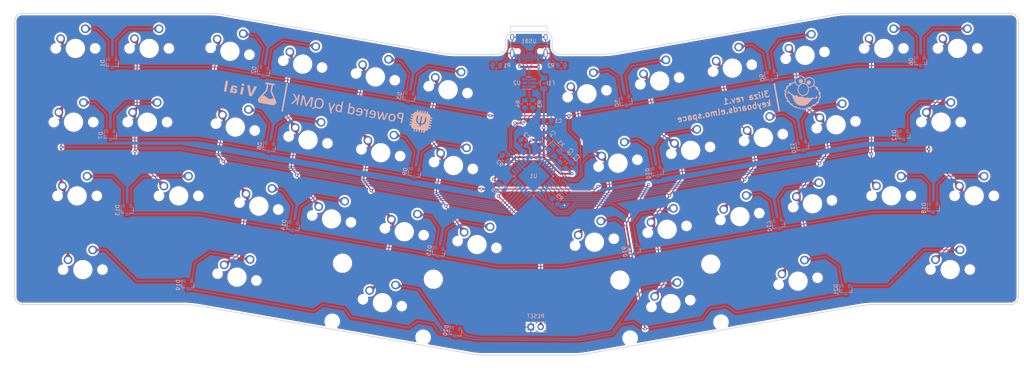
<source format=kicad_pcb>
(kicad_pcb (version 20211014) (generator pcbnew)
  (layers (0 "F.Cu" signal) (31 "B.Cu" signal) (34 "B.Paste" user) (35 "F.Paste" user) (36 "B.SilkS" user "B.Silkscreen") (37 "F.SilkS" user "F.Silkscreen") (38 "B.Mask" user) (39 "F.Mask" user) (44 "Edge.Cuts" user))
  (net 0 "")
  (net 1 "+5V")
  (net 2 "GND")
  (net 3 "Net-(C4-Pad1)")
  (net 4 "Net-(C5-Pad1)")
  (net 5 "Net-(C6-Pad1)")
  (net 6 "row0")
  (net 7 "Net-(D1-Pad2)")
  (net 8 "Net-(D1-Pad3)")
  (net 9 "Net-(D2-Pad2)")
  (net 10 "Net-(D2-Pad3)")
  (net 11 "Net-(D3-Pad2)")
  (net 12 "Net-(D3-Pad3)")
  (net 13 "Net-(D4-Pad2)")
  (net 14 "Net-(D4-Pad3)")
  (net 15 "Net-(D5-Pad2)")
  (net 16 "Net-(D5-Pad3)")
  (net 17 "Net-(D6-Pad2)")
  (net 18 "Net-(D6-Pad3)")
  (net 19 "row1")
  (net 20 "Net-(D7-Pad2)")
  (net 21 "Net-(D7-Pad3)")
  (net 22 "Net-(D8-Pad2)")
  (net 23 "Net-(D8-Pad3)")
  (net 24 "Net-(D9-Pad2)")
  (net 25 "Net-(D9-Pad3)")
  (net 26 "Net-(D10-Pad2)")
  (net 27 "Net-(D10-Pad3)")
  (net 28 "Net-(D11-Pad2)")
  (net 29 "Net-(D11-Pad3)")
  (net 31 "Net-(D12-Pad3)")
  (net 32 "row2")
  (net 33 "Net-(D13-Pad2)")
  (net 34 "Net-(D13-Pad3)")
  (net 35 "Net-(D14-Pad2)")
  (net 36 "Net-(D14-Pad3)")
  (net 37 "Net-(D15-Pad2)")
  (net 38 "Net-(D15-Pad3)")
  (net 39 "Net-(D16-Pad2)")
  (net 40 "Net-(D16-Pad3)")
  (net 41 "Net-(D17-Pad2)")
  (net 42 "Net-(D17-Pad3)")
  (net 43 "Net-(D18-Pad2)")
  (net 44 "Net-(D18-Pad3)")
  (net 45 "row3")
  (net 46 "Net-(D19-Pad2)")
  (net 47 "Net-(D19-Pad3)")
  (net 48 "Net-(D20-Pad2)")
  (net 49 "Net-(D20-Pad3)")
  (net 50 "Net-(D21-Pad2)")
  (net 51 "Net-(D21-Pad3)")
  (net 52 "VCC")
  (net 53 "col0")
  (net 54 "col1")
  (net 55 "col2")
  (net 56 "col3")
  (net 57 "col4")
  (net 58 "col5")
  (net 59 "col6")
  (net 60 "col7")
  (net 61 "col8")
  (net 62 "col9")
  (net 63 "col10")
  (net 64 "col11")
  (net 65 "Net-(R1-Pad2)")
  (net 66 "Net-(R2-Pad2)")
  (net 67 "D+")
  (net 68 "Net-(R3-Pad2)")
  (net 69 "D-")
  (net 70 "Net-(R4-Pad2)")
  (net 71 "Net-(R5-Pad2)")
  (net 72 "Net-(R6-Pad1)")
  (footprint "MX_Only:MXOnly-1U-NoLED" (layer "F.Cu") (at 232.448653 90.97188 10)
    (fp_text reference "MX22")
    (fp_text value "MX-NoLED")
  )
  (footprint "MX_Only:MXOnly-2.25U-ReversedStabilizers-NoLED" (layer "F.Cu") (at 189.818106 137.176549 10)
    (fp_text reference "MX39")
    (fp_text value "MX-NoLED")
  )
  (footprint "MX_Only:MXOnly-1U-NoLED" (layer "F.Cu") (at 170.094592 121.31046 10)
    (fp_text reference "MX30")
    (fp_text value "MX-NoLED")
  )
  (footprint "MX_Only:MXOnly-1U-NoLED" (layer "F.Cu") (at 102.26425 115.303523 -10)
    (fp_text reference "MX27")
    (fp_text value "MX-NoLED")
  )
  (footprint "MX_Only:MXOnly-1U-NoLED" (layer "F.Cu") (at 35.680431 90.301443)
    (fp_text reference "MX13")
    (fp_text value "MX-NoLED")
  )
  (footprint "MX_Only:MXOnly-1U-NoLED" (layer "F.Cu") (at 222.649136 131.387554 10)
    (fp_text reference "MX40")
    (fp_text value "MX-NoLED")
  )
  (footprint "MX_Only:MXOnly-1U-NoLED" (layer "F.Cu") (at 244.756485 71.234792)
    (fp_text reference "MX11")
    (fp_text value "MX-NoLED")
  )
  (footprint "MX_Only:MXOnly-1U-NoLED" (layer "F.Cu") (at 38.065733 128.403843)
    (fp_text reference "MX36")
    (fp_text value "MX-NoLED")
  )
  (footprint "MX_Only:MXOnly-1U-NoLED" (layer "F.Cu") (at 83.503662 111.995525 -10)
    (fp_text reference "MX26")
    (fp_text value "MX-NoLED")
  )
  (footprint "MX_Only:MXOnly-1U-NoLED" (layer "F.Cu") (at 54.730434 90.301442)
    (fp_text reference "MX14")
    (fp_text value "MX-NoLED")
  )
  (footprint "MX_Only:MXOnly-1U-NoLED" (layer "F.Cu") (at 188.855183 118.002461 10)
    (fp_text reference "MX31")
    (fp_text value "MX-NoLED")
  )
  (footprint "MX_Only:MXOnly-1U-NoLED" (layer "F.Cu") (at 77.431366 91.580942 -10)
    (fp_text reference "MX15")
    (fp_text value "MX-NoLED")
  )
  (footprint "MX_Only:MXOnly-1U-NoLED" (layer "F.Cu") (at 213.688063 94.279877 10)
    (fp_text reference "MX21")
    (fp_text value "MX-NoLED")
  )
  (footprint "MX_Only:MXOnly-1U-NoLED" (layer "F.Cu") (at 226.376357 111.386467 10)
    (fp_text reference "MX33")
    (fp_text value "MX-NoLED")
  )
  (footprint "MX_Only:MXOnly-1U-NoLED" (layer "F.Cu") (at 77.850594 130.342614 -10)
    (fp_text reference "MX37")
    (fp_text value "MX-NoLED")
  )
  (footprint "MX_Only:MXOnly-1U-NoLED" (layer "F.Cu") (at 259.532932 90.284793)
    (fp_text reference "MX23")
    (fp_text value "MX-NoLED")
  )
  (footprint "MX_Only:MXOnly-1U-NoLED" (layer "F.Cu") (at 113.570394 78.609347 -10)
    (fp_text reference "MX5")
    (fp_text value "MX-NoLED")
  )
  (footprint "MX_Only:MXOnly-1U-NoLED" (layer "F.Cu") (at 205.689921 76.346288 10)
    (fp_text reference "MX9")
    (fp_text value "MX-NoLED")
  )
  (footprint "MX_Only:MXOnly-1U-NoLED" (layer "F.Cu") (at 176.166891 100.895874 10)
    (fp_text reference "MX19")
    (fp_text value "MX-NoLED")
  )
  (footprint "MX_Only:MXOnly-1U-NoLED" (layer "F.Cu") (at 133.71313 101.504932 -10)
    (fp_text reference "MX18")
    (fp_text value "MX-NoLED")
  )
  (footprint "MX_Only:MXOnly-1U-NoLED" (layer "F.Cu") (at 36.613884 109.351443)
    (fp_text reference "MX24")
    (fp_text value "MX-NoLED")
  )
  (footprint "MX_Only:MXOnly-1U-NoLED" (layer "F.Cu") (at 224.450507 73.03829 10)
    (fp_text reference "MX10")
    (fp_text value "MX-NoLED")
  )
  (footprint "MX_Only:MXOnly-1U-NoLED" (layer "F.Cu") (at 96.191956 94.888936 -10)
    (fp_text reference "MX16")
    (fp_text value "MX-NoLED")
  )
  (footprint "MX_Only:MXOnly-1U-NoLED" (layer "F.Cu") (at 114.952542 98.196933 -10)
    (fp_text reference "MX17")
    (fp_text value "MX-NoLED")
  )
  (footprint "MX_Only:MXOnly-1U-NoLED" (layer "F.Cu") (at 139.785427 121.919519 -10)
    (fp_text reference "MX29")
    (fp_text value "MX-NoLED")
  )
  (footprint "MX_Only:MXOnly-1U-NoLED" (layer "F.Cu") (at 121.024838 118.611521 -10)
    (fp_text reference "MX28")
    (fp_text value "MX-NoLED")
  )
  (footprint "MX_Only:MXOnly-1U-NoLED" (layer "F.Cu") (at 246.680534 109.334791)
    (fp_text reference "MX34")
    (fp_text value "MX-NoLED")
  )
  (footprint "MX_Only:MXOnly-1U-NoLED" (layer "F.Cu") (at 168.168745 82.962284 10)
    (fp_text reference "MX7")
    (fp_text value "MX-NoLED")
  )
  (footprint "MX_Only:MXOnly-1U-NoLED" (layer "F.Cu") (at 132.33098 81.917345 -10)
    (fp_text reference "MX6")
    (fp_text value "MX-NoLED")
  )
  (footprint "MX_Only:MXOnly-1U-NoLED" (layer "F.Cu") (at 94.809805 75.301349 -10)
    (fp_text reference "MX4")
    (fp_text value "MX-NoLED")
  )
  (footprint "MX_Only:MXOnly-1U-NoLED" (layer "F.Cu") (at 62.807633 109.351442)
    (fp_text reference "MX25")
    (fp_text value "MX-NoLED")
  )
  (footprint "MX_Only:MXOnly-1U-NoLED" (layer "F.Cu") (at 76.049218 71.993353 -10)
    (fp_text reference "MX3")
    (fp_text value "MX-NoLED")
  )
  (footprint "MX_Only:MXOnly-1U-NoLED" (layer "F.Cu") (at 207.615769 114.694465 10)
    (fp_text reference "MX32")
    (fp_text value "MX-NoLED")
  )
  (footprint "MX_Only:MXOnly-1U-NoLED" (layer "F.Cu") (at 55.210631 71.251443)
    (fp_text reference "MX2")
    (fp_text value "MX-NoLED")
  )
  (footprint "MX_Only:MXOnly-1U-NoLED" (layer "F.Cu") (at 36.160631 71.251442)
    (fp_text reference "MX1")
    (fp_text value "MX-NoLED")
  )
  (footprint "MX_Only:MXOnly-2.75U-ReversedStabilizers-NoLED" (layer "F.Cu") (at 115.371768 136.958608 -10)
    (fp_text reference "MX38")
    (fp_text value "MX-NoLED")
  )
  (footprint "MX_Only:MXOnly-1U-NoLED" (layer "F.Cu") (at 261.895134 128.384792)
    (fp_text reference "MX41")
    (fp_text value "MX-NoLED")
  )
  (footprint "MX_Only:MXOnly-1U-NoLED" (layer "F.Cu") (at 194.927478 97.587876 10)
    (fp_text reference "MX20")
    (fp_text value "MX-NoLED")
  )
  (footprint "MX_Only:MXOnly-1U-NoLED" (layer "F.Cu") (at 186.929332 79.654284 10)
    (fp_text reference "MX8")
    (fp_text value "MX-NoLED")
  )
  (footprint "MX_Only:MXOnly-1U-NoLED" (layer "F.Cu") (at 263.806484 71.234791)
    (fp_text reference "MX12")
    (fp_text value "MX-NoLED")
  )
  (footprint "MX_Only:MXOnly-1U-NoLED" (layer "F.Cu") (at 268.092733 109.334792)
    (fp_text reference "MX35")
    (fp_text value "MX-NoLED")
  )
  (footprint "custom_parts:D_SOT-23_ANK_norm" (layer "B.Cu") (at 129.881568 123.91894 -100)
    (fp_text reference "D15")
    (fp_text value "D_Small")
  )
  (footprint "Connector_PinHeader_2.54mm:PinHeader_1x02_P2.54mm_Vertical" (layer "B.Cu") (at 153.679004 143.230695 -90)
    (fp_text reference "RESET")
    (fp_text value "RESET")
  )
  (footprint "Capacitor_SMD:C_0805_2012Metric" (layer "B.Cu") (at 161.930108 99.942986 45)
    (fp_text reference "C5")
    (fp_text value "22pF")
  )
  (footprint "custom_parts:D_SOT-23_ANK_norm" (layer "B.Cu") (at 249.950005 93.700694 -90)
    (fp_text reference "D12")
    (fp_text value "D_Small")
  )
  (footprint "custom_parts:elmo" (layer "B.Cu") (at 223.825572 82.693579 -170)
    (fp_text reference "G***" hide)
    (fp_text value "LOGO" hide)
  )
  (footprint "Resistor_SMD:R_0805_2012Metric" (layer "B.Cu") (at 152.146772 85.589179 -90)
    (fp_text reference "R4")
    (fp_text value "22")
  )
  (footprint "Resistor_SMD:R_0805_2012Metric" (layer "B.Cu") (at 146.203172 107.179179 135)
    (fp_text reference "R6")
    (fp_text value "10k")
  )
  (footprint "custom_parts:D_SOT-23_ANK_norm" (layer "B.Cu") (at 134.239737 144.547113 -100)
    (fp_text reference "D20")
    (fp_text value "D_Small")
  )
  (footprint "custom_parts:D_SOT-23_ANK_norm" (layer "B.Cu") (at 65.200774 132.373682 -90)
    (fp_text reference "D19")
    (fp_text value "D_Small")
  )
  (footprint "Resistor_SMD:R_0805_2012Metric" (layer "B.Cu") (at 154.192003 85.579841 -90)
    (fp_text reference "R3")
    (fp_text value "22")
  )
  (footprint "custom_parts:D_SOT-23_ANK_norm" (layer "B.Cu") (at 257.570004 112.496693 -90)
    (fp_text reference "D18")
    (fp_text value "D_Small")
  )
  (footprint "custom_parts:D_SOT-23_ANK_norm" (layer "B.Cu") (at 45.690333 75.070189 -90)
    (fp_text reference "D1")
    (fp_text value "D_Small")
  )
  (footprint "custom_parts:D_SOT-23_ANK_norm" (layer "B.Cu") (at 254.268004 74.650693 -90)
    (fp_text reference "D6")
    (fp_text value "D_Small")
  )
  (footprint "Capacitor_SMD:C_0805_2012Metric" (layer "B.Cu") (at 157.976604 89.966893)
    (fp_text reference "C1")
    (fp_text value "10uF")
  )
  (footprint "custom_parts:D_SOT-23_ANK_norm" (layer "B.Cu") (at 180.303905 123.317706 -80)
    (fp_text reference "D16")
    (fp_text value "D_Small")
  )
  (footprint "custom_parts:D_SOT-23_ANK_norm" (layer "B.Cu") (at 123.684204 103.482298 -100)
    (fp_text reference "D9")
    (fp_text value "D_Small")
  )
  (footprint "custom_parts:D_SOT-23_ANK_norm" (layer "B.Cu") (at 84.718347 77.26769 -100)
    (fp_text reference "D2")
    (fp_text value "D_Small")
  )
  (footprint "Package_QFP:TQFP-32_7x7mm_P0.8mm" (layer "B.Cu") (at 154.409696 104.276511 -135)
    (fp_text reference "U1")
    (fp_text value "ATmega32U2-A")
  )
  (footprint "Capacitor_SMD:C_0805_2012Metric" (layer "B.Cu") (at 163.492675 101.50555 45)
    (fp_text reference "C3")
    (fp_text value "0.1uF")
  )
  (footprint "custom_parts:D_SOT-23_ANK_norm" (layer "B.Cu") (at 49.525732 113.017791 -90)
    (fp_text reference "D13")
    (fp_text value "D_Small")
  )
  (footprint "Connector_USB:USB_C_Receptacle_HRO_TYPE-C-31-M-12" (layer "B.Cu") (at 153.183131 69.380591)
    (fp_text reference "USB1")
    (fp_text value "USB_C_Receptacle_USB2.0")
  )
  (footprint "Resistor_SMD:R_0805_2012Metric" (layer "B.Cu") (at 161.558005 75.666695 180)
    (fp_text reference "R2")
    (fp_text value "5.1k")
  )
  (footprint "custom_parts:D_SOT-23_ANK_norm" (layer "B.Cu") (at 92.360393 117.302941 -100)
    (fp_text reference "D14")
    (fp_text value "D_Small")
  )
  (footprint "Fuse:Fuse_1206_3216Metric" (layer "B.Cu") (at 156.986004 80.238694 90)
    (fp_text reference "F1")
    (fp_text value "Polyfuse_Small")
  )
  (footprint "Resistor_SMD:R_0805_2012Metric" (layer "B.Cu") (at 159.915479 110.811396 135)
    (fp_text reference "R5")
    (fp_text value "10k")
  )
  (footprint "custom_parts:D_SOT-23_ANK_norm" (layer "B.Cu") (at 217.574941 116.745818 -80)
    (fp_text reference "D17")
    (fp_text value "D_Small")
  )
  (footprint "custom_parts:vial_logo" (layer "B.Cu") (at 80.613287 82.023658 170)
    (fp_text reference "G***" hide)
    (fp_text value "LOGO" hide)
  )
  (footprint "Capacitor_SMD:C_0805_2012Metric" (layer "B.Cu") (at 151.818342 95.578581 135)
    (fp_text reference "C2")
    (fp_text value "0.1uF")
  )
  (footprint "Crystal:Crystal_SMD_3225-4Pin_3.2x2.5mm" (layer "B.Cu") (at 159.595243 97.608119 -45)
    (fp_text reference "X1")
    (fp_text value "Crystal_GND24_Small")
  )
  (footprint "custom_parts:qmk" (layer "B.Cu") (at 109.982772 87.367179 170)
    (fp_text reference "G***" hide)
    (fp_text value "LOGO" hide)
  )
  (footprint "Capacitor_SMD:C_0805_2012Metric" (layer "B.Cu") (at 157.260376 95.273253 -135)
    (fp_text reference "C4")
    (fp_text value "22pF")
  )
  (footprint "custom_parts:D_SOT-23_ANK_norm" (layer "B.Cu") (at 45.182331 93.68839 -90)
    (fp_text reference "D7")
    (fp_text value "D_Small")
  )
  (footprint "custom_parts:D_SOT-23_ANK_norm" (layer "B.Cu") (at 178.190449 85.002611 -80)
    (fp_text reference "D4")
    (fp_text value "D_Small")
  )
  (footprint "Package_TO_SOT_SMD:SOT-23-6" (layer "B.Cu") (at 153.226803 80.187895)
    (fp_text reference "U2")
    (fp_text value "SRV05-4")
  )
  (footprint "custom_parts:D_SOT-23_ANK_norm" (layer "B.Cu") (at 234.964005 133.578694 -90)
    (fp_text reference "D21")
    (fp_text value "D_Small")
  )
  (footprint "custom_parts:D_SOT-23_ANK_norm" (layer "B.Cu") (at 86.163029 96.8663 -100)
    (fp_text reference "D8")
    (fp_text value "D_Small")
  )
  (footprint "custom_parts:D_SOT-23_ANK_norm" (layer "B.Cu") (at 186.295238 103.175312 -80)
    (fp_text reference "D10")
    (fp_text value "D_Small")
  )
  (footprint "custom_parts:D_SOT-23_ANK_norm" (layer "B.Cu") (at 122.23952 83.883684 -100)
    (fp_text reference "D3")
    (fp_text value "D_Small")
  )
  (footprint "Capacitor_SMD:C_0805_2012Metric" (layer "B.Cu") (at 147.004922 99.637656 135)
    (fp_text reference "C6")
    (fp_text value "1uF")
  )
  (footprint "Resistor_SMD:R_0805_2012Metric" (layer "B.Cu") (at 144.794004 75.666695)
    (fp_text reference "R1")
    (fp_text value "5.1k")
  )
  (footprint "custom_parts:D_SOT-23_ANK_norm" (layer "B.Cu") (at 215.711626 78.386615 -80)
    (fp_text reference "D5")
    (fp_text value "D_Small")
  )
  (footprint "custom_parts:D_SOT-23_ANK_norm" (layer "B.Cu") (at 223.816414 96.559318 -80)
    (fp_text reference "D11")
    (fp_text value "D_Small")
  )
  (gr_line (start 161.176369 72.788356) (end 171.570538 72.788357) (layer "Edge.Cuts") (width 0.2))
  (gr_line (start 20.472284 135.409792) (end 20.472281 64.20979) (layer "Edge.Cuts") (width 0.2))
  (gr_arc (start 147.17637 68.988357) (mid 147.762155 67.574142) (end 149.17637 66.988357) (layer "Edge.Cuts") (width 0.2))
  (gr_line (start 235.938988 62.209792) (end 277.502783 62.209794) (layer "Edge.Cuts") (width 0.2))
  (gr_arc (start 134.782198 72.788356) (mid 132.516149 72.689418) (end 130.267347 72.393357) (layer "Edge.Cuts") (width 0.2))
  (gr_arc (start 231.771433 62.574406) (mid 233.847251 62.301119) (end 235.938988 62.209792) (layer "Edge.Cuts") (width 0.2))
  (gr_line (start 22.472283 62.209795) (end 70.413751 62.209792) (layer "Edge.Cuts") (width 0.2))
  (gr_line (start 149.17637 66.988357) (end 157.176369 66.988356) (layer "Edge.Cuts") (width 0.2))
  (gr_arc (start 277.502783 62.209794) (mid 278.916995 62.79558) (end 279.502781 64.209792) (layer "Edge.Cuts") (width 0.2))
  (gr_arc (start 161.176369 72.788356) (mid 159.762156 72.20257) (end 159.176369 70.788357) (layer "Edge.Cuts") (width 0.2))
  (gr_arc (start 20.472281 64.20979) (mid 21.058068 62.795577) (end 22.472283 62.209795) (layer "Edge.Cuts") (width 0.2))
  (gr_line (start 74.581306 62.574403) (end 130.267347 72.393357) (layer "Edge.Cuts") (width 0.2))
  (gr_line (start 137.930137 150.104594) (end 68.174476 137.80479) (layer "Edge.Cuts") (width 0.2))
  (gr_arc (start 168.422602 150.104596) (mid 166.346784 150.377883) (end 164.255046 150.469211) (layer "Edge.Cuts") (width 0.2))
  (gr_arc (start 70.413751 62.209792) (mid 72.505488 62.301119) (end 74.581306 62.574403) (layer "Edge.Cuts") (width 0.2))
  (gr_line (start 279.502781 64.209792) (end 279.502782 135.409792) (layer "Edge.Cuts") (width 0.2))
  (gr_arc (start 238.178261 137.80479) (mid 240.427065 137.50873) (end 242.693115 137.409794) (layer "Edge.Cuts") (width 0.2))
  (gr_arc (start 22.472282 137.409792) (mid 21.058067 136.824007) (end 20.472284 135.409792) (layer "Edge.Cuts") (width 0.2))
  (gr_arc (start 279.502782 135.409792) (mid 278.916994 136.824004) (end 277.502783 137.409795) (layer "Edge.Cuts") (width 0.2))
  (gr_arc (start 63.659623 137.409795) (mid 65.925672 137.508733) (end 68.174476 137.80479) (layer "Edge.Cuts") (width 0.2))
  (gr_line (start 176.085394 72.393358) (end 231.771433 62.574406) (layer "Edge.Cuts") (width 0.2))
  (gr_arc (start 147.17637 70.788358) (mid 146.590581 72.20257) (end 145.176368 72.788354) (layer "Edge.Cuts") (width 0.2))
  (gr_line (start 277.502783 137.409795) (end 242.693115 137.409794) (layer "Edge.Cuts") (width 0.2))
  (gr_line (start 238.178261 137.80479) (end 168.422602 150.104596) (layer "Edge.Cuts") (width 0.2))
  (gr_line (start 147.17637 70.788358) (end 147.17637 68.988357) (layer "Edge.Cuts") (width 0.2))
  (gr_line (start 164.255046 150.469211) (end 142.097693 150.46921) (layer "Edge.Cuts") (width 0.2))
  (gr_arc (start 176.085394 72.393358) (mid 173.836589 72.689419) (end 171.570538 72.788357) (layer "Edge.Cuts") (width 0.2))
  (gr_arc (start 157.176369 66.988356) (mid 158.590584 67.574142) (end 159.176365 68.988358) (layer "Edge.Cuts") (width 0.2))
  (gr_line (start 159.176365 68.988358) (end 159.176369 70.788357) (layer "Edge.Cuts") (width 0.2))
  (gr_line (start 63.659623 137.409795) (end 22.472282 137.409792) (layer "Edge.Cuts") (width 0.2))
  (gr_line (start 134.782198 72.788356) (end 145.176368 72.788354) (layer "Edge.Cuts") (width 0.2))
  (gr_arc (start 142.097693 150.46921) (mid 140.005955 150.377883) (end 137.930137 150.104594) (layer "Edge.Cuts") (width 0.2))
  (gr_text "|" (at 90.221571 83.506379 -10) (layer "B.SilkS") (effects (font (size 5 5) (thickness 0.4)) (justify mirror)))
  (gr_text "|" (at 217.069171 83.506379 10) (layer "B.SilkS") (effects (font (size 5 5) (thickness 0.4)) (justify mirror)))
  (gr_text "3liza rev.1\nkeyboards.elmo.space" (at 215.646772 84.115979 10) (layer "B.SilkS") (effects (font (size 1.5 1.5) (thickness 0.3)) (justify left mirror)))
  (segment (start 161.281178 103.623178) (end 164.338772 103.623178) (width 0.5) (layer "F.Cu") (net 1))
  (segment (start 149.74958 99.365571) (end 144.069572 105.045579) (width 0.5) (layer "F.Cu") (net 1))
  (segment (start 157.023572 94.783979) (end 157.023571 96.307979) (width 0.5) (layer "F.Cu") (net 1))
  (segment (start 157.023571 96.307979) (end 157.023571 99.365571) (width 0.5) (layer "F.Cu") (net 1))
  (segment (start 153.823171 94.885579) (end 156.921972 94.885579) (width 0.5) (layer "F.Cu") (net 1))
  (segment (start 157.023571 99.365571) (end 161.281178 103.623178) (width 0.5) (layer "F.Cu") (net 1))
  (segment (start 156.921972 94.885579) (end 157.023572 94.783979) (width 0.5) (layer "F.Cu") (net 1))
  (segment (start 157.023571 99.365571) (end 149.74958 99.365571) (width 0.5) (layer "F.Cu") (net 1))
  (segment (start 157.0228 91.7448) (end 157.023572 94.783979) (width 0.5) (layer "F.Cu") (net 1))
  (via (at 157.0228 91.7448) (size 0.8) (drill 0.4) (layers "F.Cu" "B.Cu") (net 1))
  (via (at 164.338772 103.623178) (size 0.8) (drill 0.4) (layers "F.Cu" "B.Cu") (net 1))
  (via (at 153.823171 94.885579) (size 0.8) (drill 0.4) (layers "F.Cu" "B.Cu") (net 1))
  (via (at 144.069572 105.045579) (size 0.8) (drill 0.4) (layers "F.Cu" "B.Cu") (net 1))
  (segment (start 153.384391 99.291409) (end 152.818705 99.857093) (width 0.5) (layer "B.Cu") (net 1))
  (segment (start 153.823171 94.885579) (end 153.82317 94.917253) (width 0.5) (layer "B.Cu") (net 1))
  (segment (start 157.132058 100.988464) (end 158.051296 100.069226) (width 0.5) (layer "B.Cu") (net 1))
  (segment (start 152.490093 96.250333) (end 153.384393 97.144632) (width 0.5) (layer "B.Cu") (net 1))
  (segment (start 161.478112 102.177303) (end 162.820923 102.177302) (width 0.5) (layer "B.Cu") (net 1))
  (segment (start 153.384393 97.144632) (end 153.384391 99.291409) (width 0.5) (layer "B.Cu") (net 1))
  (segment (start 164.266802 103.623179) (end 162.820924 102.177301) (width 0.5) (layer "B.Cu") (net 1))
  (segment (start 159.370035 100.069226) (end 161.478112 102.177303) (width 0.5) (layer "B.Cu") (net 1))
  (segment (start 164.338772 103.623178) (end 164.266802 103.623179) (width 0.5) (layer "B.Cu") (net 1))
  (segment (start 153.82317 94.917253) (end 152.490093 96.250332) (width 0.5) (layer "B.Cu") (net 1))
  (segment (start 157.026602 89.966893) (end 157.026604 81.679294) (width 0.5) (layer "B.Cu") (net 1))
  (segment (start 158.051296 100.069226) (end 159.370035 100.069226) (width 0.5) (layer "B.Cu") (net 1))
  (segment (start 145.557935 106.533943) (end 144.069572 105.045579) (width 0.5) (layer "B.Cu") (net 1))
  (segment (start 157.026604 89.966893) (end 157.0228 91.7448) (width 0.5) (layer "B.Cu") (net 1))
  (segment (start 157.026604 81.679294) (end 156.986002 81.638694) (width 0.5) (layer "B.Cu") (net 1))
  (via (at 162.357572 111.801979) (size 0.8) (drill 0.4) (layers "F.Cu" "B.Cu") (net 2))
  (segment (start 148.946372 99.355979) (end 147.168372 97.577978) (width 0.5) (layer "B.Cu") (net 2))
  (segment (start 148.863133 74.645565) (end 148.324605 75.184094) (width 0.5) (layer "B.Cu") (net 2))
  (segment (start 149.933132 73.425592) (end 149.778132 73.42559) (width 0.5) (layer "B.Cu") (net 2))
  (segment (start 156.588132 73.42559) (end 157.503134 72.510591) (width 0.5) (layer "B.Cu") (net 2))
  (segment (start 157.503134 72.510591) (end 157.503134 74.786823) (width 0.5) (layer "B.Cu") (net 2))
  (segment (start 156.730045 95.945003) (end 156.588625 95.945003) (width 0.5) (layer "B.Cu") (net 2))
  (segment (start 162.46044 99.271234) (end 162.601862 99.271234) (width 0.5) (layer "B.Cu") (net 2))
  (segment (start 158.216385 97.431343) (end 156.730045 95.945003) (width 0.5) (layer "B.Cu") (net 2))
  (segment (start 162.357572 111.801979) (end 160.906061 111.801979) (width 0.5) (layer "B.Cu") (net 2))
  (segment (start 156.566372 100.422779) (end 155.448772 101.540379) (width 0.5) (layer "B.Cu") (net 2))
  (segment (start 151.121649 101.55415) (end 151.144543 101.554149) (width 0.5) (layer "B.Cu") (net 2))
  (segment (start 149.778132 73.42559) (end 148.863133 72.51059) (width 0.5) (layer "B.Cu") (net 2))
  (segment (start 148.863133 72.51059) (end 148.863133 74.645565) (width 0.5) (layer "B.Cu") (net 2))
  (segment (start 151.121649 101.55415) (end 151.121648 101.531256) (width 0.5) (layer "B.Cu") (net 2))
  (segment (start 156.433133 73.425591) (end 156.588132 73.42559) (width 0.5) (layer "B.Cu") (net 2))
  (segment (start 160.906061 111.801979) (end 160.560714 111.456631) (width 0.5) (layer "B.Cu") (net 2))
  (segment (start 151.121648 101.531256) (end 148.946372 99.355979) (width 0.5) (layer "B.Cu") (net 2))
  (segment (start 157.503134 74.786823) (end 157.697204 74.980894) (width 0.5) (layer "B.Cu") (net 2))
  (segment (start 162.601862 99.271234) (end 164.164427 100.833798) (width 0.5) (layer "B.Cu") (net 2))
  (segment (start 160.974101 97.784896) (end 162.46044 99.271234) (width 0.5) (layer "B.Cu") (net 2))
  (segment (start 151.144543 101.554149) (end 152.146772 102.556379) (width 0.5) (layer "B.Cu") (net 2))
  (segment (start 155.434999 99.291406) (end 156.040658 98.685748) (width 0.25) (layer "B.Cu") (net 3))
  (segment (start 159.5234 97.679963) (end 159.523401 96.334195) (width 0.25) (layer "B.Cu") (net 3))
  (segment (start 159.523401 96.334195) (end 159.418465 96.229261) (width 0.25) (layer "B.Cu") (net 3))
  (segment (start 157.932128 94.74292) (end 157.932125 94.6015) (width 0.25) (layer "B.Cu") (net 3))
  (segment (start 159.418465 96.229261) (end 157.932128 94.74292) (width 0.25) (layer "B.Cu") (net 3))
  (segment (start 158.517613 98.685749) (end 159.5234 97.679963) (width 0.25) (layer "B.Cu") (net 3))
  (segment (start 156.040658 98.685748) (end 158.517613 98.685749) (width 0.25) (layer "B.Cu") (net 3))
  (segment (start 156.000687 99.857094) (end 156.72251 99.13527) (width 0.25) (layer "B.Cu") (net 4))
  (segment (start 159.623726 99.13527) (end 159.772018 98.986978) (width 0.25) (layer "B.Cu") (net 4))
  (segment (start 156.72251 99.13527) (end 159.623726 99.13527) (width 0.25) (layer "B.Cu") (net 4))
  (segment (start 159.772018 98.986978) (end 161.258359 100.473317) (width 0.25) (layer "B.Cu") (net 4))
  (segment (start 161.258359 100.473317) (end 161.258357 100.614737) (width 0.25) (layer "B.Cu") (net 4))
  (segment (start 150.555963 102.119835) (end 149.249987 100.813858) (width 0.25) (layer "B.Cu") (net 5))
  (segment (start 148.181124 100.813858) (end 149.249987 100.813858) (width 0.25) (layer "B.Cu") (net 5))
  (segment (start 147.676674 100.309407) (end 148.181124 100.813858) (width 0.25) (layer "B.Cu") (net 5))
  (segment (start 143.206132 88.649556) (end 163.501449 88.60667) (width 0.25) (layer "F.Cu") (net 6))
  (via (at 163.501449 88.60667) (size 0.8) (drill 0.4) (layers "F.Cu" "B.Cu") (net 6))
  (via (at 143.206132 88.649556) (size 0.8) (drill 0.4) (layers "F.Cu" "B.Cu") (net 6))
  (segment (start 237.970863 75.650694) (end 235.2936 75.949212) (width 0.25) (layer "B.Cu") (net 6))
  (segment (start 45.690333 76.070189) (end 70.093433 76.07019) (width 0.25) (layer "B.Cu") (net 6))
  (segment (start 163.503087 88.607815) (end 163.501449 88.60667) (width 0.25) (layer "B.Cu") (net 6))
  (segment (start 159.774695 101.286378) (end 163.533895 105.045578) (width 0.25) (layer "B.Cu") (net 6))
  (segment (start 72.227036 76.080561) (end 70.093433 76.07019) (width 0.25) (layer "B.Cu") (net 6))
  (segment (start 254.268004 75.650694) (end 237.970863 75.650694) (width 0.25) (layer "B.Cu") (net 6))
  (segment (start 166.472372 103.927979) (end 166.472372 95.393579) (width 0.25) (layer "B.Cu") (net 6))
  (segment (start 159.096884 101.286378) (end 159.774695 101.286378) (width 0.25) (layer "B.Cu") (net 6))
  (segment (start 143.206132 88.649556) (end 143.163423 88.588559) (width 0.25) (layer "B.Cu") (net 6))
  (segment (start 163.501449 92.422656) (end 163.501449 88.60667) (width 0.25) (layer "B.Cu") (net 6))
  (segment (start 178.364098 85.987419) (end 215.885274 79.371422) (width 0.25) (layer "B.Cu") (net 6))
  (segment (start 178.364098 85.987419) (end 163.503087 88.607815) (width 0.25) (layer "B.Cu") (net 6))
  (segment (start 166.472372 95.393579) (end 163.501449 92.422656) (width 0.25) (layer "B.Cu") (net 6))
  (segment (start 163.533895 105.045578) (end 165.354772 105.045578) (width 0.25) (layer "B.Cu") (net 6))
  (segment (start 158.263427 102.119835) (end 159.096884 101.286378) (width 0.25) (layer "B.Cu") (net 6))
  (segment (start 215.885274 79.371422) (end 235.2936 75.949212) (width 0.25) (layer "B.Cu") (net 6))
  (segment (start 165.354772 105.045578) (end 166.472372 103.927979) (width 0.25) (layer "B.Cu") (net 6))
  (segment (start 122.065871 84.868492) (end 72.227036 76.080561) (width 0.25) (layer "B.Cu") (net 6))
  (segment (start 143.163423 88.588559) (end 122.065871 84.868492) (width 0.25) (layer "B.Cu") (net 6))
  (segment (start 44.740333 74.07019) (end 44.740333 69.208291) (width 0.25) (layer "B.Cu") (net 7))
  (segment (start 41.703486 66.171444) (end 38.700632 66.171443) (width 0.25) (layer "B.Cu") (net 7))
  (segment (start 44.740333 69.208291) (end 41.703486 66.171444) (width 0.25) (layer "B.Cu") (net 7))
  (segment (start 46.640334 74.070189) (end 46.640333 69.166024) (width 0.25) (layer "B.Cu") (net 8))
  (segment (start 46.640333 69.166024) (end 49.634915 66.171443) (width 0.25) (layer "B.Cu") (net 8))
  (segment (start 49.634915 66.171443) (end 57.750632 66.171442) (width 0.25) (layer "B.Cu") (net 8))
  (segment (start 84.847764 71.062885) (end 82.709698 68.009408) (width 0.25) (layer "B.Cu") (net 9))
  (segment (start 82.709698 68.009408) (end 79.432764 67.431595) (width 0.25) (layer "B.Cu") (net 9))
  (segment (start 83.956425 76.117915) (end 84.847764 71.062885) (width 0.25) (layer "B.Cu") (net 9))
  (segment (start 86.714499 71.417764) (end 89.797323 69.259147) (width 0.25) (layer "B.Cu") (net 10))
  (segment (start 85.827561 76.447846) (end 86.714499 71.417764) (width 0.25) (layer "B.Cu") (net 10))
  (segment (start 89.797323 69.259147) (end 98.19335 70.739593) (width 0.25) (layer "B.Cu") (net 10))
  (segment (start 122.368939 77.678878) (end 120.230872 74.625401) (width 0.25) (layer "B.Cu") (net 11))
  (segment (start 121.477598 82.733911) (end 122.368939 77.678878) (width 0.25) (layer "B.Cu") (net 11))
  (segment (start 120.230872 74.625401) (end 116.953936 74.04759) (width 0.25) (layer "B.Cu") (net 11))
  (segment (start 123.348734 83.063842) (end 124.235672 78.033759) (width 0.25) (layer "B.Cu") (net 12))
  (segment (start 127.318497 75.875143) (end 135.714524 77.35559) (width 0.25) (layer "B.Cu") (net 12))
  (segment (start 124.235672 78.033759) (end 127.318497 75.875143) (width 0.25) (layer "B.Cu") (net 12))
  (segment (start 176.09079 78.565689) (end 173.628089 76.841287) (width 0.25) (layer "B.Cu") (net 13))
  (segment (start 177.081234 84.182768) (end 176.09079 78.565689) (width 0.25) (layer "B.Cu") (net 13))
  (segment (start 173.628089 76.841287) (end 169.788023 77.518394) (width 0.25) (layer "B.Cu") (net 13))
  (segment (start 179.72832 75.765653) (end 188.548612 74.210395) (width 0.25) (layer "B.Cu") (net 14))
  (segment (start 177.96933 78.27775) (end 179.72832 75.765653) (width 0.25) (layer "B.Cu") (net 14))
  (segment (start 178.952367 83.852839) (end 177.96933 78.27775) (width 0.25) (layer "B.Cu") (net 14))
  (segment (start 210.648983 70.313504) (end 207.309199 70.902399) (width 0.25) (layer "B.Cu") (net 15))
  (segment (start 214.60241 77.566773) (end 213.700181 72.449976) (width 0.25) (layer "B.Cu") (net 15))
  (segment (start 213.700181 72.449976) (end 210.648983 70.313504) (width 0.25) (layer "B.Cu") (net 15))
  (segment (start 215.57872 72.162035) (end 217.749779 69.061443) (width 0.25) (layer "B.Cu") (net 16))
  (segment (start 216.473546 77.236843) (end 215.57872 72.162035) (width 0.25) (layer "B.Cu") (net 16))
  (segment (start 217.749779 69.061443) (end 226.069786 67.5944) (width 0.25) (layer "B.Cu") (net 16))
  (segment (start 251.135235 66.154793) (end 247.296484 66.154793) (width 0.25) (layer "B.Cu") (net 17))
  (segment (start 253.318004 68.337562) (end 251.135235 66.154793) (width 0.25) (layer "B.Cu") (net 17))
  (segment (start 253.318003 73.650693) (end 253.318004 68.337562) (width 0.25) (layer "B.Cu") (net 17))
  (segment (start 255.218004 73.650694) (end 255.218004 68.461953) (width 0.25) (layer "B.Cu") (net 18))
  (segment (start 255.218004 68.461953) (end 257.525167 66.15479) (width 0.25) (layer "B.Cu") (net 18))
  (segment (start 257.525167 66.15479) (end 266.346483 66.15479) (width 0.25) (layer "B.Cu") (net 18))
  (segment (start 170.305962 107.586571) (end 171.005863 106.88667) (width 0.25) (layer "F.Cu") (net 19))
  (segment (start 140.898698 107.586571) (end 170.305962 107.586571) (width 0.25) (layer "F.Cu") (net 19))
  (via (at 171.005863 106.88667) (size 0.8) (drill 0.4) (layers "F.Cu" "B.Cu") (net 19))
  (via (at 140.898698 107.586571) (size 0.8) (drill 0.4) (layers "F.Cu" "B.Cu") (net 19))
  (segment (start 171.005863 106.88667) (end 171.005862 106.963687) (width 0.25) (layer "B.Cu") (net 19))
  (segment (start 45.182331 94.68839) (end 65.720369 94.688391) (width 0.25) (layer "B.Cu") (net 19))
  (segment (start 186.468886 104.160121) (end 171.005863 106.88667) (width 0.25) (layer "B.Cu") (net 19))
  (segment (start 85.989381 97.851108) (end 68.668899 94.797039) (width 0.25) (layer "B.Cu") (net 19))
  (segment (start 161.036771 104.893179) (end 159.394799 103.251206) (width 0.25) (layer "B.Cu") (net 19))
  (segment (start 249.950004 94.700694) (end 240.714063 94.700693) (width 0.25) (layer "B.Cu") (net 19))
  (segment (start 67.614799 94.673558) (end 68.668899 94.797039) (width 0.25) (layer "B.Cu") (net 19))
  (segment (start 164.11751 108.634317) (end 161.036771 105.553579) (width 0.25) (layer "B.Cu") (net 19))
  (segment (start 65.720369 94.688391) (end 67.614799 94.673558) (width 0.25) (layer "B.Cu") (net 19))
  (segment (start 140.855989 107.525574) (end 140.898698 107.586571) (width 0.25) (layer "B.Cu") (net 19))
  (segment (start 223.990061 97.544126) (end 186.468886 104.160121) (width 0.25) (layer "B.Cu") (net 19))
  (segment (start 171.005862 106.963687) (end 169.335234 108.634316) (width 0.25) (layer "B.Cu") (net 19))
  (segment (start 85.989381 97.851108) (end 123.510555 104.467104) (width 0.25) (layer "B.Cu") (net 19))
  (segment (start 123.510556 104.467107) (end 140.855989 107.525574) (width 0.25) (layer "B.Cu") (net 19))
  (segment (start 240.714063 94.700693) (end 239.144352 94.870582) (width 0.25) (layer "B.Cu") (net 19))
  (segment (start 223.990061 97.544126) (end 239.143205 94.872219) (width 0.25) (layer "B.Cu") (net 19))
  (segment (start 239.143205 94.872219) (end 239.144352 94.870582) (width 0.25) (layer "B.Cu") (net 19))
  (segment (start 169.335234 108.634316) (end 164.11751 108.634317) (width 0.25) (layer "B.Cu") (net 19))
  (segment (start 123.510555 104.467104) (end 123.510556 104.467107) (width 0.25) (layer "B.Cu") (net 19))
  (segment (start 161.036771 105.553579) (end 161.036771 104.893179) (width 0.25) (layer "B.Cu") (net 19))
  (segment (start 44.232332 88.258289) (end 41.195485 85.221443) (width 0.25) (layer "B.Cu") (net 20))
  (segment (start 41.195485 85.221443) (end 38.220433 85.221443) (width 0.25) (layer "B.Cu") (net 20))
  (segment (start 44.232332 92.688391) (end 44.232332 88.258289) (width 0.25) (layer "B.Cu") (net 20))
  (segment (start 46.132332 88.317625) (end 49.228516 85.221441) (width 0.25) (layer "B.Cu") (net 21))
  (segment (start 46.132333 92.688391) (end 46.132332 88.317625) (width 0.25) (layer "B.Cu") (net 21))
  (segment (start 49.228516 85.221441) (end 57.270434 85.221441) (width 0.25) (layer "B.Cu") (net 21))
  (segment (start 86.248341 90.911638) (end 83.904239 87.563914) (width 0.25) (layer "B.Cu") (net 22))
  (segment (start 85.40111 95.716527) (end 86.248341 90.911638) (width 0.25) (layer "B.Cu") (net 22))
  (segment (start 83.904239 87.563914) (end 80.814911 87.019182) (width 0.25) (layer "B.Cu") (net 22))
  (segment (start 87.272245 96.046459) (end 88.115077 91.266519) (width 0.25) (layer "B.Cu") (net 23))
  (segment (start 91.492151 88.901865) (end 99.575499 90.327178) (width 0.25) (layer "B.Cu") (net 23))
  (segment (start 88.115077 91.266519) (end 91.492151 88.901865) (width 0.25) (layer "B.Cu") (net 23))
  (segment (start 122.922285 102.332525) (end 123.725411 97.777775) (width 0.25) (layer "B.Cu") (net 24))
  (segment (start 123.725411 97.777775) (end 121.175273 94.135802) (width 0.25) (layer "B.Cu") (net 24))
  (segment (start 121.175273 94.135802) (end 118.336086 93.635176) (width 0.25) (layer "B.Cu") (net 24))
  (segment (start 129.263465 95.561968) (end 137.096674 96.943175) (width 0.25) (layer "B.Cu") (net 25))
  (segment (start 125.592145 98.132657) (end 129.263465 95.561968) (width 0.25) (layer "B.Cu") (net 25))
  (segment (start 124.79342 102.662458) (end 125.592145 98.132657) (width 0.25) (layer "B.Cu") (net 25))
  (segment (start 181.188489 94.852063) (end 177.786168 95.451983) (width 0.25) (layer "B.Cu") (net 26))
  (segment (start 184.239687 96.988534) (end 181.188489 94.852063) (width 0.25) (layer "B.Cu") (net 26))
  (segment (start 185.186024 102.355471) (end 184.239687 96.988534) (width 0.25) (layer "B.Cu") (net 26))
  (segment (start 188.289282 93.600002) (end 196.546758 92.143986) (width 0.25) (layer "B.Cu") (net 27))
  (segment (start 187.057157 102.025539) (end 186.118225 96.700591) (width 0.25) (layer "B.Cu") (net 27))
  (segment (start 186.118225 96.700591) (end 188.289282 93.600002) (width 0.25) (layer "B.Cu") (net 27))
  (segment (start 218.959804 88.19196) (end 215.307341 88.835987) (width 0.25) (layer "B.Cu") (net 28))
  (segment (start 222.707198 95.739476) (end 221.716755 90.122397) (width 0.25) (layer "B.Cu") (net 28))
  (segment (start 221.716755 90.122397) (end 218.959804 88.19196) (width 0.25) (layer "B.Cu") (net 28))
  (segment (start 223.595293 89.834455) (end 225.560316 87.028113) (width 0.25) (layer "B.Cu") (net 29))
  (segment (start 225.560316 87.028113) (end 234.067933 85.527991) (width 0.25) (layer "B.Cu") (net 29))
  (segment (start 224.578332 95.409546) (end 223.595293 89.834455) (width 0.25) (layer "B.Cu") (net 29))
  (segment (start 250.900004 92.700693) (end 250.900005 88.273953) (width 0.25) (layer "B.Cu") (net 31))
  (segment (start 250.900005 88.273953) (end 253.969165 85.204793) (width 0.25) (layer "B.Cu") (net 31))
  (segment (start 253.969165 85.204793) (end 262.072932 85.204792) (width 0.25) (layer "B.Cu") (net 31))
  (segment (start 170.493252 112.048299) (end 170.393856 112.065862) (width 0.25) (layer "B.Cu") (net 32))
  (segment (start 49.525734 114.017792) (end 65.724633 114.017794) (width 0.25) (layer "B.Cu") (net 32))
  (segment (start 65.724633 114.017794) (end 67.818 114.028357) (width 0.25) (layer "B.Cu") (net 32))
  (segment (start 174.651172 111.293978) (end 170.493252 112.048299) (width 0.25) (layer "B.Cu") (net 32))
  (segment (start 257.570004 113.496694) (end 242.343135 113.496693) (width 0.25) (layer "B.Cu") (net 32))
  (segment (start 129.707922 124.903748) (end 145.151492 127.626865) (width 0.25) (layer "B.Cu") (net 32))
  (segment (start 178.613572 113.833978) (end 174.651172 111.293978) (width 0.25) (layer "B.Cu") (net 32))
  (segment (start 180.477553 124.302514) (end 161.977847 127.564511) (width 0.25) (layer "B.Cu") (net 32))
  (segment (start 92.186746 118.28775) (end 68.862875 114.175121) (width 0.25) (layer "B.Cu") (net 32))
  (segment (start 67.818 114.028357) (end 68.862875 114.175121) (width 0.25) (layer "B.Cu") (net 32))
  (segment (start 160.274774 114.087979) (end 155.448407 109.261614) (width 0.25) (layer "B.Cu") (net 32))
  (segment (start 217.748589 117.730626) (end 239.405402 113.911944) (width 0.25) (layer "B.Cu") (net 32))
  (segment (start 163.288768 114.087979) (end 160.274774 114.087979) (width 0.25) (layer "B.Cu") (net 32))
  (segment (start 239.405402 113.911944) (end 239.40655 113.910308) (width 0.25) (layer "B.Cu") (net 32))
  (segment (start 180.477553 124.302514) (end 217.748589 117.730626) (width 0.25) (layer "B.Cu") (net 32))
  (segment (start 170.393856 112.065862) (end 165.310883 112.065864) (width 0.25) (layer "B.Cu") (net 32))
  (segment (start 242.343135 113.496693) (end 239.40655 113.910308) (width 0.25) (layer "B.Cu") (net 32))
  (segment (start 129.707922 124.903748) (end 92.186746 118.28775) (width 0.25) (layer "B.Cu") (net 32))
  (segment (start 180.477553 124.302514) (end 178.613572 113.833978) (width 0.25) (layer "B.Cu") (net 32))
  (segment (start 165.310883 112.065864) (end 163.288768 114.087979) (width 0.25) (layer "B.Cu") (net 32))
  (segment (start 155.448407 109.261614) (end 155.435 109.261614) (width 0.25) (layer "B.Cu") (net 32))
  (segment (start 145.151492 127.626865) (end 161.977847 127.564511) (width 0.25) (layer "B.Cu") (net 32))
  (segment (start 48.575733 107.23209) (end 45.615085 104.271444) (width 0.25) (layer "B.Cu") (net 33))
  (segment (start 48.575734 112.017792) (end 48.575733 107.23209) (width 0.25) (layer "B.Cu") (net 33))
  (segment (start 45.615085 104.271444) (end 39.153884 104.271442) (width 0.25) (layer "B.Cu") (net 33))
  (segment (start 50.475734 107.342225) (end 53.546515 104.271439) (width 0.25) (layer "B.Cu") (net 34))
  (segment (start 53.546515 104.271439) (end 65.347633 104.271443) (width 0.25) (layer "B.Cu") (net 34))
  (segment (start 50.475733 112.017791) (end 50.475734 107.342225) (width 0.25) (layer "B.Cu") (net 34))
  (segment (start 89.601323 107.91234) (end 86.887207 107.433769) (width 0.25) (layer "B.Cu") (net 35))
  (segment (start 92.357494 111.84856) (end 89.601323 107.91234) (width 0.25) (layer "B.Cu") (net 35))
  (segment (start 91.598476 116.15317) (end 92.357494 111.84856) (width 0.25) (layer "B.Cu") (net 35))
  (segment (start 93.46961 116.483101) (end 94.224229 112.203442) (width 0.25) (layer "B.Cu") (net 36))
  (segment (start 94.224229 112.203442) (end 98.189796 109.426722) (width 0.25) (layer "B.Cu") (net 36))
  (segment (start 98.189796 109.426722) (end 105.647795 110.741767) (width 0.25) (layer "B.Cu") (net 36))
  (segment (start 130.010988 117.71413) (end 127.872922 114.660657) (width 0.25) (layer "B.Cu") (net 37))
  (segment (start 127.872922 114.660657) (end 124.408383 114.049763) (width 0.25) (layer "B.Cu") (net 37))
  (segment (start 129.11965 122.769163) (end 130.010988 117.71413) (width 0.25) (layer "B.Cu") (net 37))
  (segment (start 131.877724 118.069015) (end 134.960551 115.910396) (width 0.25) (layer "B.Cu") (net 38))
  (segment (start 130.990785 123.099096) (end 131.877724 118.069015) (width 0.25) (layer "B.Cu") (net 38))
  (segment (start 134.960551 115.910396) (end 143.168972 117.357762) (width 0.25) (layer "B.Cu") (net 38))
  (segment (start 179.194691 122.497863) (end 178.248353 117.130926) (width 0.25) (layer "B.Cu") (net 39))
  (segment (start 178.248353 117.130926) (end 175.491401 115.200486) (width 0.25) (layer "B.Cu") (net 39))
  (segment (start 175.491401 115.200486) (end 171.713873 115.866569) (width 0.25) (layer "B.Cu") (net 39))
  (segment (start 180.126892 116.842984) (end 182.091918 114.03664) (width 0.25) (layer "B.Cu") (net 40))
  (segment (start 182.091918 114.03664) (end 190.474462 112.558572) (width 0.25) (layer "B.Cu") (net 40))
  (segment (start 181.065823 122.167932) (end 180.126892 116.842984) (width 0.25) (layer "B.Cu") (net 40))
  (segment (start 212.762439 108.628599) (end 209.235048 109.250574) (width 0.25) (layer "B.Cu") (net 41))
  (segment (start 216.465725 115.925976) (end 215.519388 110.559037) (width 0.25) (layer "B.Cu") (net 41))
  (segment (start 215.519388 110.559037) (end 212.762439 108.628599) (width 0.25) (layer "B.Cu") (net 41))
  (segment (start 219.362948 107.464753) (end 227.995636 105.942578) (width 0.25) (layer "B.Cu") (net 42))
  (segment (start 217.397927 110.271095) (end 219.362948 107.464753) (width 0.25) (layer "B.Cu") (net 42))
  (segment (start 218.336859 115.596042) (end 217.397927 110.271095) (width 0.25) (layer "B.Cu") (net 42))
  (segment (start 254.589635 104.254792) (end 249.220533 104.254792) (width 0.25) (layer "B.Cu") (net 43))
  (segment (start 256.620003 111.496693) (end 256.620003 106.285161) (width 0.25) (layer "B.Cu") (net 43))
  (segment (start 256.620003 106.285161) (end 254.589635 104.254792) (width 0.25) (layer "B.Cu") (net 43))
  (segment (start 258.520005 111.496692) (end 258.520005 106.358752) (width 0.25) (layer "B.Cu") (net 44))
  (segment (start 260.623966 104.25479) (end 270.632734 104.254792) (width 0.25) (layer "B.Cu") (net 44))
  (segment (start 258.520005 106.358752) (end 260.623966 104.25479) (width 0.25) (layer "B.Cu") (net 44))
  (segment (start 183.180413 143.709538) (end 181.509172 134.306379) (width 0.25) (layer "F.Cu") (net 45))
  (segment (start 178.359572 116.424779) (end 184.049807 106.417813) (width 0.25) (layer "F.Cu") (net 45))
  (segment (start 181.509172 134.306379) (end 178.359572 116.424779) (width 0.25) (layer "F.Cu") (net 45))
  (via (at 184.049807 106.417813) (size 0.8) (drill 0.4) (layers "F.Cu" "B.Cu") (net 45))
  (via (at 183.180413 143.709538) (size 0.8) (drill 0.4) (layers "F.Cu" "B.Cu") (net 45))
  (segment (start 180.147113 141.968587) (end 182.743477 143.786581) (width 0.25) (layer "B.Cu") (net 45))
  (segment (start 134.053765 145.514323) (end 134.066088 145.531922) (width 0.25) (layer "B.Cu") (net 45))
  (segment (start 128.435077 142.496767) (end 130.054181 144.809088) (width 0.25) (layer "B.Cu") (net 45))
  (segment (start 122.170526 143.418987) (end 124.482845 141.799882) (width 0.25) (layer "B.Cu") (net 45))
  (segment (start 171.12023 109.083837) (end 163.17682 109.083837) (width 0.25) (layer "B.Cu") (net 45))
  (segment (start 124.482845 141.799882) (end 128.435077 142.496767) (width 0.25) (layer "B.Cu") (net 45))
  (segment (start 184.049807 106.417813) (end 183.795171 106.823579) (width 0.25) (layer "B.Cu") (net 45))
  (segment (start 206.59507 139.580902) (end 234.964004 134.578694) (width 0.25) (layer "B.Cu") (net 45))
  (segment (start 134.066088 145.531922) (end 139.654885 146.517375) (width 0.25) (layer "B.Cu") (net 45))
  (segment (start 163.17682 109.083837) (end 159.394799 105.301816) (width 0.25) (layer "B.Cu") (net 45))
  (segment (start 100.027861 137.436225) (end 105.631024 138.424214) (width 0.25) (layer "B.Cu") (net 45))
  (segment (start 204.057555 137.804114) (end 206.59507 139.580902) (width 0.25) (layer "B.Cu") (net 45))
  (segment (start 182.743477 143.786581) (end 197.990214 141.09817) (width 0.25) (layer "B.Cu") (net 45))
  (segment (start 121.149156 143.238892) (end 122.270582 143.43663) (width 0.25) (layer "B.Cu") (net 45))
  (segment (start 139.654885 146.517375) (end 166.288462 146.688045) (width 0.25) (layer "B.Cu") (net 45))
  (segment (start 176.707039 142.575165) (end 180.147113 141.968587) (width 0.25) (layer "B.Cu") (net 45))
  (segment (start 107.291336 140.795385) (end 121.149156 143.238892) (width 0.25) (layer "B.Cu") (net 45))
  (segment (start 174.889045 145.17153) (end 176.707039 142.575165) (width 0.25) (layer "B.Cu") (net 45))
  (segment (start 130.054181 144.809088) (end 134.053765 145.514323) (width 0.25) (layer "B.Cu") (net 45))
  (segment (start 97.65669 139.096537) (end 100.027861 137.436225) (width 0.25) (layer "B.Cu") (net 45))
  (segment (start 166.288462 146.688045) (end 174.889045 145.17153) (width 0.25) (layer "B.Cu") (net 45))
  (segment (start 105.631024 138.424214) (end 107.291336 140.795385) (width 0.25) (layer "B.Cu") (net 45))
  (segment (start 199.767002 138.560655) (end 204.057555 137.804114) (width 0.25) (layer "B.Cu") (net 45))
  (segment (start 183.795171 106.823579) (end 179.731173 107.534778) (width 0.25) (layer "B.Cu") (net 45))
  (segment (start 179.731173 107.534778) (end 171.12023 109.083837) (width 0.25) (layer "B.Cu") (net 45))
  (segment (start 65.200773 133.373683) (end 97.65669 139.096537) (width 0.25) (layer "B.Cu") (net 45))
  (segment (start 121.149156 143.238892) (end 122.170526 143.418987) (width 0.25) (layer "B.Cu") (net 45))
  (segment (start 197.990214 141.09817) (end 199.767002 138.560655) (width 0.25) (layer "B.Cu") (net 45))
  (segment (start 64.250773 131.373682) (end 51.940126 131.373683) (width 0.25) (layer "B.Cu") (net 46))
  (segment (start 51.940126 131.373683) (end 43.890288 123.323844) (width 0.25) (layer "B.Cu") (net 46))
  (segment (start 43.890288 123.323844) (end 40.605733 123.323844) (width 0.25) (layer "B.Cu") (net 46))
  (segment (start 70.926158 123.963282) (end 66.968834 126.73423) (width 0.25) (layer "B.Cu") (net 47))
  (segment (start 66.150774 131.373682) (end 66.968834 126.73423) (width 0.25) (layer "B.Cu") (net 47))
  (segment (start 81.234138 125.780857) (end 70.926158 123.963282) (width 0.25) (layer "B.Cu") (net 47))
  (segment (start 131.445879 143.039054) (end 124.73205 133.450712) (width 0.25) (layer "B.Cu") (net 48))
  (segment (start 124.73205 133.450712) (end 118.755311 132.396852) (width 0.25) (layer "B.Cu") (net 48))
  (segment (start 133.477818 143.39734) (end 131.445879 143.039054) (width 0.25) (layer "B.Cu") (net 48))
  (segment (start 136.906001 145.473557) (end 135.348952 143.727273) (width 0.25) (layer "B.Cu") (net 49))
  (segment (start 174.719749 144.629594) (end 171.08494 145.270509) (width 0.25) (layer "B.Cu") (net 49))
  (segment (start 140.554052 146.07361) (end 136.906001 145.473557) (width 0.25) (layer "B.Cu") (net 49))
  (segment (start 165.507064 146.233508) (end 140.554052 146.07361) (width 0.25) (layer "B.Cu") (net 49))
  (segment (start 171.08494 145.270509) (end 165.507064 146.233508) (width 0.25) (layer "B.Cu") (net 49))
  (segment (start 191.437385 131.732659) (end 182.667503 133.279026) (width 0.25) (layer "B.Cu") (net 49))
  (segment (start 182.667503 133.279026) (end 174.719749 144.629594) (width 0.25) (layer "B.Cu") (net 49))
  (segment (start 224.268415 125.943665) (end 229.723873 124.98172) (width 0.25) (layer "B.Cu") (net 50))
  (segment (start 229.723873 124.98172) (end 233.090062 127.338751) (width 0.25) (layer "B.Cu") (net 50))
  (segment (start 233.090062 127.338751) (end 234.014005 132.578694) (width 0.25) (layer "B.Cu") (net 50))
  (segment (start 264.435133 123.304793) (end 255.086765 123.304794) (width 0.25) (layer "B.Cu") (net 51))
  (segment (start 245.812864 132.578693) (end 235.914004 132.578693) (width 0.25) (layer "B.Cu") (net 51))
  (segment (start 255.086765 123.304794) (end 245.812864 132.578693) (width 0.25) (layer "B.Cu") (net 51))
  (segment (start 155.665205 76.022295) (end 150.788403 76.022296) (width 0.5) (layer "F.Cu") (net 52))
  (segment (start 150.788403 76.022296) (end 150.737605 75.971495) (width 0.5) (layer "F.Cu") (net 52))
  (via (at 150.737605 75.971495) (size 0.8) (drill 0.4) (layers "F.Cu" "B.Cu") (net 52))
  (via (at 155.665205 76.022295) (size 0.8) (drill 0.4) (layers "F.Cu" "B.Cu") (net 52))
  (segment (start 150.737604 73.430062) (end 150.733135 73.425589) (width 0.5) (layer "B.Cu") (net 52))
  (segment (start 154.364304 80.213294) (end 155.611404 80.213294) (width 0.5) (layer "B.Cu") (net 52))
  (segment (start 155.665205 76.022295) (end 155.665204 77.517895) (width 0.5) (layer "B.Cu") (net 52))
  (segment (start 150.737605 75.971495) (end 150.737604 73.430062) (width 0.5) (layer "B.Cu") (net 52))
  (segment (start 155.611404 80.213294) (end 156.986003 78.838692) (width 0.5) (layer "B.Cu") (net 52))
  (segment (start 155.633134 75.990223) (end 155.665205 76.022295) (width 0.5) (layer "B.Cu") (net 52))
  (segment (start 155.633134 73.42559) (end 155.633134 75.990223) (width 0.5) (layer "B.Cu") (net 52))
  (segment (start 155.665204 77.517895) (end 156.986003 78.838692) (width 0.5) (layer "B.Cu") (net 52))
  (segment (start 34.255733 118.370939) (end 33.325572 117.440778) (width 0.25) (layer "F.Cu") (net 53))
  (segment (start 33.325572 117.440778) (end 33.325572 107.333131) (width 0.25) (layer "F.Cu") (net 53))
  (segment (start 31.870432 87.842438) (end 32.461972 88.433978) (width 0.25) (layer "F.Cu") (net 53))
  (segment (start 32.350631 68.711442) (end 32.868371 69.229184) (width 0.25) (layer "F.Cu") (net 53))
  (segment (start 32.461972 88.433978) (end 32.461972 96.774772) (width 0.25) (layer "F.Cu") (net 53))
  (segment (start 32.461972 106.469532) (end 32.803884 106.811444) (width 0.25) (layer "F.Cu") (net 53))
  (segment (start 31.870431 87.761443) (end 31.870432 87.842438) (width 0.25) (layer "F.Cu") (net 53))
  (segment (start 34.255733 125.863843) (end 34.255733 118.370939) (width 0.25) (layer "F.Cu") (net 53))
  (segment (start 33.325572 107.333131) (end 32.803884 106.811444) (width 0.25) (layer "F.Cu") (net 53))
  (segment (start 32.803884 106.811444) (end 32.754636 106.811445) (width 0.25) (layer "F.Cu") (net 53))
  (segment (start 32.868372 86.249579) (end 31.870431 87.247518) (width 0.25) (layer "F.Cu") (net 53))
  (segment (start 32.754636 106.811445) (end 32.360372 106.417179) (width 0.25) (layer "F.Cu") (net 53))
  (segment (start 31.870431 87.247518) (end 31.870431 87.761443) (width 0.25) (layer "F.Cu") (net 53))
  (segment (start 32.868371 69.229184) (end 32.868372 86.249579) (width 0.25) (layer "F.Cu") (net 53))
  (segment (start 32.461972 96.774772) (end 32.461972 106.469532) (width 0.25) (layer "F.Cu") (net 53))
  (via (at 32.461972 96.774772) (size 0.8) (drill 0.4) (layers "F.Cu" "B.Cu") (net 53))
  (segment (start 144.78814 111.06964) (end 144.751111 111.06964) (width 0.25) (layer "B.Cu") (net 53))
  (segment (start 67.107572 97.425579) (end 144.751111 111.06964) (width 0.25) (layer "B.Cu") (net 53))
  (segment (start 144.78814 111.06964) (end 145.919511 111.06964) (width 0.25) (layer "B.Cu") (net 53))
  (segment (start 34.756022 96.765178) (end 63.399172 96.765178) (width 0.25) (layer "B.Cu") (net 53))
  (segment (start 32.471566 96.765178) (end 32.461972 96.774772) (width 0.25) (layer "B.Cu") (net 53))
  (segment (start 34.756022 96.765178) (end 32.471566 96.765178) (width 0.25) (layer "B.Cu") (net 53))
  (segment (start 63.399172 96.765178) (end 67.107572 97.425579) (width 0.25) (layer "B.Cu") (net 53))
  (segment (start 32.868372 96.765178) (end 34.756022 96.765178) (width 0.25) (layer "B.Cu") (net 53))
  (segment (start 145.919511 111.06964) (end 150.555964 106.433187) (width 0.25) (layer "B.Cu") (net 53))
  (segment (start 51.51197 99.325782) (end 51.511971 88.352978) (width 0.25) (layer "F.Cu") (net 54))
  (segment (start 51.511971 88.352978) (end 50.920434 87.761441) (width 0.25) (layer "F.Cu") (net 54))
  (segment (start 50.920434 87.761441) (end 52.070771 86.611103) (width 0.25) (layer "F.Cu") (net 54))
  (segment (start 52.070771 69.381586) (end 51.400631 68.711443) (width 0.25) (layer "F.Cu") (net 54))
  (segment (start 58.997633 106.811443) (end 51.51197 99.325782) (width 0.25) (layer "F.Cu") (net 54))
  (segment (start 52.070771 86.611103) (end 52.070771 69.381586) (width 0.25) (layer "F.Cu") (net 54))
  (via (at 51.511972 97.933578) (size 0.8) (drill 0.4) (layers "F.Cu" "B.Cu") (net 54))
  (segment (start 63.239092 97.214699) (end 145.348362 111.640788) (width 0.25) (layer "B.Cu") (net 54))
  (segment (start 145.348362 111.640788) (end 146.479733 111.640785) (width 0.25) (layer "B.Cu") (net 54))
  (segment (start 51.511972 97.933578) (end 52.230852 97.214699) (width 0.25) (layer "B.Cu") (net 54))
  (segment (start 146.479733 111.640785) (end 151.121649 106.99887) (width 0.25) (layer "B.Cu") (net 54))
  (segment (start 52.230852 97.214699) (end 63.239092 97.214699) (width 0.25) (layer "B.Cu") (net 54))
  (segment (start 70.77187 83.635854) (end 73.252868 69.565412) (width 0.25) (layer "F.Cu") (net 55))
  (segment (start 74.539543 127.179602) (end 78.077321 124.702423) (width 0.25) (layer "F.Cu") (net 55))
  (segment (start 74.290181 100.402969) (end 72.991319 98.548005) (width 0.25) (layer "F.Cu") (net 55))
  (segment (start 78.077321 124.702423) (end 80.738221 109.611721) (width 0.25) (layer "F.Cu") (net 55))
  (segment (start 73.252868 69.565412) (end 72.738167 68.830343) (width 0.25) (layer "F.Cu") (net 55))
  (segment (start 74.64532 89.167713) (end 74.120312 88.417928) (width 0.25) (layer "F.Cu") (net 55))
  (segment (start 72.991319 98.548005) (end 74.64532 89.167713) (width 0.25) (layer "F.Cu") (net 55))
  (segment (start 80.192611 108.832514) (end 74.290181 100.402969) (width 0.25) (layer "F.Cu") (net 55))
  (segment (start 74.120312 88.417928) (end 70.77187 83.635854) (width 0.25) (layer "F.Cu") (net 55))
  (via (at 74.290181 100.402969) (size 0.8) (drill 0.4) (layers "F.Cu" "B.Cu") (net 55))
  (segment (start 145.902055 112.204694) (end 147.047197 112.204695) (width 0.25) (layer "B.Cu") (net 55))
  (segment (start 75.235571 99.813179) (end 145.902055 112.204694) (width 0.25) (layer "B.Cu") (net 55))
  (segment (start 147.047197 112.204695) (end 151.687336 107.564558) (width 0.25) (layer "B.Cu") (net 55))
  (segment (start 74.290181 100.402969) (end 75.235571 99.813179) (width 0.25) (layer "B.Cu") (net 55))
  (segment (start 89.573665 87.002696) (end 92.054663 72.932259) (width 0.25) (layer "F.Cu") (net 56))
  (segment (start 91.793115 101.914853) (end 93.447113 92.534555) (width 0.25) (layer "F.Cu") (net 56))
  (segment (start 92.880904 91.725926) (end 89.573665 87.002696) (width 0.25) (layer "F.Cu") (net 56))
  (segment (start 93.447113 92.534555) (end 92.880904 91.725926) (width 0.25) (layer "F.Cu") (net 56))
  (segment (start 98.9532 112.140513) (end 91.793115 101.914853) (width 0.25) (layer "F.Cu") (net 56))
  (segment (start 92.054663 72.932259) (end 91.498753 72.138335) (width 0.25) (layer "F.Cu") (net 56))
  (via (at 93.251174 103.997176) (size 0.8) (drill 0.4) (layers "F.Cu" "B.Cu") (net 56))
  (segment (start 147.614968 112.768295) (end 152.253019 108.130243) (width 0.25) (layer "B.Cu") (net 56))
  (segment (start 93.980772 103.572379) (end 146.407486 112.768294) (width 0.25) (layer "B.Cu") (net 56))
  (segment (start 93.251174 103.997176) (end 93.980772 103.572379) (width 0.25) (layer "B.Cu") (net 56))
  (segment (start 146.407486 112.768294) (end 147.614968 112.768295) (width 0.25) (layer "B.Cu") (net 56))
  (segment (start 111.641491 95.033922) (end 108.293045 90.25185) (width 0.25) (layer "F.Cu") (net 57))
  (segment (start 112.060718 133.795598) (end 115.539647 131.359624) (width 0.25) (layer "F.Cu") (net 57))
  (segment (start 115.539647 131.359624) (end 118.218187 116.168869) (width 0.25) (layer "F.Cu") (net 57))
  (segment (start 117.713786 115.44851) (end 110.512495 105.164001) (width 0.25) (layer "F.Cu") (net 57))
  (segment (start 110.512495 105.164001) (end 112.166494 95.783707) (width 0.25) (layer "F.Cu") (net 57))
  (segment (start 108.293045 90.25185) (end 110.774045 76.181407) (width 0.25) (layer "F.Cu") (net 57))
  (segment (start 110.774045 76.181407) (end 110.259344 75.446337) (width 0.25) (layer "F.Cu") (net 57))
  (segment (start 118.218187 116.168869) (end 117.713786 115.44851) (width 0.25) (layer "F.Cu") (net 57))
  (via (at 112.484145 107.979807) (size 0.8) (drill 0.4) (layers "F.Cu" "B.Cu") (net 57))
  (segment (start 113.386372 107.433178) (end 146.983433 113.34424) (width 0.25) (layer "B.Cu") (net 57))
  (segment (start 147.04851 113.344241) (end 146.983433 113.34424) (width 0.25) (layer "B.Cu") (net 57))
  (segment (start 148.170392 113.344241) (end 152.818706 108.695927) (width 0.25) (layer "B.Cu") (net 57))
  (segment (start 112.484145 107.979807) (end 113.386372 107.433178) (width 0.25) (layer "B.Cu") (net 57))
  (segment (start 147.04851 113.344241) (end 148.170392 113.344241) (width 0.25) (layer "B.Cu") (net 57))
  (segment (start 136.474376 118.756509) (end 129.273084 108.471997) (width 0.25) (layer "F.Cu") (net 58))
  (segment (start 129.575839 79.548257) (end 129.019928 78.754335) (width 0.25) (layer "F.Cu") (net 58))
  (segment (start 129.273084 108.471997) (end 130.927083 99.091705) (width 0.25) (layer "F.Cu") (net 58))
  (segment (start 130.927083 99.091705) (end 130.402079 98.341921) (width 0.25) (layer "F.Cu") (net 58))
  (segment (start 127.09484 93.618696) (end 129.575839 79.548257) (width 0.25) (layer "F.Cu") (net 58))
  (segment (start 130.402079 98.341921) (end 127.09484 93.618696) (width 0.25) (layer "F.Cu") (net 58))
  (via (at 131.717115 111.962436) (size 0.8) (drill 0.4) (layers "F.Cu" "B.Cu") (net 58))
  (segment (start 148.812026 113.833979) (end 153.384391 109.261613) (width 0.25) (layer "B.Cu") (net 58))
  (segment (start 147.066772 113.833979) (end 132.74117 111.344779) (width 0.25) (layer "B.Cu") (net 58))
  (segment (start 147.066772 113.833979) (end 148.812026 113.833979) (width 0.25) (layer "B.Cu") (net 58))
  (segment (start 132.74117 111.344779) (end 131.717115 111.962436) (width 0.25) (layer "B.Cu") (net 58))
  (segment (start 172.728342 99.584464) (end 171.973707 99.056063) (width 0.25) (layer "F.Cu") (net 59))
  (segment (start 171.973707 99.056063) (end 167.255334 95.752221) (width 0.25) (layer "F.Cu") (net 59))
  (segment (start 164.774335 81.681779) (end 163.97556 81.122472) (width 0.25) (layer "F.Cu") (net 59))
  (segment (start 174.156106 107.681716) (end 172.728342 99.584464) (width 0.25) (layer "F.Cu") (net 59))
  (segment (start 165.901409 119.470647) (end 174.156106 107.681716) (width 0.25) (layer "F.Cu") (net 59))
  (segment (start 167.255334 95.752221) (end 164.774335 81.681779) (width 0.25) (layer "F.Cu") (net 59))
  (segment (start 160.019143 102.166545) (end 163.347697 105.495098) (width 0.25) (layer "B.Cu") (net 59))
  (segment (start 165.540969 105.495099) (end 166.921892 104.114176) (width 0.25) (layer "B.Cu") (net 59))
  (segment (start 158.829113 102.685521) (end 159.348089 102.166546) (width 0.25) (layer "B.Cu") (net 59))
  (segment (start 166.921892 100.887659) (end 168.905181 98.90437) (width 0.25) (layer "B.Cu") (net 59))
  (segment (start 159.348089 102.166546) (end 160.019143 102.166545) (width 0.25) (layer "B.Cu") (net 59))
  (segment (start 168.905181 98.90437) (end 171.973707 99.056062) (width 0.25) (layer "B.Cu") (net 59))
  (segment (start 163.347697 105.495098) (end 165.540969 105.495099) (width 0.25) (layer "B.Cu") (net 59))
  (segment (start 166.921892 104.114176) (end 166.921892 100.887659) (width 0.25) (layer "B.Cu") (net 59))
  (segment (start 192.9579 104.31487) (end 189.49014 109.267347) (width 0.25) (layer "F.Cu") (net 60))
  (segment (start 184.661999 116.162648) (end 189.49014 109.267347) (width 0.25) (layer "F.Cu") (net 60))
  (segment (start 185.387209 116.670446) (end 184.661999 116.162648) (width 0.25) (layer "F.Cu") (net 60))
  (segment (start 190.734294 95.748064) (end 191.547779 96.317673) (width 0.25) (layer "F.Cu") (net 60))
  (segment (start 186.01592 92.444223) (end 183.534923 78.373782) (width 0.25) (layer "F.Cu") (net 60))
  (segment (start 185.624922 135.336736) (end 188.064294 131.852952) (width 0.25) (layer "F.Cu") (net 60))
  (segment (start 190.734294 95.748064) (end 186.01592 92.444223) (width 0.25) (layer "F.Cu") (net 60))
  (segment (start 188.064294 131.852952) (end 185.387209 116.670446) (width 0.25) (layer "F.Cu") (net 60))
  (segment (start 191.547779 96.317673) (end 192.9579 104.31487) (width 0.25) (layer "F.Cu") (net 60))
  (segment (start 183.534923 78.373782) (end 182.736148 77.814474) (width 0.25) (layer "F.Cu") (net 60))
  (via (at 189.49014 109.267347) (size 0.8) (drill 0.4) (layers "F.Cu" "B.Cu") (net 60))
  (segment (start 156.871172 110.048661) (end 156.871172 109.566413) (width 0.25) (layer "B.Cu") (net 60))
  (segment (start 189.49014 109.267347) (end 188.367172 108.398379) (width 0.25) (layer "B.Cu") (net 60))
  (segment (start 160.45329 113.630778) (end 156.871172 110.048661) (width 0.25) (layer "B.Cu") (net 60))
  (segment (start 170.462602 111.57581) (end 165.165218 111.575811) (width 0.25) (layer "B.Cu") (net 60))
  (segment (start 156.871172 109.566413) (end 156.000688 108.695927) (width 0.25) (layer "B.Cu") (net 60))
  (segment (start 188.367172 108.398379) (end 170.462602 111.57581) (width 0.25) (layer "B.Cu") (net 60))
  (segment (start 165.165218 111.575811) (end 163.11025 113.630779) (width 0.25) (layer "B.Cu") (net 60))
  (segment (start 163.11025 113.630779) (end 160.45329 113.630778) (width 0.25) (layer "B.Cu") (net 60))
  (segment (start 204.835358 89.177431) (end 210.249517 92.968468) (width 0.25) (layer "F.Cu") (net 61))
  (segment (start 210.249517 92.968468) (end 211.677282 101.065723) (width 0.25) (layer "F.Cu") (net 61))
  (segment (start 203.422586 112.854653) (end 208.869561 105.075566) (width 0.25) (layer "F.Cu") (net 61))
  (segment (start 201.496736 74.506476) (end 202.35436 75.106992) (width 0.25) (layer "F.Cu") (net 61))
  (segment (start 211.677282 101.065723) (end 208.869561 105.075566) (width 0.25) (layer "F.Cu") (net 61))
  (segment (start 202.35436 75.106992) (end 204.835358 89.177431) (width 0.25) (layer "F.Cu") (net 61))
  (via (at 208.869561 105.075566) (size 0.8) (drill 0.4) (layers "F.Cu" "B.Cu") (net 61))
  (segment (start 208.869561 105.075566) (end 207.925171 104.486778) (width 0.25) (layer "B.Cu") (net 61))
  (segment (start 170.620166 111.072973) (end 165.032338 111.072973) (width 0.25) (layer "B.Cu") (net 61))
  (segment (start 207.925171 104.486778) (end 170.620166 111.072973) (width 0.25) (layer "B.Cu") (net 61))
  (segment (start 162.92405 113.181258) (end 160.639488 113.181259) (width 0.25) (layer "B.Cu") (net 61))
  (segment (start 157.582372 110.124143) (end 157.582371 109.109578) (width 0.25) (layer "B.Cu") (net 61))
  (segment (start 160.639488 113.181259) (end 157.582372 110.124143) (width 0.25) (layer "B.Cu") (net 61))
  (segment (start 157.582371 109.109578) (end 156.603036 108.130242) (width 0.25) (layer "B.Cu") (net 61))
  (segment (start 165.032338 111.072973) (end 162.92405 113.181258) (width 0.25) (layer "B.Cu") (net 61))
  (segment (start 156.603036 108.130242) (end 156.566372 108.130243) (width 0.25) (layer "B.Cu") (net 61))
  (segment (start 230.520284 97.640027) (end 229.127804 89.742885) (width 0.25) (layer "F.Cu") (net 62))
  (segment (start 228.255469 89.132069) (end 223.537096 85.828229) (width 0.25) (layer "F.Cu") (net 62))
  (segment (start 222.183171 109.546655) (end 230.520284 97.640027) (width 0.25) (layer "F.Cu") (net 62))
  (segment (start 221.056099 71.757786) (end 220.257323 71.198478) (width 0.25) (layer "F.Cu") (net 62))
  (segment (start 224.799678 120.487961) (end 222.967235 110.095661) (width 0.25) (layer "F.Cu") (net 62))
  (segment (start 223.537096 85.828229) (end 221.056099 71.757786) (width 0.25) (layer "F.Cu") (net 62))
  (segment (start 229.127804 89.742885) (end 228.255469 89.132069) (width 0.25) (layer "F.Cu") (net 62))
  (segment (start 222.967235 110.095661) (end 222.183171 109.546655) (width 0.25) (layer "F.Cu") (net 62))
  (segment (start 218.455952 129.547741) (end 224.799678 120.487961) (width 0.25) (layer "F.Cu") (net 62))
  (via (at 228.228059 100.913665) (size 0.8) (drill 0.4) (layers "F.Cu" "B.Cu") (net 62))
  (segment (start 161.276837 110.577966) (end 157.697742 106.998872) (width 0.25) (layer "B.Cu") (net 62))
  (segment (start 227.533971 100.57518) (end 170.683959 110.577965) (width 0.25) (layer "B.Cu") (net 62))
  (segment (start 170.683959 110.577965) (end 161.276837 110.577966) (width 0.25) (layer "B.Cu") (net 62))
  (segment (start 228.228059 100.913665) (end 227.533971 100.57518) (width 0.25) (layer "B.Cu") (net 62))
  (segment (start 241.605571 105.529831) (end 241.605572 69.35388) (width 0.25) (layer "F.Cu") (net 63))
  (segment (start 242.870534 106.794792) (end 241.605571 105.529831) (width 0.25) (layer "F.Cu") (net 63))
  (segment (start 241.605572 69.35388) (end 240.946484 68.694792) (width 0.25) (layer "F.Cu") (net 63))
  (via (at 241.605572 98.543179) (size 0.8) (drill 0.4) (layers "F.Cu" "B.Cu") (net 63))
  (segment (start 241.605572 98.543179) (end 240.589572 97.781179) (width 0.25) (layer "B.Cu") (net 63))
  (segment (start 161.912699 110.082458) (end 158.263428 106.433186) (width 0.25) (layer "B.Cu") (net 63))
  (segment (start 240.589572 97.781179) (end 170.848851 110.082458) (width 0.25) (layer "B.Cu") (net 63))
  (segment (start 170.848851 110.082458) (end 161.912699 110.082458) (width 0.25) (layer "B.Cu") (net 63))
  (segment (start 264.871972 119.057955) (end 264.871972 107.384031) (width 0.25) (layer "F.Cu") (net 64))
  (segment (start 258.085134 125.844792) (end 264.871972 119.057955) (width 0.25) (layer "F.Cu") (net 64))
  (segment (start 256.388371 96.561979) (end 256.388372 88.410233) (width 0.25) (layer "F.Cu") (net 64))
  (segment (start 264.282734 106.79479) (end 256.388371 98.900429) (width 0.25) (layer "F.Cu") (net 64))
  (segment (start 256.388371 97.282771) (end 256.388371 96.561979) (width 0.25) (layer "F.Cu") (net 64))
  (segment (start 256.388371 98.900429) (end 256.388371 97.282771) (width 0.25) (layer "F.Cu") (net 64))
  (segment (start 255.722932 87.744793) (end 260.655572 82.812153) (width 0.25) (layer "F.Cu") (net 64))
  (segment (start 264.871972 107.384031) (end 264.282734 106.79479) (width 0.25) (layer "F.Cu") (net 64))
  (segment (start 260.655572 82.812153) (end 260.655572 69.353878) (width 0.25) (layer "F.Cu") (net 64))
  (segment (start 260.655572 69.353878) (end 259.996484 68.694791) (width 0.25) (layer "F.Cu") (net 64))
  (segment (start 256.388372 88.410233) (end 255.722932 87.744793) (width 0.25) (layer "F.Cu") (net 64))
  (via (at 256.388371 97.282771) (size 0.8) (drill 0.4) (layers "F.Cu" "B.Cu") (net 64))
  (segment (start 240.691172 97.273179) (end 171.037286 109.573864) (width 0.25) (layer "B.Cu") (net 64))
  (segment (start 254.923222 97.273178) (end 256.388371 97.282771) (width 0.25) (layer "B.Cu") (net 64))
  (segment (start 162.535477 109.573865) (end 158.829113 105.8675) (width 0.25) (layer "B.Cu") (net 64))
  (segment (start 254.923222 97.273178) (end 240.691172 97.273179) (width 0.25) (layer "B.Cu") (net 64))
  (segment (start 171.037286 109.573864) (end 162.535477 109.573865) (width 0.25) (layer "B.Cu") (net 64))
  (segment (start 147.6248 71.565898) (end 148.604003 70.586695) (width 0.25) (layer "B.Cu") (net 65))
  (segment (start 151.933131 71.883822) (end 151.933133 73.425591) (width 0.25) (layer "B.Cu") (net 65))
  (segment (start 150.636004 70.586694) (end 151.933131 71.883822) (width 0.25) (layer "B.Cu") (net 65))
  (segment (start 148.604003 70.586695) (end 150.636004 70.586694) (width 0.25) (layer "B.Cu") (net 65))
  (segment (start 147.6248 73.748399) (end 147.6248 71.565898) (width 0.25) (layer "B.Cu") (net 65))
  (segment (start 145.706504 75.666695) (end 147.6248 73.748399) (width 0.25) (layer "B.Cu") (net 65))
  (segment (start 158.6992 71.53789) (end 158.566455 71.405145) (width 0.25) (layer "B.Cu") (net 66))
  (segment (start 158.6992 73.72039) (end 158.6992 71.53789) (width 0.25) (layer "B.Cu") (net 66))
  (segment (start 160.645505 75.666695) (end 158.6992 73.72039) (width 0.25) (layer "B.Cu") (net 66))
  (segment (start 158.566455 71.405145) (end 157.748003 70.586694) (width 0.25) (layer "B.Cu") (net 66))
  (segment (start 154.933132 71.369564) (end 154.933133 73.425591) (width 0.25) (layer "B.Cu") (net 66))
  (segment (start 157.748003 70.586694) (end 155.716005 70.586695) (width 0.25) (layer "B.Cu") (net 66))
  (segment (start 155.716005 70.586695) (end 154.933132 71.369564) (width 0.25) (layer "B.Cu") (net 66))
  (segment (start 154.364302 79.237894) (end 153.470604 79.237891) (width 0.2) (layer "B.Cu") (net 67))
  (segment (start 152.933132 72.451569) (end 152.983624 72.401079) (width 0.2) (layer "B.Cu") (net 67))
  (segment (start 152.983624 72.401079) (end 153.882644 72.40108) (width 0.2) (layer "B.Cu") (net 67))
  (segment (start 153.432571 75.867325) (end 153.933131 75.366764) (width 0.2) (layer "B.Cu") (net 67))
  (segment (start 154.192004 84.667344) (end 153.432573 83.907913) (width 0.2) (layer "B.Cu") (net 67))
  (segment (start 152.983624 72.401079) (end 153.72039 72.40108) (width 0.2) (layer "B.Cu") (net 67))
  (segment (start 153.882644 72.40108) (end 153.933133 72.451569) (width 0.2) (layer "B.Cu") (net 67))
  (segment (start 153.432573 83.907913) (end 153.432573 79.199864) (width 0.2) (layer "B.Cu") (net 67))
  (segment (start 153.933131 75.366764) (end 153.933133 73.42559) (width 0.2) (layer "B.Cu") (net 67))
  (segment (start 152.933132 73.425588) (end 152.933132 72.451569) (width 0.2) (layer "B.Cu") (net 67))
  (segment (start 153.933133 72.613823) (end 153.933133 73.42559) (width 0.2) (layer "B.Cu") (net 67))
  (segment (start 153.470604 79.237891) (end 153.432573 79.199864) (width 0.2) (layer "B.Cu") (net 67))
  (segment (start 153.933133 72.451569) (end 153.933133 73.42559) (width 0.2) (layer "B.Cu") (net 67))
  (segment (start 153.432573 79.199864) (end 153.432571 75.867325) (width 0.2) (layer "B.Cu") (net 67))
  (segment (start 151.636871 90.557627) (end 151.645469 90.566227) (width 0.25) (layer "F.Cu") (net 68))
  (segment (start 149.60487 90.557629) (end 151.636871 90.557627) (width 0.25) (layer "F.Cu") (net 68))
  (via (at 151.645469 90.566227) (size 0.8) (drill 0.4) (layers "F.Cu" "B.Cu") (net 68))
  (via (at 149.60487 90.557629) (size 0.8) (drill 0.4) (layers "F.Cu" "B.Cu") (net 68))
  (segment (start 149.581542 90.969835) (end 149.581544 90.580954) (width 0.25) (layer "B.Cu") (net 68))
  (segment (start 154.192003 88.019692) (end 154.192003 86.492341) (width 0.25) (layer "B.Cu") (net 68))
  (segment (start 151.687335 100.988464) (end 148.242851 97.54398) (width 0.25) (layer "B.Cu") (net 68))
  (segment (start 151.645469 90.566227) (end 154.192003 88.019692) (width 0.25) (layer "B.Cu") (net 68))
  (segment (start 148.242851 97.54398) (end 148.242852 92.308527) (width 0.25) (layer "B.Cu") (net 68))
  (segment (start 149.581544 90.580954) (end 149.60487 90.557629) (width 0.25) (layer "B.Cu") (net 68))
  (segment (start 148.242852 92.308527) (end 148.601486 91.949893) (width 0.25) (layer "B.Cu") (net 68))
  (segment (start 148.601486 91.949893) (end 149.581542 90.969835) (width 0.25) (layer "B.Cu") (net 68))
  (segment (start 153.033054 75.860445) (end 152.433131 75.260524) (width 0.2) (layer "B.Cu") (net 69))
  (segment (start 153.382644 74.4501) (end 152.483622 74.450101) (width 0.2) (layer "B.Cu") (net 69))
  (segment (start 152.483622 74.450101) (end 152.433134 74.399613) (width 0.2) (layer "B.Cu") (net 69))
  (segment (start 152.981503 81.137893) (end 153.033053 81.086341) (width 0.2) (layer "B.Cu") (net 69))
  (segment (start 152.160004 84.660194) (end 153.033052 83.787145) (width 0.2) (layer "B.Cu") (net 69))
  (segment (start 153.033053 81.086341) (end 153.033054 75.860445) (width 0.2) (layer "B.Cu") (net 69))
  (segment (start 153.033052 83.787145) (end 153.033053 81.086341) (width 0.2) (layer "B.Cu") (net 69))
  (segment (start 153.433131 74.399613) (end 153.382644 74.4501) (width 0.2) (layer "B.Cu") (net 69))
  (segment (start 152.089303 81.137892) (end 152.981503 81.137893) (width 0.2) (layer "B.Cu") (net 69))
  (segment (start 152.433131 75.260524) (end 152.433132 73.42559) (width 0.2) (layer "B.Cu") (net 69))
  (segment (start 153.433133 73.42559) (end 153.433131 74.399613) (width 0.2) (layer "B.Cu") (net 69))
  (segment (start 152.433134 74.399613) (end 152.433132 73.42559) (width 0.2) (layer "B.Cu") (net 69))
  (segment (start 148.692372 96.866779) (end 148.692371 92.494724) (width 0.25) (layer "B.Cu") (net 70))
  (segment (start 152.248372 100.422779) (end 148.692372 96.866779) (width 0.25) (layer "B.Cu") (net 70))
  (segment (start 148.692371 92.494724) (end 148.893944 92.293153) (width 0.25) (layer "B.Cu") (net 70))
  (segment (start 152.160003 89.027094) (end 152.160004 86.485194) (width 0.25) (layer "B.Cu") (net 70))
  (segment (start 148.893944 92.293153) (end 152.160003 89.027094) (width 0.25) (layer "B.Cu") (net 70))
  (segment (start 152.25302 100.422778) (end 152.248372 100.422779) (width 0.25) (layer "B.Cu") (net 70))
  (segment (start 157.132058 107.564558) (end 158.334955 108.767455) (width 0.25) (layer "B.Cu") (net 71))
  (segment (start 158.334951 109.302713) (end 159.270244 110.238002) (width 0.25) (layer "B.Cu") (net 71))
  (segment (start 158.334955 108.767455) (end 158.334951 109.302713) (width 0.25) (layer "B.Cu") (net 71))
  (segment (start 156.219004 120.344611) (end 156.219002 143.230692) (width 0.25) (layer "F.Cu") (net 72))
  (segment (start 145.288772 109.414379) (end 156.219004 120.344611) (width 0.25) (layer "F.Cu") (net 72))
  (via (at 145.288772 109.414379) (size 0.8) (drill 0.4) (layers "F.Cu" "B.Cu") (net 72))
  (segment (start 146.848407 107.824413) (end 146.848407 107.854743) (width 0.25) (layer "B.Cu") (net 72))
  (segment (start 146.848407 107.854743) (end 145.288772 109.414379) (width 0.25) (layer "B.Cu") (net 72))
  (segment (start 146.848407 107.824413) (end 146.901995 107.824415) (width 0.25) (layer "B.Cu") (net 72))
  (segment (start 146.901995 107.824415) (end 149.424591 105.301815) (width 0.25) (layer "B.Cu") (net 72))
  (zone (net 1) (net_name "+5V") (layer "F.Cu") (priority 16962) (connect_pads yes (clearance 0)) (min_thickness 0.0254) (fill yes (thermal_gap 0.508) (thermal_bridge_width 0.508))
    (polygon (pts (xy 157.273 92.534735) (xy 157.273358 92.447083) (xy 157.274802 92.370444) (xy 157.277809 92.302861) (xy 157.282859 92.242378) (xy 157.290429 92.18704) (xy 157.300998 92.13489) (xy 157.315046 92.083973) (xy 157.33305 92.032334) (xy 157.35549 91.978016) (xy 157.382844 91.919064) (xy 157.02275 91.544801) (xy 156.662845 91.919247) (xy 156.690228 91.978185) (xy 156.712696 92.032491) (xy 156.730726 92.084122) (xy 156.744799 92.135031) (xy 156.755395 92.187176) (xy 156.762993 92.24251) (xy 156.768073 92.30299) (xy 156.771114 92.370572) (xy 156.772597 92.447211) (xy 156.773001 92.534862)))
  )
  (zone (net 63) (net_name "col10") (layer "F.Cu") (priority 16962) (connect_pads yes (clearance 0)) (min_thickness 0.0254) (fill yes (thermal_gap 0.508) (thermal_bridge_width 0.508))
    (polygon (pts (xy 241.730571 70.738879) (xy 241.740116 70.454686) (xy 241.766025 70.216689) (xy 241.804208 70.014212) (xy 241.850572 69.836581) (xy 241.901027 69.673122) (xy 241.951482 69.513159) (xy 241.997846 69.34602) (xy 242.036029 69.161028) (xy 242.061938 68.94751) (xy 242.071484 68.694792) (xy 240.618685 68.237679) (xy 240.409451 69.683336) (xy 240.581932 69.769998) (xy 240.746016 69.843253) (xy 240.899405 69.909704) (xy 241.0398 69.975952) (xy 241.164903 70.048598) (xy 241.272414 70.134246) (xy 241.360035 70.239495) (xy 241.425467 70.370949) (xy 241.466412 70.535209) (xy 241.480572 70.738878)))
  )
  (zone (net 56) (net_name "col3") (layer "F.Cu") (priority 16962) (connect_pads yes (clearance 0)) (min_thickness 0.0254) (fill yes (thermal_gap 0.508) (thermal_bridge_width 0.508))
    (polygon (pts (xy 93.341867 93.851282) (xy 93.398692 93.577698) (xy 93.461957 93.351071) (xy 93.529902 93.160507) (xy 93.600767 92.995113) (xy 93.672795 92.843995) (xy 93.744227 92.69626) (xy 93.813303 92.541014) (xy 93.878266 92.367364) (xy 93.937355 92.164417) (xy 93.988813 91.921279) (xy 92.615366 91.230048) (xy 92.219818 92.636193) (xy 92.375403 92.742245) (xy 92.52479 92.835376) (xy 92.664635 92.921358) (xy 92.791598 93.005962) (xy 92.902335 93.094959) (xy 92.993504 93.194123) (xy 93.061764 93.309224) (xy 93.103772 93.446034) (xy 93.116187 93.610326) (xy 93.095666 93.80787)))
  )
  (zone (net 64) (net_name "col11") (layer "F.Cu") (priority 16962) (connect_pads yes (clearance 0)) (min_thickness 0.0254) (fill yes (thermal_gap 0.508) (thermal_bridge_width 0.508))
    (polygon (pts (xy 257.221997 86.068951) (xy 257.023007 86.247319) (xy 256.839868 86.372183) (xy 256.66765 86.453851) (xy 256.501421 86.502634) (xy 256.336251 86.528842) (xy 256.167211 86.542784) (xy 255.98937 86.554771) (xy 255.797797 86.575113) (xy 255.587562 86.614119) (xy 255.353735 86.6821) (xy 255.325185 88.14254) (xy 256.785625 88.11399) (xy 256.853605 87.880162) (xy 256.892611 87.669927) (xy 256.912953 87.478354) (xy 256.92494 87.300513) (xy 256.938882 87.131473) (xy 256.96509 86.966303) (xy 257.013873 86.800074) (xy 257.095541 86.627856) (xy 257.220405 86.444717) (xy 257.398774 86.245728)))
  )
  (zone (net 55) (net_name "col2") (layer "F.Cu") (priority 16962) (connect_pads yes (clearance 0)) (min_thickness 0.0254) (fill yes (thermal_gap 0.508) (thermal_bridge_width 0.508))
    (polygon (pts (xy 78.802539 107.065215) (xy 78.943643 107.292154) (xy 79.034808 107.494193) (xy 79.08533 107.677977) (xy 79.104507 107.850152) (xy 79.101635 108.017363) (xy 79.086012 108.186256) (xy 79.066935 108.363477) (xy 79.053701 108.555672) (xy 79.055607 108.769487) (xy 79.081952 109.011567) (xy 80.515247 109.293287) (xy 80.740734 107.850076) (xy 80.522263 107.742524) (xy 80.321996 107.667603) (xy 80.136865 107.614305) (xy 79.963807 107.571618) (xy 79.799756 107.528534) (xy 79.641647 107.474043) (xy 79.486414 107.397135) (xy 79.330994 107.286802) (xy 79.172319 107.132034) (xy 79.007327 106.921821)))
  )
  (zone (net 54) (net_name "col1") (layer "F.Cu") (priority 16962) (connect_pads yes (clearance 0)) (min_thickness 0.0254) (fill yes (thermal_gap 0.508) (thermal_bridge_width 0.508))
    (polygon (pts (xy 51.63697 89.847977) (xy 51.648406 89.556701) (xy 51.67945 89.313331) (xy 51.725198 89.106788) (xy 51.780749 88.92599) (xy 51.841201 88.75986) (xy 51.901654 88.597318) (xy 51.957205 88.427285) (xy 52.002952 88.23868) (xy 52.033996 88.020426) (xy 52.045433 87.761442) (xy 50.625694 87.282345) (xy 50.315009 88.709642) (xy 50.487133 88.811143) (xy 50.651061 88.896361) (xy 50.804455 88.97243) (xy 50.944978 89.046484) (xy 51.070294 89.125656) (xy 51.178066 89.21708) (xy 51.265956 89.32789) (xy 51.331629 89.46522) (xy 51.372746 89.636204) (xy 51.386971 89.847976)))
  )
  (zone (net 58) (net_name "col5") (layer "F.Cu") (priority 16962) (connect_pads yes (clearance 0)) (min_thickness 0.0254) (fill yes (thermal_gap 0.508) (thermal_bridge_width 0.508))
    (polygon (pts (xy 129.012007 96.574623) (xy 129.153111 96.801562) (xy 129.244276 97.003601) (xy 129.294798 97.187385) (xy 129.313975 97.359559) (xy 129.311103 97.52677) (xy 129.29548 97.695664) (xy 129.276403 97.872885) (xy 129.263169 98.06508) (xy 129.265075 98.278894) (xy 129.29142 98.520974) (xy 130.724715 98.802694) (xy 130.950202 97.359483) (xy 130.731731 97.251931) (xy 130.531464 97.177011) (xy 130.346333 97.123712) (xy 130.173275 97.081025) (xy 130.009224 97.037941) (xy 129.851115 96.98345) (xy 129.695883 96.906543) (xy 129.540462 96.79621) (xy 129.381787 96.641442) (xy 129.216795 96.431229)))
  )
  (zone (net 57) (net_name "col4") (layer "F.Cu") (priority 16962) (connect_pads yes (clearance 0)) (min_thickness 0.0254) (fill yes (thermal_gap 0.508) (thermal_bridge_width 0.508))
    (polygon (pts (xy 110.251418 93.266624) (xy 110.392523 93.493563) (xy 110.483688 93.695602) (xy 110.53421 93.879386) (xy 110.553386 94.051561) (xy 110.550514 94.218772) (xy 110.534891 94.387665) (xy 110.515814 94.564886) (xy 110.502581 94.757081) (xy 110.504487 94.970896) (xy 110.530832 95.212976) (xy 111.964127 95.494694) (xy 112.189613 94.051484) (xy 111.971142 93.943932) (xy 111.770875 93.869012) (xy 111.585744 93.815713) (xy 111.412686 93.773026) (xy 111.248635 93.729942) (xy 111.090526 93.675451) (xy 110.935294 93.598544) (xy 110.779873 93.488211) (xy 110.621198 93.333443) (xy 110.456206 93.12323)))
  )
  (zone (net 45) (net_name "row3") (layer "F.Cu") (priority 16962) (connect_pads yes (clearance 0)) (min_thickness 0.0254) (fill yes (thermal_gap 0.508) (thermal_bridge_width 0.508))
    (polygon (pts (xy 183.767971 107.166339) (xy 183.815525 107.089316) (xy 183.861138 107.0281) (xy 183.905813 106.979689) (xy 183.950554 106.941083) (xy 183.996364 106.909282) (xy 184.044246 106.881285) (xy 184.095204 106.854091) (xy 184.150241 106.8247) (xy 184.210361 106.790112) (xy 184.276567 106.747327) (xy 184.148667 106.243955) (xy 183.650678 106.391431) (xy 183.647761 106.470205) (xy 183.648778 106.539557) (xy 183.651663 106.601883) (xy 183.65435 106.65958) (xy 183.654773 106.715045) (xy 183.650868 106.770674) (xy 183.640568 106.828864) (xy 183.621808 106.892011) (xy 183.592523 106.962512) (xy 183.550648 107.042764)))
  )
  (zone (net 53) (net_name "col0") (layer "F.Cu") (priority 16962) (connect_pads yes (clearance 0)) (min_thickness 0.0254) (fill yes (thermal_gap 0.508) (thermal_bridge_width 0.508))
    (polygon (pts (xy 33.450572 108.938131) (xy 33.463964 108.639853) (xy 33.500316 108.391291) (xy 33.553887 108.180935) (xy 33.618937 107.997277) (xy 33.689727 107.828806) (xy 33.760517 107.664013) (xy 33.825567 107.49139) (xy 33.879138 107.299427) (xy 33.91549 107.076614) (xy 33.928883 106.811443) (xy 32.544056 106.312549) (xy 32.132388 107.71406) (xy 32.302851 107.830966) (xy 32.46559 107.92862) (xy 32.618196 108.014699) (xy 32.758263 108.096881) (xy 32.883385 108.182845) (xy 32.991154 108.28027) (xy 33.079164 108.396832) (xy 33.145008 108.540211) (xy 33.18628 108.718084) (xy 33.200572 108.938131)))
  )
  (zone (net 58) (net_name "col5") (layer "F.Cu") (priority 16962) (connect_pads yes (clearance 0)) (min_thickness 0.0254) (fill yes (thermal_gap 0.508) (thermal_bridge_width 0.508))
    (polygon (pts (xy 129.46712 80.88468) (xy 129.524505 80.60997) (xy 129.588879 80.382605) (xy 129.658346 80.191597) (xy 129.731008 80.025961) (xy 129.804968 79.874708) (xy 129.878328 79.726854) (xy 129.949192 79.571412) (xy 130.015663 79.397394) (xy 130.075844 79.193815) (xy 130.127837 78.949688) (xy 128.760786 78.255084) (xy 128.347194 79.656028) (xy 128.502372 79.764586) (xy 128.65144 79.859728) (xy 128.791038 79.947317) (xy 128.917808 80.033213) (xy 129.02839 80.123277) (xy 129.119426 80.223371) (xy 129.187555 80.339355) (xy 129.22942 80.477092) (xy 129.24166 80.642443) (xy 129.220918 80.841268)))
  )
  (zone (net 57) (net_name "col4") (layer "F.Cu") (priority 16962) (connect_pads yes (clearance 0)) (min_thickness 0.0254) (fill yes (thermal_gap 0.508) (thermal_bridge_width 0.508))
    (polygon (pts (xy 118.090367 117.613621) (xy 118.150803 117.331849) (xy 118.220935 117.099625) (xy 118.298185 116.905433) (xy 118.379975 116.737761) (xy 118.463727 116.585094) (xy 118.546863 116.435919) (xy 118.626806 116.278723) (xy 118.700978 116.10199) (xy 118.7668 115.894208) (xy 118.821695 115.643864) (xy 117.490084 114.932407) (xy 116.979821 116.301105) (xy 117.133103 116.424248) (xy 117.280803 116.53121) (xy 117.419442 116.628373) (xy 117.545544 116.722118) (xy 117.655631 116.818828) (xy 117.746228 116.924884) (xy 117.813856 117.046669) (xy 117.85504 117.190563) (xy 117.866301 117.362949) (xy 117.844165 117.570209)))
  )
  (zone (net 72) (net_name "Net-(R6-Pad1)") (layer "F.Cu") (priority 16962) (connect_pads yes (clearance 0)) (min_thickness 0.0254) (fill yes (thermal_gap 0.508) (thermal_bridge_width 0.508))
    (polygon (pts (xy 156.094003 141.540693) (xy 156.0837 141.740091) (xy 156.054529 141.903566) (xy 156.009088 142.038967) (xy 155.949981 142.154146) (xy 155.879808 142.256953) (xy 155.80117 142.355239) (xy 155.716669 142.456855) (xy 155.628907 142.569652) (xy 155.540485 142.70148) (xy 155.454004 142.860191) (xy 156.219005 143.655694) (xy 156.984003 142.860187) (xy 156.897521 142.701477) (xy 156.809098 142.569649) (xy 156.721335 142.456853) (xy 156.636834 142.355237) (xy 156.558197 142.256952) (xy 156.488023 142.154145) (xy 156.428916 142.038967) (xy 156.383475 141.903566) (xy 156.354304 141.740092) (xy 156.344002 141.540694)))
  )
  (zone (net 61) (net_name "col8") (layer "F.Cu") (priority 16962) (connect_pads yes (clearance 0)) (min_thickness 0.0254) (fill yes (thermal_gap 0.508) (thermal_bridge_width 0.508))
    (polygon (pts (xy 202.691916 76.301522) (xy 202.651583 76.03091) (xy 202.631153 75.80139) (xy 202.625796 75.603518) (xy 202.630682 75.427848) (xy 202.640982 75.264934) (xy 202.651866 75.105332) (xy 202.658504 74.939594) (xy 202.656066 74.758277) (xy 202.639723 74.551935) (xy 202.604645 74.311122) (xy 201.059321 74.152819) (xy 201.241485 75.602136) (xy 201.420476 75.63874) (xy 201.589741 75.667206) (xy 201.748044 75.693727) (xy 201.894154 75.724492) (xy 202.026838 75.765693) (xy 202.144862 75.823522) (xy 202.246995 75.904169) (xy 202.332003 76.013826) (xy 202.398653 76.158684) (xy 202.445714 76.344934)))
  )
  (zone (net 60) (net_name "col7") (layer "F.Cu") (priority 16962) (connect_pads yes (clearance 0)) (min_thickness 0.0254) (fill yes (thermal_gap 0.508) (thermal_bridge_width 0.508))
    (polygon (pts (xy 185.759494 118.061938) (xy 185.719949 117.777367) (xy 185.706234 117.535905) (xy 185.712045 117.327645) (xy 185.731077 117.14268) (xy 185.757027 116.971103) (xy 185.783591 116.803006) (xy 185.804465 116.628484) (xy 185.813345 116.43763) (xy 185.803927 116.220535) (xy 185.769907 115.967295) (xy 184.272847 115.756489) (xy 184.270166 117.217206) (xy 184.45582 117.279141) (xy 184.630752 117.328027) (xy 184.793869 117.370995) (xy 184.944082 117.41518) (xy 185.080301 117.467717) (xy 185.201433 117.535738) (xy 185.306389 117.626378) (xy 185.394078 117.746771) (xy 185.463409 117.90405) (xy 185.513292 118.10535)))
  )
  (zone (net 62) (net_name "col9") (layer "F.Cu") (priority 16962) (connect_pads yes (clearance 0)) (min_thickness 0.0254) (fill yes (thermal_gap 0.508) (thermal_bridge_width 0.508))
    (polygon (pts (xy 223.368455 107.635962) (xy 223.203462 107.846175) (xy 223.044787 108.000943) (xy 222.889367 108.111276) (xy 222.734134 108.188184) (xy 222.576025 108.242675) (xy 222.411974 108.285759) (xy 222.238916 108.328446) (xy 222.053786 108.381745) (xy 221.853518 108.456666) (xy 221.635049 108.564218) (xy 221.860538 110.007428) (xy 223.293832 109.725706) (xy 223.320175 109.483626) (xy 223.322081 109.269812) (xy 223.308847 109.077617) (xy 223.28977 108.900396) (xy 223.274147 108.731503) (xy 223.271275 108.564293) (xy 223.290451 108.392118) (xy 223.340973 108.208335) (xy 223.432138 108.006296) (xy 223.573243 107.779357)))
  )
  (zone (net 60) (net_name "col7") (layer "F.Cu") (priority 16962) (connect_pads yes (clearance 0)) (min_thickness 0.0254) (fill yes (thermal_gap 0.508) (thermal_bridge_width 0.508))
    (polygon (pts (xy 183.888107 79.656945) (xy 183.848109 79.380044) (xy 183.830645 79.145114) (xy 183.830231 78.942509) (xy 183.841382 78.762582) (xy 183.858615 78.595689) (xy 183.876445 78.432182) (xy 183.889388 78.262418) (xy 183.89196 78.076749) (xy 183.878677 77.865531) (xy 183.844056 77.619118) (xy 182.319569 77.436494) (xy 182.418952 78.893828) (xy 182.601319 78.941473) (xy 182.773429 78.97884) (xy 182.934122 79.012533) (xy 183.082238 79.049158) (xy 183.216618 79.095319) (xy 183.336103 79.157622) (xy 183.439534 79.242672) (xy 183.52575 79.357074) (xy 183.593594 79.507434) (xy 183.641905 79.700357)))
  )
  (zone (net 64) (net_name "col11") (layer "F.Cu") (priority 16962) (connect_pads yes (clearance 0)) (min_thickness 0.0254) (fill yes (thermal_gap 0.508) (thermal_bridge_width 0.508))
    (polygon (pts (xy 262.606892 105.295725) (xy 262.78526 105.494714) (xy 262.910124 105.677853) (xy 262.991792 105.850071) (xy 263.040575 106.0163) (xy 263.066783 106.181469) (xy 263.080725 106.35051) (xy 263.092711 106.528351) (xy 263.113053 106.719924) (xy 263.152058 106.930159) (xy 263.220039 107.163987) (xy 264.680479 107.19254) (xy 264.651932 105.732099) (xy 264.418104 105.664117) (xy 264.207869 105.625111) (xy 264.016296 105.604769) (xy 263.838454 105.592782) (xy 263.669414 105.578839) (xy 263.504245 105.552632) (xy 263.338016 105.503849) (xy 263.165797 105.42218) (xy 262.982658 105.297316) (xy 262.783669 105.118948)))
  )
  (zone (net 54) (net_name "col1") (layer "F.Cu") (priority 16962) (connect_pads yes (clearance 0)) (min_thickness 0.0254) (fill yes (thermal_gap 0.508) (thermal_bridge_width 0.508))
    (polygon (pts (xy 52.195771 70.746586) (xy 52.205007 70.463806) (xy 52.230076 70.226912) (xy 52.26702 70.025302) (xy 52.311881 69.848373) (xy 52.3607 69.685525) (xy 52.409519 69.526156) (xy 52.45438 69.359664) (xy 52.491324 69.175449) (xy 52.516393 68.962909) (xy 52.52563 68.711443) (xy 51.067116 68.258483) (xy 50.876055 69.706653) (xy 51.04832 69.790643) (xy 51.212195 69.861734) (xy 51.365385 69.926429) (xy 51.505596 69.991233) (xy 51.630532 70.06265) (xy 51.737898 70.147184) (xy 51.8254 70.251341) (xy 51.890743 70.381623) (xy 51.931631 70.544537) (xy 51.945771 70.746586)))
  )
  (zone (net 58) (net_name "col5") (layer "F.Cu") (priority 16962) (connect_pads yes (clearance 0)) (min_thickness 0.0254) (fill yes (thermal_gap 0.508) (thermal_bridge_width 0.508))
    (polygon (pts (xy 135.084304 116.98921) (xy 135.225408 117.216149) (xy 135.316573 117.418188) (xy 135.367095 117.601972) (xy 135.386272 117.774146) (xy 135.3834 117.941357) (xy 135.367777 118.110251) (xy 135.3487 118.287472) (xy 135.335466 118.479667) (xy 135.337372 118.693481) (xy 135.363717 118.935561) (xy 136.797012 119.21728) (xy 137.022499 117.77407) (xy 136.804028 117.666518) (xy 136.603761 117.591598) (xy 136.41863 117.538299) (xy 136.245572 117.495612) (xy 136.081521 117.452528) (xy 135.923412 117.398037) (xy 135.768179 117.32113) (xy 135.612759 117.210797) (xy 135.454084 117.056029) (xy 135.289092 116.845816)))
  )
  (zone (net 55) (net_name "col2") (layer "F.Cu") (priority 16962) (connect_pads yes (clearance 0)) (min_thickness 0.0254) (fill yes (thermal_gap 0.508) (thermal_bridge_width 0.508))
    (polygon (pts (xy 76.306841 125.78953) (xy 76.079901 125.930634) (xy 75.877862 126.021799) (xy 75.694078 126.072322) (xy 75.521903 126.091498) (xy 75.354692 126.088626) (xy 75.185799 126.073003) (xy 75.008578 126.053926) (xy 74.816383 126.040693) (xy 74.602568 126.042599) (xy 74.360489 126.068944) (xy 74.078771 127.502239) (xy 75.521981 127.727725) (xy 75.629532 127.509254) (xy 75.704452 127.308987) (xy 75.757751 127.123856) (xy 75.800438 126.950798) (xy 75.843522 126.786747) (xy 75.898013 126.628638) (xy 75.974921 126.473406) (xy 76.085254 126.317985) (xy 76.240022 126.15931) (xy 76.450236 125.994318)))
  )
  (zone (net 60) (net_name "col7") (layer "F.Cu") (priority 16962) (connect_pads yes (clearance 0)) (min_thickness 0.0254) (fill yes (thermal_gap 0.508) (thermal_bridge_width 0.508))
    (polygon (pts (xy 188.823601 94.56278) (xy 189.033814 94.727772) (xy 189.188582 94.886447) (xy 189.298915 95.041867) (xy 189.375823 95.1971) (xy 189.430314 95.355209) (xy 189.473398 95.51926) (xy 189.516085 95.692318) (xy 189.569383 95.877449) (xy 189.644304 96.077716) (xy 189.751856 96.296187) (xy 191.195067 96.0707) (xy 190.913347 94.637405) (xy 190.671267 94.61106) (xy 190.457453 94.609154) (xy 190.265258 94.622388) (xy 190.088037 94.641465) (xy 189.919143 94.657088) (xy 189.751932 94.65996) (xy 189.579758 94.640783) (xy 189.395974 94.590261) (xy 189.193935 94.499096) (xy 188.966996 94.357992)))
  )
  (zone (net 19) (net_name "row1") (layer "F.Cu") (priority 16962) (connect_pads yes (clearance 0)) (min_thickness 0.0254) (fill yes (thermal_gap 0.508) (thermal_bridge_width 0.508))
    (polygon (pts (xy 141.688698 107.461571) (xy 141.598236 107.458304) (xy 141.522475 107.448912) (xy 141.458308 107.434006) (xy 141.402633 107.414196) (xy 141.352345 107.390094) (xy 141.304338 107.362309) (xy 141.25551 107.331454) (xy 141.202756 107.298138) (xy 141.142972 107.262974) (xy 141.073053 107.226571) (xy 140.698698 107.586571) (xy 141.073053 107.946571) (xy 141.142972 107.910167) (xy 141.202756 107.875003) (xy 141.25551 107.841687) (xy 141.304338 107.810832) (xy 141.352345 107.783047) (xy 141.402633 107.758945) (xy 141.458308 107.739135) (xy 141.522475 107.724229) (xy 141.598236 107.714837) (xy 141.688698 107.711571)))
  )
  (zone (net 62) (net_name "col9") (layer "F.Cu") (priority 16962) (connect_pads yes (clearance 0)) (min_thickness 0.0254) (fill yes (thermal_gap 0.508) (thermal_bridge_width 0.508))
    (polygon (pts (xy 219.641236 127.637048) (xy 219.476242 127.847261) (xy 219.317568 128.002029) (xy 219.162147 128.112363) (xy 219.006915 128.18927) (xy 218.848806 128.243761) (xy 218.684754 128.286845) (xy 218.511696 128.329532) (xy 218.326566 128.382831) (xy 218.126298 128.457752) (xy 217.907828 128.565304) (xy 218.133316 130.008515) (xy 219.566611 129.726794) (xy 219.592954 129.484714) (xy 219.594861 129.2709) (xy 219.581627 129.078705) (xy 219.56255 128.901484) (xy 219.546927 128.73259) (xy 219.544055 128.565379) (xy 219.563232 128.393205) (xy 219.613754 128.209421) (xy 219.704919 128.007382) (xy 219.846024 127.780443)))
  )
  (zone (net 53) (net_name "col0") (layer "F.Cu") (priority 16962) (connect_pads yes (clearance 0)) (min_thickness 0.0254) (fill yes (thermal_gap 0.508) (thermal_bridge_width 0.508))
    (polygon (pts (xy 32.586972 89.848978) (xy 32.598408 89.557567) (xy 32.629451 89.314082) (xy 32.675199 89.107439) (xy 32.730749 88.926553) (xy 32.791201 88.760341) (xy 32.851653 88.597718) (xy 32.907203 88.427601) (xy 32.952951 88.238906) (xy 32.983994 88.020547) (xy 32.995431 87.761443) (xy 31.575911 87.282211) (xy 31.264569 88.709364) (xy 31.436776 88.811021) (xy 31.600778 88.896374) (xy 31.754238 88.972561) (xy 31.894819 89.046722) (xy 32.020183 89.125998) (xy 32.127995 89.217527) (xy 32.215917 89.32845) (xy 32.281611 89.465907) (xy 32.322742 89.637036) (xy 32.336972 89.848978)))
  )
  (zone (net 55) (net_name "col2") (layer "F.Cu") (priority 16962) (connect_pads yes (clearance 0)) (min_thickness 0.0254) (fill yes (thermal_gap 0.508) (thermal_bridge_width 0.508))
    (polygon (pts (xy 74.524446 90.573073) (xy 74.583752 90.29361) (xy 74.65166 90.062882) (xy 74.725866 89.86957) (xy 74.804068 89.702356) (xy 74.883962 89.549922) (xy 74.963245 89.400947) (xy 75.039616 89.244115) (xy 75.110771 89.068106) (xy 75.174407 88.861602) (xy 75.228223 88.613285) (xy 73.88334 87.907786) (xy 73.408644 89.289222) (xy 73.563057 89.40715) (xy 73.711631 89.509914) (xy 73.850935 89.60371) (xy 73.977536 89.694735) (xy 74.088004 89.789184) (xy 74.178907 89.893253) (xy 74.246814 90.01314) (xy 74.288293 90.155039) (xy 74.299913 90.325147) (xy 74.278244 90.529661)))
  )
  (zone (net 60) (net_name "col7") (layer "F.Cu") (priority 16962) (connect_pads yes (clearance 0)) (min_thickness 0.0254) (fill yes (thermal_gap 0.508) (thermal_bridge_width 0.508))
    (polygon (pts (xy 189.84087 108.548521) (xy 189.786308 108.620748) (xy 189.73516 108.677421) (xy 189.686145 108.721433) (xy 189.637984 108.755677) (xy 189.589396 108.783047) (xy 189.539101 108.806434) (xy 189.48582 108.828734) (xy 189.428271 108.852838) (xy 189.365175 108.881641) (xy 189.295252 108.918036) (xy 189.375425 109.431177) (xy 189.885041 109.331009) (xy 189.895324 109.252854) (xy 189.90081 109.183712) (xy 189.903778 109.12139) (xy 189.906509 109.063695) (xy 189.911284 109.008434) (xy 189.920385 108.953416) (xy 189.936092 108.896447) (xy 189.960685 108.835336) (xy 189.996447 108.767889) (xy 190.045658 108.691915)))
  )
  (zone (net 57) (net_name "col4") (layer "F.Cu") (priority 16962) (connect_pads yes (clearance 0)) (min_thickness 0.0254) (fill yes (thermal_gap 0.508) (thermal_bridge_width 0.508))
    (polygon (pts (xy 116.323714 113.681212) (xy 116.464818 113.908151) (xy 116.555983 114.11019) (xy 116.606506 114.293974) (xy 116.625682 114.466149) (xy 116.62281 114.63336) (xy 116.607187 114.802253) (xy 116.58811 114.979474) (xy 116.574877 115.171669) (xy 116.576783 115.385484) (xy 116.603128 115.627564) (xy 118.036423 115.909282) (xy 118.261909 114.466072) (xy 118.043438 114.35852) (xy 117.843171 114.2836) (xy 117.65804 114.230301) (xy 117.484982 114.187614) (xy 117.320931 114.14453) (xy 117.162822 114.090039) (xy 117.007589 114.013131) (xy 116.852169 113.902798) (xy 116.693494 113.74803) (xy 116.528502 113.537817)))
  )
  (zone (net 55) (net_name "col2") (layer "F.Cu") (priority 16962) (connect_pads yes (clearance 0)) (min_thickness 0.0254) (fill yes (thermal_gap 0.508) (thermal_bridge_width 0.508))
    (polygon (pts (xy 73.734662 99.827537) (xy 73.783872 99.903511) (xy 73.819634 99.970958) (xy 73.844228 100.03207) (xy 73.859935 100.089038) (xy 73.869035 100.144057) (xy 73.873811 100.199317) (xy 73.876542 100.257013) (xy 73.87951 100.319335) (xy 73.884995 100.388477) (xy 73.89528 100.466632) (xy 74.404896 100.566799) (xy 74.485068 100.053658) (xy 74.415144 100.017263) (xy 74.352048 99.988461) (xy 74.294499 99.964356) (xy 74.241218 99.942057) (xy 74.190923 99.918669) (xy 74.142335 99.8913) (xy 74.094174 99.857056) (xy 74.045159 99.813043) (xy 73.994011 99.75637) (xy 73.93945 99.684143)))
  )
  (zone (net 1) (net_name "+5V") (layer "F.Cu") (priority 16962) (connect_pads yes (clearance 0)) (min_thickness 0.0254) (fill yes (thermal_gap 0.508) (thermal_bridge_width 0.508))
    (polygon (pts (xy 144.451409 104.310189) (xy 144.38916 104.371898) (xy 144.333934 104.425055) (xy 144.284007 104.470704) (xy 144.237659 104.50989) (xy 144.193168 104.543656) (xy 144.148811 104.573047) (xy 144.102868 104.599106) (xy 144.053616 104.622877) (xy 143.999335 104.645404) (xy 143.938302 104.667733) (xy 143.928151 105.187) (xy 144.447418 105.176849) (xy 144.469746 105.115815) (xy 144.492273 105.061534) (xy 144.516044 105.012282) (xy 144.542103 104.966339) (xy 144.571494 104.921982) (xy 144.60526 104.877491) (xy 144.644446 104.831143) (xy 144.690095 104.781216) (xy 144.743252 104.72599) (xy 144.804962 104.663742)))
  )
  (zone (net 60) (net_name "col7") (layer "F.Cu") (priority 16962) (connect_pads yes (clearance 0)) (min_thickness 0.0254) (fill yes (thermal_gap 0.508) (thermal_bridge_width 0.508))
    (polygon (pts (xy 191.89749 97.58114) (xy 191.857351 97.305486) (xy 191.839096 97.071628) (xy 191.837403 96.869961) (xy 191.84695 96.690877) (xy 191.862413 96.524771) (xy 191.878471 96.362038) (xy 191.889801 96.193071) (xy 191.891081 96.008265) (xy 191.876988 95.798013) (xy 191.842202 95.55271) (xy 190.312886 95.375478) (xy 190.431014 96.831413) (xy 190.612895 96.876578) (xy 190.784607 96.911958) (xy 190.944975 96.944066) (xy 191.092825 96.979419) (xy 191.226983 97.024532) (xy 191.346274 97.085922) (xy 191.449525 97.170103) (xy 191.53556 97.283591) (xy 191.603206 97.432902) (xy 191.651288 97.624552)))
  )
  (zone (net 59) (net_name "col6") (layer "F.Cu") (priority 16962) (connect_pads yes (clearance 0)) (min_thickness 0.0254) (fill yes (thermal_gap 0.508) (thermal_bridge_width 0.508))
    (polygon (pts (xy 165.127519 82.964942) (xy 165.087521 82.688042) (xy 165.070058 82.453112) (xy 165.069643 82.250507) (xy 165.080795 82.07058) (xy 165.098027 81.903687) (xy 165.115857 81.740181) (xy 165.1288 81.570417) (xy 165.131373 81.384749) (xy 165.11809 81.173531) (xy 165.083469 80.927118) (xy 163.558982 80.744494) (xy 163.658367 82.201829) (xy 163.840734 82.249474) (xy 164.012843 82.28684) (xy 164.173535 82.320533) (xy 164.321651 82.357157) (xy 164.456031 82.403318) (xy 164.575516 82.465621) (xy 164.678946 82.550671) (xy 164.765163 82.665073) (xy 164.833006 82.815432) (xy 164.881317 83.008354)))
  )
  (zone (net 57) (net_name "col4") (layer "F.Cu") (priority 16962) (connect_pads yes (clearance 0)) (min_thickness 0.0254) (fill yes (thermal_gap 0.508) (thermal_bridge_width 0.508))
    (polygon (pts (xy 113.828016 132.405526) (xy 113.601076 132.54663) (xy 113.399037 132.637795) (xy 113.215254 132.688317) (xy 113.043079 132.707494) (xy 112.875868 132.704622) (xy 112.706975 132.688999) (xy 112.529754 132.669922) (xy 112.337559 132.656688) (xy 112.123745 132.658594) (xy 111.881666 132.684938) (xy 111.599944 134.118233) (xy 113.043154 134.343721) (xy 113.150705 134.12525) (xy 113.225626 133.924983) (xy 113.278925 133.739852) (xy 113.321612 133.566794) (xy 113.364696 133.402743) (xy 113.419187 133.244634) (xy 113.496095 133.089401) (xy 113.606428 132.93398) (xy 113.761196 132.775306) (xy 113.97141 132.610313)))
  )
  (zone (net 52) (net_name "VCC") (layer "F.Cu") (priority 16962) (connect_pads yes (clearance 0)) (min_thickness 0.0254) (fill yes (thermal_gap 0.508) (thermal_bridge_width 0.508))
    (polygon (pts (xy 154.875207 76.272295) (xy 154.962857 76.272676) (xy 155.039496 76.274139) (xy 155.107079 76.277163) (xy 155.16756 76.282228) (xy 155.222897 76.289812) (xy 155.275044 76.300394) (xy 155.325957 76.314455) (xy 155.377592 76.332472) (xy 155.431904 76.354926) (xy 155.49085 76.382295) (xy 155.865205 76.022295) (xy 155.49085 75.662295) (xy 155.431904 75.689663) (xy 155.377592 75.712117) (xy 155.325957 75.730134) (xy 155.275043 75.744195) (xy 155.222896 75.754778) (xy 155.16756 75.762362) (xy 155.107078 75.767427) (xy 155.039496 75.770451) (xy 154.962857 75.771914) (xy 154.875206 75.772296)))
  )
  (zone (net 59) (net_name "col6") (layer "F.Cu") (priority 16962) (connect_pads yes (clearance 0)) (min_thickness 0.0254) (fill yes (thermal_gap 0.508) (thermal_bridge_width 0.508))
    (polygon (pts (xy 170.063015 97.870779) (xy 170.273228 98.035771) (xy 170.427996 98.194446) (xy 170.538329 98.349867) (xy 170.615236 98.505099) (xy 170.669727 98.663208) (xy 170.712811 98.827259) (xy 170.755497 99.000317) (xy 170.808796 99.185448) (xy 170.883717 99.385715) (xy 170.991269 99.604186) (xy 172.43448 99.378698) (xy 172.152759 97.945403) (xy 171.910679 97.919059) (xy 171.696865 97.917152) (xy 171.50467 97.930386) (xy 171.327449 97.949464) (xy 171.158556 97.965087) (xy 170.991345 97.967959) (xy 170.81917 97.948782) (xy 170.635387 97.89826) (xy 170.433348 97.807095) (xy 170.206409 97.665991)))
  )
  (zone (net 56) (net_name "col3") (layer "F.Cu") (priority 16962) (connect_pads yes (clearance 0)) (min_thickness 0.0254) (fill yes (thermal_gap 0.508) (thermal_bridge_width 0.508))
    (polygon (pts (xy 97.563128 110.373215) (xy 97.704232 110.600154) (xy 97.795397 110.802193) (xy 97.845919 110.985976) (xy 97.865096 111.158151) (xy 97.862224 111.325361) (xy 97.8466 111.494254) (xy 97.827523 111.671475) (xy 97.814289 111.86367) (xy 97.816196 112.077484) (xy 97.84254 112.319564) (xy 99.275835 112.601285) (xy 99.501322 111.158074) (xy 99.282851 111.050522) (xy 99.082584 110.975602) (xy 98.897454 110.922303) (xy 98.724396 110.879616) (xy 98.560345 110.836532) (xy 98.402236 110.782041) (xy 98.247003 110.705134) (xy 98.091583 110.594801) (xy 97.932908 110.440033) (xy 97.767916 110.22982)))
  )
  (zone (net 61) (net_name "col8") (layer "F.Cu") (priority 16962) (connect_pads yes (clearance 0)) (min_thickness 0.0254) (fill yes (thermal_gap 0.508) (thermal_bridge_width 0.508))
    (polygon (pts (xy 208.518831 105.794392) (xy 208.573392 105.722164) (xy 208.62454 105.665491) (xy 208.673555 105.621479) (xy 208.721716 105.587235) (xy 208.770304 105.559865) (xy 208.820599 105.536478) (xy 208.87388 105.514178) (xy 208.931429 105.490074) (xy 208.994525 105.461271) (xy 209.064449 105.424877) (xy 208.984276 104.911736) (xy 208.47466 105.011904) (xy 208.464376 105.090058) (xy 208.45889 105.1592) (xy 208.455922 105.221522) (xy 208.453191 105.279217) (xy 208.448416 105.334478) (xy 208.439315 105.389496) (xy 208.423608 105.446465) (xy 208.399015 105.507576) (xy 208.363253 105.575023) (xy 208.314043 105.650998)))
  )
  (zone (net 64) (net_name "col11") (layer "F.Cu") (priority 16962) (connect_pads yes (clearance 0)) (min_thickness 0.0254) (fill yes (thermal_gap 0.508) (thermal_bridge_width 0.508))
    (polygon (pts (xy 256.513371 98.072771) (xy 256.516637 97.982309) (xy 256.526029 97.906548) (xy 256.540935 97.842381) (xy 256.560745 97.786706) (xy 256.584847 97.736418) (xy 256.612632 97.688411) (xy 256.643487 97.639583) (xy 256.676803 97.586829) (xy 256.711967 97.527045) (xy 256.748371 97.457126) (xy 256.388371 97.082771) (xy 256.028371 97.457126) (xy 256.064774 97.527045) (xy 256.099938 97.586829) (xy 256.133254 97.639583) (xy 256.164109 97.688411) (xy 256.191894 97.736418) (xy 256.215996 97.786706) (xy 256.235806 97.842381) (xy 256.250712 97.906548) (xy 256.260104 97.982309) (xy 256.263371 98.072771)))
  )
  (zone (net 61) (net_name "col8") (layer "F.Cu") (priority 16962) (connect_pads yes (clearance 0)) (min_thickness 0.0254) (fill yes (thermal_gap 0.508) (thermal_bridge_width 0.508))
    (polygon (pts (xy 210.614857 94.320568) (xy 210.57504 94.038548) (xy 210.559746 93.799252) (xy 210.562997 93.59286) (xy 210.578814 93.409554) (xy 210.601218 93.239516) (xy 210.62423 93.072928) (xy 210.641871 92.899971) (xy 210.648164 92.710828) (xy 210.637128 92.495681) (xy 210.602787 92.244711) (xy 209.095336 92.044122) (xy 209.130495 93.504418) (xy 209.315399 93.56109) (xy 209.489694 93.605751) (xy 209.652267 93.645347) (xy 209.802005 93.686821) (xy 209.937798 93.737117) (xy 210.058533 93.80318) (xy 210.163098 93.891953) (xy 210.250381 94.010382) (xy 210.319271 94.165409) (xy 210.368655 94.36398)))
  )
  (zone (net 53) (net_name "col0") (layer "F.Cu") (priority 16962) (connect_pads yes (clearance 0)) (min_thickness 0.0254) (fill yes (thermal_gap 0.508) (thermal_bridge_width 0.508))
    (polygon (pts (xy 32.743372 85.82588) (xy 32.717396 86.07001) (xy 32.644067 86.246916) (xy 32.530277 86.37019) (xy 32.382921 86.453426) (xy 32.208892 86.510216) (xy 32.015085 86.554155) (xy 31.808394 86.598836) (xy 31.595713 86.657852) (xy 31.383935 86.744795) (xy 31.179956 86.873261) (xy 31.621235 88.265731) (xy 32.99543 87.761443) (xy 32.995372 87.524663) (xy 32.995215 87.323231) (xy 32.994985 87.147494) (xy 32.994705 86.987798) (xy 32.9944 86.83449) (xy 32.994095 86.677915) (xy 32.993815 86.50842) (xy 32.993585 86.316351) (xy 32.993428 86.092056) (xy 32.993371 85.82588)))
  )
  (zone (net 61) (net_name "col8") (layer "F.Cu") (priority 16962) (connect_pads yes (clearance 0)) (min_thickness 0.0254) (fill yes (thermal_gap 0.508) (thermal_bridge_width 0.508))
    (polygon (pts (xy 204.60787 110.94396) (xy 204.442877 111.154173) (xy 204.284202 111.308941) (xy 204.128782 111.419274) (xy 203.973549 111.496182) (xy 203.81544 111.550673) (xy 203.651389 111.593757) (xy 203.478331 111.636444) (xy 203.2932 111.689743) (xy 203.092933 111.764663) (xy 202.874463 111.872215) (xy 203.099949 113.315425) (xy 204.533244 113.033707) (xy 204.559588 112.791627) (xy 204.561494 112.577812) (xy 204.548261 112.385617) (xy 204.529184 112.208396) (xy 204.513561 112.039503) (xy 204.510689 111.872292) (xy 204.529865 111.700117) (xy 204.580388 111.516333) (xy 204.671553 111.314294) (xy 204.812658 111.087355)))
  )
  (zone (net 59) (net_name "col6") (layer "F.Cu") (priority 16962) (connect_pads yes (clearance 0)) (min_thickness 0.0254) (fill yes (thermal_gap 0.508) (thermal_bridge_width 0.508))
    (polygon (pts (xy 167.086693 117.559954) (xy 166.921699 117.770167) (xy 166.763025 117.924935) (xy 166.607604 118.035269) (xy 166.452372 118.112176) (xy 166.294263 118.166667) (xy 166.130211 118.209751) (xy 165.957153 118.252438) (xy 165.772023 118.305737) (xy 165.571755 118.380658) (xy 165.353285 118.48821) (xy 165.578772 119.931421) (xy 167.012067 119.649701) (xy 167.038411 119.407621) (xy 167.040317 119.193806) (xy 167.027083 119.001611) (xy 167.008006 118.82439) (xy 166.992383 118.655496) (xy 166.989512 118.488285) (xy 167.008688 118.316111) (xy 167.05921 118.132327) (xy 167.150375 117.930287) (xy 167.291481 117.703348)))
  )
  (zone (net 53) (net_name "col0") (layer "F.Cu") (priority 16962) (connect_pads yes (clearance 0)) (min_thickness 0.0254) (fill yes (thermal_gap 0.508) (thermal_bridge_width 0.508))
    (polygon (pts (xy 32.586972 97.564772) (xy 32.590238 97.47431) (xy 32.59963 97.398549) (xy 32.614536 97.334382) (xy 32.634346 97.278707) (xy 32.658448 97.228419) (xy 32.686233 97.180412) (xy 32.717088 97.131584) (xy 32.750404 97.07883) (xy 32.785568 97.019046) (xy 32.821972 96.949127) (xy 32.461972 96.574772) (xy 32.101972 96.949127) (xy 32.138375 97.019046) (xy 32.173539 97.07883) (xy 32.206855 97.131584) (xy 32.23771 97.180412) (xy 32.265495 97.228419) (xy 32.289597 97.278707) (xy 32.309407 97.334382) (xy 32.324313 97.398549) (xy 32.333705 97.47431) (xy 32.336972 97.564772)))
  )
  (zone (net 57) (net_name "col4") (layer "F.Cu") (priority 16962) (connect_pads yes (clearance 0)) (min_thickness 0.0254) (fill yes (thermal_gap 0.508) (thermal_bridge_width 0.508))
    (polygon (pts (xy 110.649698 77.606463) (xy 110.709568 77.325849) (xy 110.778588 77.094373) (xy 110.854316 76.900621) (xy 110.934312 76.733177) (xy 111.016136 76.580624) (xy 111.097346 76.431548) (xy 111.175504 76.274532) (xy 111.248167 76.09816) (xy 111.312896 75.891018) (xy 111.367251 75.64169) (xy 110.028978 74.933172) (xy 109.536474 76.308359) (xy 109.690338 76.428884) (xy 109.838487 76.533739) (xy 109.977467 76.629211) (xy 110.103824 76.721589) (xy 110.214105 76.817162) (xy 110.304856 76.922218) (xy 110.372624 77.043046) (xy 110.413956 77.185935) (xy 110.425398 77.357174) (xy 110.403496 77.563051)))
  )
  (zone (net 64) (net_name "col11") (layer "F.Cu") (priority 16962) (connect_pads yes (clearance 0)) (min_thickness 0.0254) (fill yes (thermal_gap 0.508) (thermal_bridge_width 0.508))
    (polygon (pts (xy 256.263372 96.482771) (xy 256.260152 96.574551) (xy 256.250881 96.651484) (xy 256.236136 96.716702) (xy 256.216499 96.773339) (xy 256.192547 96.824528) (xy 256.164862 96.873403) (xy 256.134022 96.923095) (xy 256.100607 96.97674) (xy 256.065197 97.037469) (xy 256.028371 97.108416) (xy 256.388371 97.482771) (xy 256.748371 97.108416) (xy 256.711544 97.037469) (xy 256.676134 96.97674) (xy 256.642719 96.923096) (xy 256.611879 96.873403) (xy 256.584194 96.824529) (xy 256.560243 96.77334) (xy 256.540606 96.716703) (xy 256.525861 96.651484) (xy 256.51659 96.574552) (xy 256.513371 96.482772)))
  )
  (zone (net 56) (net_name "col3") (layer "F.Cu") (priority 16962) (connect_pads yes (clearance 0)) (min_thickness 0.0254) (fill yes (thermal_gap 0.508) (thermal_bridge_width 0.508))
    (polygon (pts (xy 91.945944 74.268682) (xy 92.003329 73.993972) (xy 92.067704 73.766607) (xy 92.13717 73.5756) (xy 92.209832 73.409963) (xy 92.283792 73.258711) (xy 92.357153 73.110857) (xy 92.428017 72.955415) (xy 92.494488 72.781397) (xy 92.554669 72.577818) (xy 92.606662 72.333692) (xy 91.239611 71.639088) (xy 90.826019 73.040032) (xy 90.981197 73.148589) (xy 91.130264 73.243732) (xy 91.269863 73.33132) (xy 91.396632 73.417216) (xy 91.507214 73.50728) (xy 91.59825 73.607374) (xy 91.666379 73.723358) (xy 91.708244 73.861095) (xy 91.720484 74.026445) (xy 91.699742 74.22527)))
  )
  (zone (net 59) (net_name "col6") (layer "F.Cu") (priority 16962) (connect_pads yes (clearance 0)) (min_thickness 0.0254) (fill yes (thermal_gap 0.508) (thermal_bridge_width 0.508))
    (polygon (pts (xy 173.093682 100.936564) (xy 173.053865 100.654544) (xy 173.038572 100.415248) (xy 173.041823 100.208856) (xy 173.05764 100.02555) (xy 173.080044 99.855512) (xy 173.103057 99.688924) (xy 173.120699 99.515968) (xy 173.126992 99.326825) (xy 173.115956 99.111678) (xy 173.081615 98.860708) (xy 171.574164 98.660119) (xy 171.609322 100.120415) (xy 171.794226 100.177087) (xy 171.968521 100.221749) (xy 172.131093 100.261344) (xy 172.280831 100.302818) (xy 172.416624 100.353114) (xy 172.537358 100.419177) (xy 172.641923 100.50795) (xy 172.729206 100.626378) (xy 172.798096 100.781405) (xy 172.84748 100.979976)))
  )
  (zone (net 54) (net_name "col1") (layer "F.Cu") (priority 16962) (connect_pads yes (clearance 0)) (min_thickness 0.0254) (fill yes (thermal_gap 0.508) (thermal_bridge_width 0.508))
    (polygon (pts (xy 57.321791 105.312378) (xy 57.500159 105.511367) (xy 57.625023 105.694506) (xy 57.706691 105.866724) (xy 57.755474 106.032953) (xy 57.781682 106.198122) (xy 57.795624 106.367162) (xy 57.807611 106.545004) (xy 57.827953 106.736577) (xy 57.866959 106.946811) (xy 57.93494 107.180639) (xy 59.39538 107.209189) (xy 59.366829 105.748748) (xy 59.133001 105.680767) (xy 58.922766 105.641761) (xy 58.731193 105.62142) (xy 58.553352 105.609433) (xy 58.384312 105.595491) (xy 58.219143 105.569284) (xy 58.052914 105.520501) (xy 57.880695 105.438833) (xy 57.697557 105.313969) (xy 57.498568 105.135601)))
  )
  (zone (net 63) (net_name "col10") (layer "F.Cu") (priority 16962) (connect_pads yes (clearance 0)) (min_thickness 0.0254) (fill yes (thermal_gap 0.508) (thermal_bridge_width 0.508))
    (polygon (pts (xy 241.480572 105.063758) (xy 241.48799 105.304015) (xy 241.508128 105.505413) (xy 241.537803 105.676929) (xy 241.573838 105.827537) (xy 241.613053 105.966214) (xy 241.652268 106.101935) (xy 241.688302 106.243678) (xy 241.717978 106.400417) (xy 241.738116 106.581129) (xy 241.745535 106.794791) (xy 243.268282 107.192537) (xy 243.239729 105.732097) (xy 243.029351 105.677257) (xy 242.817103 105.649516) (xy 242.608641 105.637711) (xy 242.409623 105.630681) (xy 242.225703 105.617265) (xy 242.062539 105.586302) (xy 241.925788 105.526631) (xy 241.821105 105.427091) (xy 241.754147 105.27652) (xy 241.730571 105.063758)))
  )
  (zone (net 64) (net_name "col11") (layer "F.Cu") (priority 16962) (connect_pads yes (clearance 0)) (min_thickness 0.0254) (fill yes (thermal_gap 0.508) (thermal_bridge_width 0.508))
    (polygon (pts (xy 256.513371 89.785232) (xy 256.522738 89.501649) (xy 256.548165 89.264114) (xy 256.585636 89.061986) (xy 256.631136 88.884627) (xy 256.680651 88.721396) (xy 256.730165 88.561655) (xy 256.775666 88.394764) (xy 256.813136 88.210083) (xy 256.838563 87.996972) (xy 256.847931 87.744793) (xy 255.392194 87.289801) (xy 255.192276 88.736775) (xy 255.364778 88.822133) (xy 255.528873 88.894341) (xy 255.682264 88.959955) (xy 255.822655 89.025529) (xy 255.947749 89.097619) (xy 256.055248 89.182779) (xy 256.142857 89.287565) (xy 256.208278 89.418533) (xy 256.249215 89.582236) (xy 256.263372 89.785231)))
  )
  (zone (net 62) (net_name "col9") (layer "F.Cu") (priority 16962) (connect_pads yes (clearance 0)) (min_thickness 0.0254) (fill yes (thermal_gap 0.508) (thermal_bridge_width 0.508))
    (polygon (pts (xy 226.344776 87.946785) (xy 226.554989 88.111777) (xy 226.709757 88.270452) (xy 226.82009 88.425872) (xy 226.896997 88.581105) (xy 226.951488 88.739214) (xy 226.994572 88.903265) (xy 227.037259 89.076323) (xy 227.090558 89.261454) (xy 227.165479 89.461721) (xy 227.273031 89.680192) (xy 228.716242 89.454704) (xy 228.434521 88.021409) (xy 228.192441 87.995065) (xy 227.978627 87.993158) (xy 227.786432 88.006392) (xy 227.609211 88.02547) (xy 227.440318 88.041093) (xy 227.273107 88.043965) (xy 227.100933 88.024788) (xy 226.917149 87.974266) (xy 226.71511 87.883101) (xy 226.488171 87.741997)))
  )
  (zone (net 68) (net_name "Net-(R3-Pad2)") (layer "F.Cu") (priority 16962) (connect_pads yes (clearance 0)) (min_thickness 0.0254) (fill yes (thermal_gap 0.508) (thermal_bridge_width 0.508))
    (polygon (pts (xy 150.394868 90.432629) (xy 150.304407 90.429362) (xy 150.228645 90.419971) (xy 150.164479 90.405064) (xy 150.108804 90.385254) (xy 150.058516 90.361152) (xy 150.01051 90.333367) (xy 149.961682 90.302512) (xy 149.908928 90.269196) (xy 149.849144 90.234032) (xy 149.779225 90.197629) (xy 149.40487 90.557629) (xy 149.779225 90.917629) (xy 149.849144 90.881225) (xy 149.908928 90.846061) (xy 149.961682 90.812745) (xy 150.01051 90.781889) (xy 150.058516 90.754105) (xy 150.108804 90.730002) (xy 150.16448 90.710192) (xy 150.228646 90.695286) (xy 150.304407 90.685894) (xy 150.394869 90.682628)))
  )
  (zone (net 58) (net_name "col5") (layer "F.Cu") (priority 16962) (connect_pads yes (clearance 0)) (min_thickness 0.0254) (fill yes (thermal_gap 0.508) (thermal_bridge_width 0.508))
    (polygon (pts (xy 130.806209 100.497065) (xy 130.865515 100.217601) (xy 130.933423 99.986873) (xy 131.007629 99.793561) (xy 131.085831 99.626347) (xy 131.165725 99.473913) (xy 131.245009 99.324938) (xy 131.32138 99.168106) (xy 131.392535 98.992097) (xy 131.456171 98.785593) (xy 131.509987 98.537275) (xy 130.165105 97.831775) (xy 129.690406 99.213211) (xy 129.844819 99.331139) (xy 129.993393 99.433904) (xy 130.132697 99.5277) (xy 130.259298 99.618725) (xy 130.369766 99.713174) (xy 130.46067 99.817244) (xy 130.528577 99.937131) (xy 130.570056 100.07903) (xy 130.581676 100.249139) (xy 130.560007 100.453653)))
  )
  (zone (net 53) (net_name "col0") (layer "F.Cu") (priority 16962) (connect_pads yes (clearance 0)) (min_thickness 0.0254) (fill yes (thermal_gap 0.508) (thermal_bridge_width 0.508))
    (polygon (pts (xy 32.336972 95.984772) (xy 32.333705 96.075233) (xy 32.324313 96.150994) (xy 32.309407 96.215161) (xy 32.289597 96.270836) (xy 32.265495 96.321124) (xy 32.23771 96.369131) (xy 32.206855 96.417959) (xy 32.173539 96.470713) (xy 32.138375 96.530497) (xy 32.101972 96.600417) (xy 32.461972 96.974772) (xy 32.821972 96.600417) (xy 32.785568 96.530497) (xy 32.750404 96.470713) (xy 32.717088 96.417959) (xy 32.686233 96.369131) (xy 32.658448 96.321124) (xy 32.634346 96.270836) (xy 32.614536 96.215161) (xy 32.59963 96.150994) (xy 32.590238 96.075233) (xy 32.586972 95.984772)))
  )
  (zone (net 62) (net_name "col9") (layer "F.Cu") (priority 16962) (connect_pads yes (clearance 0)) (min_thickness 0.0254) (fill yes (thermal_gap 0.508) (thermal_bridge_width 0.508))
    (polygon (pts (xy 223.325629 111.408368) (xy 223.285535 111.128874) (xy 223.268661 110.891733) (xy 223.269354 110.687212) (xy 223.281958 110.505578) (xy 223.300819 110.337096) (xy 223.320282 110.172033) (xy 223.334695 110.000655) (xy 223.338402 109.81323) (xy 223.325748 109.600023) (xy 223.291081 109.351301) (xy 221.773556 109.161143) (xy 221.846347 110.620048) (xy 222.030413 110.671581) (xy 222.204011 110.712121) (xy 222.366001 110.748427) (xy 222.515247 110.787258) (xy 222.650613 110.835373) (xy 222.77096 110.899531) (xy 222.875152 110.986492) (xy 222.962052 111.103014) (xy 223.030522 111.255857) (xy 223.079427 111.45178)))
  )
  (zone (net 6) (net_name "row0") (layer "F.Cu") (priority 16962) (connect_pads yes (clearance 0)) (min_thickness 0.0254) (fill yes (thermal_gap 0.508) (thermal_bridge_width 0.508))
    (polygon (pts (xy 162.711716 88.733338) (xy 162.802183 88.736413) (xy 162.877964 88.745644) (xy 162.942162 88.760415) (xy 162.997879 88.780107) (xy 163.048218 88.804104) (xy 163.096283 88.831787) (xy 163.145176 88.862539) (xy 163.198 88.895743) (xy 163.257859 88.930781) (xy 163.327855 88.967037) (xy 163.701448 88.606248) (xy 163.326333 88.24704) (xy 163.256491 88.28359) (xy 163.196781 88.318881) (xy 163.144097 88.352308) (xy 163.095335 88.383267) (xy 163.047387 88.411152) (xy 162.99715 88.435361) (xy 162.941517 88.455289) (xy 162.877382 88.47033) (xy 162.80164 88.479882) (xy 162.711187 88.48334)))
  )
  (zone (net 2) (net_name "GND") (layer "F.Cu") (connect_pads (clearance 0.508)) (min_thickness 0.25) (fill yes (thermal_gap 0.508) (thermal_bridge_width 0.254))
    (polygon (pts (xy 280.860501 153.735314) (xy 16.700501 153.735312) (xy 16.700502 58.739314) (xy 280.860502 58.739314)))
  )
  (zone (net 62) (net_name "col9") (layer "F.Cu") (priority 16962) (connect_pads yes (clearance 0)) (min_thickness 0.0254) (fill yes (thermal_gap 0.508) (thermal_bridge_width 0.508))
    (polygon (pts (xy 221.409283 73.040949) (xy 221.369285 72.764049) (xy 221.351821 72.529119) (xy 221.351407 72.326514) (xy 221.362558 72.146587) (xy 221.37979 71.979694) (xy 221.39762 71.816188) (xy 221.410563 71.646423) (xy 221.413135 71.460755) (xy 221.399852 71.249537) (xy 221.365231 71.003124) (xy 219.840744 70.820501) (xy 219.940129 72.277835) (xy 220.122496 72.32548) (xy 220.294606 72.362846) (xy 220.455298 72.396539) (xy 220.603414 72.433164) (xy 220.737794 72.479324) (xy 220.857279 72.541627) (xy 220.96071 72.626677) (xy 221.046926 72.741079) (xy 221.11477 72.891439) (xy 221.163081 73.084361)))
  )
  (zone (net 53) (net_name "col0") (layer "F.Cu") (priority 16962) (connect_pads yes (clearance 0)) (min_thickness 0.0254) (fill yes (thermal_gap 0.508) (thermal_bridge_width 0.508))
    (polygon (pts (xy 34.130733 123.618843) (xy 34.116152 123.885675) (xy 34.074945 124.103466) (xy 34.010916 124.282991) (xy 33.927869 124.435028) (xy 33.829608 124.570352) (xy 33.719937 124.69974) (xy 33.60266 124.833969) (xy 33.481581 124.983816) (xy 33.360504 125.160056) (xy 33.243233 125.373467) (xy 34.255733 126.426343) (xy 35.268233 125.373467) (xy 35.150961 125.160056) (xy 35.029884 124.983816) (xy 34.908805 124.833969) (xy 34.791528 124.69974) (xy 34.681857 124.570352) (xy 34.583596 124.435028) (xy 34.500549 124.282991) (xy 34.43652 124.103466) (xy 34.395313 123.885675) (xy 34.380733 123.618843)))
  )
  (zone (net 72) (net_name "Net-(R6-Pad1)") (layer "F.Cu") (priority 16962) (connect_pads yes (clearance 0)) (min_thickness 0.0254) (fill yes (thermal_gap 0.508) (thermal_bridge_width 0.508))
    (polygon (pts (xy 145.935774 109.884604) (xy 145.874118 109.818328) (xy 145.827187 109.758116) (xy 145.792355 109.702203) (xy 145.766994 109.648828) (xy 145.748478 109.596225) (xy 145.734179 109.542633) (xy 145.721471 109.486289) (xy 145.707725 109.425429) (xy 145.690317 109.35829) (xy 145.666618 109.283109) (xy 145.147351 109.272958) (xy 145.157502 109.792225) (xy 145.232683 109.815924) (xy 145.299822 109.833332) (xy 145.360682 109.847078) (xy 145.417026 109.859786) (xy 145.470618 109.874085) (xy 145.523221 109.892601) (xy 145.576596 109.917962) (xy 145.632509 109.952794) (xy 145.692721 109.999725) (xy 145.758997 110.061381)))
  )
  (zone (net 54) (net_name "col1") (layer "F.Cu") (priority 16962) (connect_pads yes (clearance 0)) (min_thickness 0.0254) (fill yes (thermal_gap 0.508) (thermal_bridge_width 0.508))
    (polygon (pts (xy 51.945771 85.982926) (xy 51.924464 86.187259) (xy 51.863817 86.336421) (xy 51.768736 86.440038) (xy 51.644129 86.507737) (xy 51.494902 86.549144) (xy 51.325964 86.573887) (xy 51.142221 86.591592) (xy 50.948581 86.611886) (xy 50.74995 86.644396) (xy 50.551237 86.698749) (xy 50.522687 88.159189) (xy 52.045434 87.761442) (xy 52.049643 87.543275) (xy 52.061069 87.358009) (xy 52.077906 87.196666) (xy 52.098352 87.050266) (xy 52.120602 86.909833) (xy 52.142852 86.766388) (xy 52.163298 86.610952) (xy 52.180135 86.434549) (xy 52.191561 86.228199) (xy 52.195771 85.982926)))
  )
  (zone (net 60) (net_name "col7") (layer "F.Cu") (priority 16962) (connect_pads yes (clearance 0)) (min_thickness 0.0254) (fill yes (thermal_gap 0.508) (thermal_bridge_width 0.508))
    (polygon (pts (xy 185.847283 114.251955) (xy 185.682289 114.462168) (xy 185.523615 114.616936) (xy 185.368194 114.72727) (xy 185.212962 114.804177) (xy 185.054853 114.858668) (xy 184.890801 114.901752) (xy 184.717743 114.944439) (xy 184.532613 114.997738) (xy 184.332345 115.072659) (xy 184.113875 115.180211) (xy 184.339363 116.623422) (xy 185.772658 116.341701) (xy 185.799001 116.099621) (xy 185.800908 115.885806) (xy 185.787674 115.693611) (xy 185.768597 115.51639) (xy 185.752974 115.347497) (xy 185.750102 115.180286) (xy 185.769278 115.008111) (xy 185.819801 114.824327) (xy 185.910966 114.622288) (xy 186.052071 114.395349)))
  )
  (zone (net 52) (net_name "VCC") (layer "F.Cu") (priority 16962) (connect_pads yes (clearance 0)) (min_thickness 0.0254) (fill yes (thermal_gap 0.508) (thermal_bridge_width 0.508))
    (polygon (pts (xy 151.538401 75.772296) (xy 151.454368 75.771718) (xy 151.380602 75.769638) (xy 151.315402 75.765534) (xy 151.257065 75.758884) (xy 151.203889 75.749165) (xy 151.154171 75.735855) (xy 151.10621 75.718434) (xy 151.058303 75.696378) (xy 151.008748 75.669166) (xy 150.955844 75.636277) (xy 150.539193 75.946347) (xy 150.865309 76.350561) (xy 150.932224 76.329093) (xy 150.993201 76.31196) (xy 151.050499 76.298673) (xy 151.106378 76.288743) (xy 151.163097 76.281681) (xy 151.222918 76.276999) (xy 151.288098 76.274208) (xy 151.360899 76.272819) (xy 151.443581 76.272344) (xy 151.538402 76.272295)))
  )
  (zone (net 61) (net_name "col8") (layer "F.Cu") (priority 16962) (connect_pads yes (clearance 0)) (min_thickness 0.0254) (fill yes (thermal_gap 0.508) (thermal_bridge_width 0.508))
    (polygon (pts (xy 209.220291 104.35674) (xy 209.165729 104.428967) (xy 209.114581 104.48564) (xy 209.065566 104.529652) (xy 209.017405 104.563896) (xy 208.968817 104.591266) (xy 208.918522 104.614653) (xy 208.865241 104.636953) (xy 208.807692 104.661057) (xy 208.744596 104.68986) (xy 208.674673 104.726255) (xy 208.754846 105.239396) (xy 209.264462 105.139228) (xy 209.274745 105.061073) (xy 209.280231 104.991931) (xy 209.283199 104.929609) (xy 209.28593 104.871914) (xy 209.290705 104.816653) (xy 209.299806 104.761635) (xy 209.315513 104.704666) (xy 209.340106 104.643555) (xy 209.375868 104.576108) (xy 209.425079 104.500134)))
  )
  (zone (net 55) (net_name "col2") (layer "F.Cu") (priority 16962) (connect_pads yes (clearance 0)) (min_thickness 0.0254) (fill yes (thermal_gap 0.508) (thermal_bridge_width 0.508))
    (polygon (pts (xy 80.626029 110.96784) (xy 80.683974 110.691999) (xy 80.749459 110.463894) (xy 80.820448 110.272444) (xy 80.894906 110.106569) (xy 80.970797 109.955187) (xy 81.046086 109.807219) (xy 81.118738 109.651584) (xy 81.186717 109.4772) (xy 81.247989 109.272988) (xy 81.300519 109.027868) (xy 79.939929 108.329963) (xy 79.508302 109.725456) (xy 79.663043 109.836543) (xy 79.811772 109.933717) (xy 79.95111 110.02293) (xy 80.077679 110.110132) (xy 80.188103 110.201276) (xy 80.279004 110.302313) (xy 80.347004 110.419195) (xy 80.388726 110.557873) (xy 80.400793 110.7243) (xy 80.379827 110.924428)))
  )
  (zone (net 55) (net_name "col2") (layer "F.Cu") (priority 16962) (connect_pads yes (clearance 0)) (min_thickness 0.0254) (fill yes (thermal_gap 0.508) (thermal_bridge_width 0.508))
    (polygon (pts (xy 72.73024 86.650629) (xy 72.871345 86.877569) (xy 72.96251 87.079608) (xy 73.013032 87.263392) (xy 73.032209 87.435567) (xy 73.029338 87.602778) (xy 73.013715 87.771672) (xy 72.994638 87.948893) (xy 72.981405 88.141089) (xy 72.983311 88.354903) (xy 73.009656 88.596984) (xy 74.442951 88.878703) (xy 74.668437 87.435493) (xy 74.449966 87.327941) (xy 74.249698 87.25302) (xy 74.064567 87.199721) (xy 73.891509 87.157034) (xy 73.727458 87.11395) (xy 73.569348 87.059458) (xy 73.414116 86.982551) (xy 73.258695 86.872217) (xy 73.100021 86.717448) (xy 72.935028 86.507235)))
  )
  (zone (net 57) (net_name "col4") (layer "F.Cu") (priority 16962) (connect_pads yes (clearance 0)) (min_thickness 0.0254) (fill yes (thermal_gap 0.508) (thermal_bridge_width 0.508))
    (polygon (pts (xy 112.04562 97.189067) (xy 112.104926 96.909603) (xy 112.172834 96.678875) (xy 112.247041 96.485563) (xy 112.325242 96.318349) (xy 112.405136 96.165914) (xy 112.48442 96.01694) (xy 112.560791 95.860107) (xy 112.631947 95.684098) (xy 112.695583 95.477594) (xy 112.749399 95.229276) (xy 111.404517 94.523776) (xy 110.929817 95.905211) (xy 111.08423 96.02314) (xy 111.232804 96.125904) (xy 111.372108 96.219701) (xy 111.498709 96.310726) (xy 111.609177 96.405176) (xy 111.700081 96.509245) (xy 111.767988 96.629132) (xy 111.809467 96.771032) (xy 111.821087 96.94114) (xy 111.799418 97.145655)))
  )
  (zone (net 60) (net_name "col7") (layer "F.Cu") (priority 16962) (connect_pads yes (clearance 0)) (min_thickness 0.0254) (fill yes (thermal_gap 0.508) (thermal_bridge_width 0.508))
    (polygon (pts (xy 186.810206 133.426043) (xy 186.645212 133.636256) (xy 186.486538 133.791024) (xy 186.331117 133.901358) (xy 186.175885 133.978265) (xy 186.017775 134.032756) (xy 185.853724 134.07584) (xy 185.680666 134.118527) (xy 185.495536 134.171826) (xy 185.295268 134.246747) (xy 185.076798 134.354299) (xy 185.302286 135.79751) (xy 186.735581 135.515789) (xy 186.761924 135.273709) (xy 186.763831 135.059895) (xy 186.750597 134.8677) (xy 186.73152 134.690479) (xy 186.715897 134.521585) (xy 186.713025 134.354374) (xy 186.732201 134.1822) (xy 186.782724 133.998416) (xy 186.873889 133.796377) (xy 187.014994 133.569438)))
  )
  (zone (net 6) (net_name "row0") (layer "F.Cu") (priority 16962) (connect_pads yes (clearance 0)) (min_thickness 0.0254) (fill yes (thermal_gap 0.508) (thermal_bridge_width 0.508))
    (polygon (pts (xy 143.995865 88.522888) (xy 143.905397 88.519812) (xy 143.829616 88.510581) (xy 143.765418 88.49581) (xy 143.709701 88.476118) (xy 143.659362 88.452121) (xy 143.611297 88.424438) (xy 143.562404 88.393686) (xy 143.50958 88.360482) (xy 143.449721 88.325444) (xy 143.379726 88.289189) (xy 143.006133 88.649978) (xy 143.381248 89.009186) (xy 143.451089 88.972635) (xy 143.510799 88.937344) (xy 143.563483 88.903917) (xy 143.612245 88.872958) (xy 143.660193 88.845073) (xy 143.71043 88.820864) (xy 143.766063 88.800936) (xy 143.830198 88.785895) (xy 143.90594 88.776343) (xy 143.996394 88.772886)))
  )
  (zone (net 64) (net_name "col11") (layer "F.Cu") (priority 16962) (connect_pads yes (clearance 0)) (min_thickness 0.0254) (fill yes (thermal_gap 0.508) (thermal_bridge_width 0.508))
    (polygon (pts (xy 264.996972 108.879031) (xy 265.008473 108.588018) (xy 265.039691 108.344895) (xy 265.085696 108.138585) (xy 265.141559 107.958012) (xy 265.202352 107.792101) (xy 265.263145 107.629774) (xy 265.319008 107.459956) (xy 265.365013 107.27157) (xy 265.396231 107.053541) (xy 265.407733 106.794792) (xy 263.988314 106.315498) (xy 263.676673 107.742586) (xy 263.848461 107.844017) (xy 264.012095 107.929149) (xy 264.165234 108.005111) (xy 264.305543 108.079034) (xy 264.43068 108.158048) (xy 264.538309 108.249283) (xy 264.626092 108.359868) (xy 264.691688 108.496935) (xy 264.732761 108.667612) (xy 264.746972 108.879031)))
  )
  (zone (net 64) (net_name "col11") (layer "F.Cu") (priority 16962) (connect_pads yes (clearance 0)) (min_thickness 0.0254) (fill yes (thermal_gap 0.508) (thermal_bridge_width 0.508))
    (polygon (pts (xy 260.780572 70.738878) (xy 260.790117 70.454685) (xy 260.816026 70.216688) (xy 260.854208 70.014211) (xy 260.900573 69.83658) (xy 260.951028 69.673121) (xy 261.001482 69.513159) (xy 261.047847 69.346019) (xy 261.086029 69.161028) (xy 261.111938 68.94751) (xy 261.121484 68.694791) (xy 259.668683 68.237678) (xy 259.459451 69.683335) (xy 259.631932 69.769997) (xy 259.796016 69.843252) (xy 259.949405 69.909703) (xy 260.0898 69.975951) (xy 260.214903 70.048598) (xy 260.322414 70.134245) (xy 260.410035 70.239495) (xy 260.475467 70.370949) (xy 260.516412 70.535209) (xy 260.530572 70.738878)))
  )
  (zone (net 45) (net_name "row3") (layer "F.Cu") (priority 16962) (connect_pads yes (clearance 0)) (min_thickness 0.0254) (fill yes (thermal_gap 0.508) (thermal_bridge_width 0.508))
    (polygon (pts (xy 182.919101 142.953602) (xy 182.931714 143.043238) (xy 182.935725 143.119474) (xy 182.932277 143.185259) (xy 182.922516 143.243541) (xy 182.907585 143.297271) (xy 182.88863 143.349398) (xy 182.866795 143.402872) (xy 182.843225 143.460642) (xy 182.819064 143.525657) (xy 182.795458 143.600868) (xy 183.21541 143.906452) (xy 183.504348 143.474877) (xy 183.456271 143.412406) (xy 183.411187 143.359698) (xy 183.369154 143.313588) (xy 183.330231 143.270913) (xy 183.294474 143.228509) (xy 183.261944 143.183214) (xy 183.232697 143.131865) (xy 183.206792 143.071297) (xy 183.184288 142.998348) (xy 183.165243 142.909855)))
  )
  (zone (net 1) (net_name "+5V") (layer "F.Cu") (priority 16962) (connect_pads yes (clearance 0)) (min_thickness 0.0254) (fill yes (thermal_gap 0.508) (thermal_bridge_width 0.508))
    (polygon (pts (xy 163.548772 103.873178) (xy 163.636423 103.873559) (xy 163.713062 103.875022) (xy 163.780645 103.878046) (xy 163.841126 103.883111) (xy 163.896463 103.890695) (xy 163.94861 103.901277) (xy 163.999523 103.915338) (xy 164.051158 103.933355) (xy 164.105471 103.955809) (xy 164.164417 103.983178) (xy 164.538772 103.623178) (xy 164.164417 103.263178) (xy 164.105471 103.290546) (xy 164.051158 103.313) (xy 163.999523 103.331017) (xy 163.94861 103.345078) (xy 163.896463 103.35566) (xy 163.841126 103.363244) (xy 163.780645 103.368309) (xy 163.713062 103.371333) (xy 163.636423 103.372796) (xy 163.548772 103.373178)))
  )
  (zone (net 53) (net_name "col0") (layer "F.Cu") (priority 16962) (connect_pads yes (clearance 0)) (min_thickness 0.0254) (fill yes (thermal_gap 0.508) (thermal_bridge_width 0.508))
    (polygon (pts (xy 32.993371 70.844182) (xy 33.006874 70.544993) (xy 33.043525 70.295701) (xy 33.097538 70.084754) (xy 33.163126 69.9006) (xy 33.2345 69.731688) (xy 33.305874 69.566466) (xy 33.371462 69.393382) (xy 33.425475 69.200884) (xy 33.462126 68.977421) (xy 33.47563 68.711442) (xy 32.09358 68.211112) (xy 31.674128 69.610312) (xy 31.844735 69.728687) (xy 32.00762 69.827564) (xy 32.160371 69.91467) (xy 32.300578 69.997737) (xy 32.42583 70.084493) (xy 32.533716 70.18267) (xy 32.621823 70.299998) (xy 32.687743 70.444206) (xy 32.729062 70.623024) (xy 32.743372 70.844183)))
  )
  (zone (net 53) (net_name "col0") (layer "F.Cu") (priority 16962) (connect_pads yes (clearance 0)) (min_thickness 0.0254) (fill yes (thermal_gap 0.508) (thermal_bridge_width 0.508))
    (polygon (pts (xy 32.336972 104.614532) (xy 32.322494 104.905944) (xy 32.282622 105.146699) (xy 32.222696 105.348486) (xy 32.148055 105.522997) (xy 32.06404 105.681922) (xy 31.97599 105.836952) (xy 31.889246 105.999778) (xy 31.809148 106.182092) (xy 31.741035 106.395584) (xy 31.690248 106.651946) (xy 32.974821 107.34734) (xy 33.61948 106.036571) (xy 33.460049 105.883097) (xy 33.305844 105.755936) (xy 33.159587 105.646159) (xy 33.024 105.544839) (xy 32.901805 105.443047) (xy 32.795723 105.331855) (xy 32.708477 105.202335) (xy 32.642789 105.04556) (xy 32.601379 104.852602) (xy 32.586972 104.614532)))
  )
  (zone (net 60) (net_name "col7") (layer "F.Cu") (priority 16962) (connect_pads yes (clearance 0)) (min_thickness 0.0254) (fill yes (thermal_gap 0.508) (thermal_bridge_width 0.508))
    (polygon (pts (xy 189.13941 109.986173) (xy 189.193971 109.913945) (xy 189.245119 109.857272) (xy 189.294134 109.81326) (xy 189.342295 109.779016) (xy 189.390883 109.751646) (xy 189.441178 109.728259) (xy 189.494459 109.705959) (xy 189.552008 109.681855) (xy 189.615104 109.653052) (xy 189.685028 109.616658) (xy 189.604855 109.103517) (xy 189.095239 109.203685) (xy 189.084955 109.281839) (xy 189.079469 109.350981) (xy 189.076501 109.413303) (xy 189.07377 109.470998) (xy 189.068995 109.526259) (xy 189.059894 109.581277) (xy 189.044187 109.638246) (xy 189.019594 109.699357) (xy 188.983832 109.766804) (xy 188.934622 109.842779)))
  )
  (zone (net 68) (net_name "Net-(R3-Pad2)") (layer "F.Cu") (priority 16962) (connect_pads yes (clearance 0)) (min_thickness 0.0254) (fill yes (thermal_gap 0.508) (thermal_bridge_width 0.508))
    (polygon (pts (xy 150.846873 90.682627) (xy 150.937712 90.685866) (xy 151.013838 90.69521) (xy 151.078336 90.710097) (xy 151.134291 90.729967) (xy 151.184789 90.754257) (xy 151.232914 90.782408) (xy 151.281751 90.813857) (xy 151.334386 90.848043) (xy 151.393903 90.884405) (xy 151.463389 90.922382) (xy 151.845422 90.570541) (xy 151.47892 90.20255) (xy 151.406808 90.23807) (xy 151.345135 90.272428) (xy 151.290729 90.305017) (xy 151.240416 90.335231) (xy 151.191026 90.362462) (xy 151.139386 90.386103) (xy 151.082322 90.405547) (xy 151.016664 90.420187) (xy 150.939237 90.429416) (xy 150.846872 90.432628)))
  )
  (zone (net 55) (net_name "col2") (layer "F.Cu") (priority 16962) (connect_pads yes (clearance 0)) (min_thickness 0.0254) (fill yes (thermal_gap 0.508) (thermal_bridge_width 0.508))
    (polygon (pts (xy 73.128521 70.990468) (xy 73.188391 70.709854) (xy 73.257411 70.478379) (xy 73.333139 70.284627) (xy 73.413136 70.117182) (xy 73.494959 69.96463) (xy 73.57617 69.815553) (xy 73.654327 69.658537) (xy 73.726991 69.482166) (xy 73.79172 69.275024) (xy 73.846075 69.025696) (xy 72.507803 68.317178) (xy 72.015298 69.692365) (xy 72.169162 69.81289) (xy 72.31731 69.917745) (xy 72.45629 70.013217) (xy 72.582647 70.105595) (xy 72.692928 70.201167) (xy 72.783679 70.306223) (xy 72.851447 70.427052) (xy 72.892779 70.569941) (xy 72.904221 70.741179) (xy 72.882319 70.947056)))
  )
  (zone (net 1) (net_name "+5V") (layer "F.Cu") (priority 16962) (connect_pads yes (clearance 0)) (min_thickness 0.0254) (fill yes (thermal_gap 0.508) (thermal_bridge_width 0.508))
    (polygon (pts (xy 154.613171 94.635579) (xy 154.525519 94.635197) (xy 154.44888 94.633734) (xy 154.381297 94.63071) (xy 154.320816 94.625645) (xy 154.265479 94.618061) (xy 154.213332 94.607479) (xy 154.162419 94.593418) (xy 154.110784 94.575401) (xy 154.056471 94.552947) (xy 153.997526 94.525579) (xy 153.623171 94.885579) (xy 153.997526 95.245579) (xy 154.056471 95.21821) (xy 154.110784 95.195756) (xy 154.162419 95.177739) (xy 154.213332 95.163678) (xy 154.265479 95.153096) (xy 154.320816 95.145512) (xy 154.381297 95.140447) (xy 154.44888 95.137423) (xy 154.525519 95.13596) (xy 154.613171 95.135579)))
  )
  (zone (net 56) (net_name "col3") (layer "F.Cu") (priority 16962) (connect_pads yes (clearance 0)) (min_thickness 0.0254) (fill yes (thermal_gap 0.508) (thermal_bridge_width 0.508))
    (polygon (pts (xy 91.490832 89.958627) (xy 91.631936 90.185566) (xy 91.723101 90.387605) (xy 91.773623 90.571389) (xy 91.7928 90.743564) (xy 91.789928 90.910775) (xy 91.774305 91.079668) (xy 91.755228 91.256889) (xy 91.741994 91.449084) (xy 91.743901 91.662899) (xy 91.770246 91.904979) (xy 93.203542 92.186697) (xy 93.429027 90.743486) (xy 93.210556 90.635934) (xy 93.010288 90.561014) (xy 92.825158 90.507715) (xy 92.6521 90.465029) (xy 92.488049 90.421945) (xy 92.329939 90.367454) (xy 92.174707 90.290547) (xy 92.019286 90.180214) (xy 91.860612 90.025446) (xy 91.69562 89.815233)))
  )
  (zone (net 61) (net_name "col8") (layer "F.Cu") (priority 16962) (connect_pads yes (clearance 0)) (min_thickness 0.0254) (fill yes (thermal_gap 0.508) (thermal_bridge_width 0.508))
    (polygon (pts (xy 208.338825 91.783184) (xy 208.457748 91.889029) (xy 208.523088 91.997287) (xy 208.546476 92.108273) (xy 208.539542 92.222305) (xy 208.513915 92.339699) (xy 208.481225 92.460772) (xy 208.453103 92.585841) (xy 208.441178 92.715222) (xy 208.457081 92.849232) (xy 208.512441 92.988189) (xy 209.955652 92.762701) (xy 209.673931 91.329406) (xy 209.524421 91.32491) (xy 209.393053 91.355801) (xy 209.275554 91.411258) (xy 209.167646 91.48046) (xy 209.065055 91.552588) (xy 208.963506 91.61682) (xy 208.858723 91.662338) (xy 208.746431 91.678319) (xy 208.622354 91.653945) (xy 208.482219 91.578396)))
  )
  (zone (net 19) (net_name "row1") (layer "F.Cu") (priority 16962) (connect_pads yes (clearance 0)) (min_thickness 0.0254) (fill yes (thermal_gap 0.508) (thermal_bridge_width 0.508))
    (polygon (pts (xy 170.535638 107.533672) (xy 170.601913 107.472016) (xy 170.662125 107.425085) (xy 170.718038 107.390253) (xy 170.771413 107.364892) (xy 170.824016 107.346376) (xy 170.877608 107.332077) (xy 170.933952 107.319369) (xy 170.994812 107.305623) (xy 171.061951 107.288215) (xy 171.137133 107.264516) (xy 171.147284 106.745249) (xy 170.628017 106.7554) (xy 170.604317 106.830581) (xy 170.586909 106.89772) (xy 170.573163 106.95858) (xy 170.560455 107.014924) (xy 170.546156 107.068516) (xy 170.52764 107.121119) (xy 170.502279 107.174494) (xy 170.467447 107.230407) (xy 170.420516 107.290619) (xy 170.358861 107.356895)))
  )
  (zone (net 64) (net_name "col11") (layer "F.Cu") (priority 16962) (connect_pads yes (clearance 0)) (min_thickness 0.0254) (fill yes (thermal_gap 0.508) (thermal_bridge_width 0.508))
    (polygon (pts (xy 259.584199 124.16895) (xy 259.385209 124.347318) (xy 259.20207 124.472182) (xy 259.029852 124.55385) (xy 258.863623 124.602633) (xy 258.698453 124.628841) (xy 258.529413 124.642783) (xy 258.351572 124.65477) (xy 258.159999 124.675112) (xy 257.949764 124.714118) (xy 257.715937 124.782099) (xy 257.687387 126.242539) (xy 259.147827 126.213989) (xy 259.215807 125.980161) (xy 259.254813 125.769926) (xy 259.275155 125.578353) (xy 259.287142 125.400512) (xy 259.301084 125.231472) (xy 259.327292 125.066302) (xy 259.376075 124.900073) (xy 259.457743 124.727855) (xy 259.582607 124.544716) (xy 259.760976 124.345727)))
  )
  (zone (net 62) (net_name "col9") (layer "F.Cu") (priority 16962) (connect_pads yes (clearance 0)) (min_thickness 0.0254) (fill yes (thermal_gap 0.508) (thermal_bridge_width 0.508))
    (polygon (pts (xy 229.461887 90.917719) (xy 229.421407 90.648325) (xy 229.400185 90.419868) (xy 229.393549 90.222937) (xy 229.396833 90.048122) (xy 229.405366 89.886013) (xy 229.414481 89.7272) (xy 229.419508 89.562274) (xy 229.415779 89.381824) (xy 229.398625 89.176441) (xy 229.363377 88.936714) (xy 227.813592 88.784001) (xy 228.014169 90.230885) (xy 228.192599 90.265158) (xy 228.361417 90.291755) (xy 228.51937 90.316784) (xy 228.665206 90.346352) (xy 228.797673 90.386568) (xy 228.915521 90.443538) (xy 229.017498 90.523372) (xy 229.102352 90.632177) (xy 229.168831 90.77606) (xy 229.215685 90.961131)))
  )
  (zone (net 55) (net_name "col2") (layer "F.Cu") (priority 16962) (connect_pads yes (clearance 0)) (min_thickness 0.0254) (fill yes (thermal_gap 0.508) (thermal_bridge_width 0.508))
    (polygon (pts (xy 74.845699 100.978401) (xy 74.796488 100.902426) (xy 74.760726 100.834979) (xy 74.736133 100.773868) (xy 74.720426 100.716899) (xy 74.711325 100.661881) (xy 74.70655 100.60662) (xy 74.703819 100.548925) (xy 74.700851 100.486603) (xy 74.695365 100.417461) (xy 74.685082 100.339307) (xy 74.175466 100.239139) (xy 74.095293 100.75228) (xy 74.165216 100.788674) (xy 74.228312 100.817477) (xy 74.285861 100.841581) (xy 74.339142 100.863881) (xy 74.389437 100.887268) (xy 74.438025 100.914638) (xy 74.486186 100.948882) (xy 74.535201 100.992894) (xy 74.586349 101.049567) (xy 74.640911 101.121795)))
  )
  (zone (net 45) (net_name "row3") (layer "B.Cu") (priority 16962) (connect_pads yes (clearance 0)) (min_thickness 0.0254) (fill yes (thermal_gap 0.508) (thermal_bridge_width 0.508))
    (polygon (pts (xy 234.207712 134.838976) (xy 234.297366 134.826484) (xy 234.373607 134.822577) (xy 234.439387 134.826114) (xy 234.497656 134.835955) (xy 234.551366 134.850959) (xy 234.603468 134.869986) (xy 234.656912 134.891893) (xy 234.71465 134.915542) (xy 234.779632 134.939792) (xy 234.854811 134.963501) (xy 235.160966 134.543965) (xy 234.729786 134.25444) (xy 234.66725 134.302431) (xy 234.61448 134.347443) (xy 234.568312 134.389413) (xy 234.525584 134.428278) (xy 234.483132 134.463977) (xy 234.437792 134.496446) (xy 234.386402 134.525622) (xy 234.325799 134.551444) (xy 234.252819 134.573849) (xy 234.1643 134.592775)))
  )
  (zone (net 39) (net_name "Net-(D16-Pad2)") (layer "B.Cu") (priority 16962) (connect_pads yes (clearance 0)) (min_thickness 0.0254) (fill yes (thermal_gap 0.508) (thermal_bridge_width 0.508))
    (polygon (pts (xy 178.934409 121.741573) (xy 178.9469 121.831226) (xy 178.950807 121.907467) (xy 178.94727 121.973247) (xy 178.937428 122.031516) (xy 178.922424 122.085225) (xy 178.903398 122.137327) (xy 178.88149 122.19077) (xy 178.857841 122.248508) (xy 178.833592 122.31349) (xy 178.809883 122.388668) (xy 179.229417 122.694825) (xy 179.518944 122.263646) (xy 179.470952 122.20111) (xy 179.425941 122.148339) (xy 179.383971 122.102172) (xy 179.345105 122.059443) (xy 179.309407 122.016991) (xy 179.276938 121.971652) (xy 179.247762 121.920262) (xy 179.22194 121.859659) (xy 179.199535 121.786679) (xy 179.18061 121.69816)))
  )
  (zone (net 52) (net_name "VCC") (layer "B.Cu") (priority 16962) (connect_pads yes (clearance 0)) (min_thickness 0.0254) (fill yes (thermal_gap 0.508) (thermal_bridge_width 0.508))
    (polygon (pts (xy 150.987604 74.02006) (xy 150.987026 73.952373) (xy 150.985627 73.889671) (xy 150.983909 73.831826) (xy 150.982373 73.778713) (xy 150.981521 73.730202) (xy 150.981855 73.686167) (xy 150.983877 73.646481) (xy 150.988088 73.611016) (xy 150.99499 73.579645) (xy 151.005085 73.552242) (xy 150.730853 73.275609) (xy 150.465149 73.560443) (xy 150.47583 73.587077) (xy 150.48337 73.617724) (xy 150.488243 73.652489) (xy 150.490925 73.691479) (xy 150.49189 73.734799) (xy 150.491614 73.782556) (xy 150.490573 73.834854) (xy 150.489241 73.891801) (xy 150.488093 73.953501) (xy 150.487605 74.020061)))
  )
  (zone (net 64) (net_name "col11") (layer "B.Cu") (priority 16962) (connect_pads yes (clearance 0)) (min_thickness 0.0254) (fill yes (thermal_gap 0.508) (thermal_bridge_width 0.508))
    (polygon (pts (xy 159.302873 106.164484) (xy 159.260471 106.120238) (xy 159.226243 106.080528) (xy 159.198874 106.044113) (xy 159.177049 106.009752) (xy 159.159452 105.976204) (xy 159.144769 105.94223) (xy 159.131686 105.906588) (xy 159.118886 105.868038) (xy 159.105057 105.82534) (xy 159.088882 105.777253) (xy 158.731886 105.770275) (xy 158.738866 106.12727) (xy 158.786953 106.143444) (xy 158.829651 106.157274) (xy 158.868201 106.170073) (xy 158.903842 106.183157) (xy 158.937817 106.197839) (xy 158.971364 106.215436) (xy 159.005725 106.237261) (xy 159.042141 106.264631) (xy 159.08185 106.298858) (xy 159.126096 106.34126)))
  )
  (zone (net 67) (net_name "D+") (layer "B.Cu") (priority 16962) (connect_pads yes (clearance 0)) (min_thickness 0.0254) (fill yes (thermal_gap 0.508) (thermal_bridge_width 0.508))
    (polygon (pts (xy 153.833133 73.13559) (xy 153.833089 73.167566) (xy 153.832822 73.195722) (xy 153.832127 73.220698) (xy 153.830801 73.243134) (xy 153.828638 73.263668) (xy 153.825435 73.282941) (xy 153.820987 73.301592) (xy 153.81509 73.32026) (xy 153.807539 73.339585) (xy 153.798132 73.360206) (xy 153.93313 73.50059) (xy 154.068131 73.36021) (xy 154.058723 73.339588) (xy 154.051173 73.320263) (xy 154.045277 73.301595) (xy 154.040829 73.282944) (xy 154.037626 73.263671) (xy 154.035464 73.243136) (xy 154.034137 73.2207) (xy 154.033443 73.195723) (xy 154.033176 73.167566) (xy 154.033133 73.13559)))
  )
  (zone (net 1) (net_name "+5V") (layer "B.Cu") (priority 16962) (connect_pads yes (clearance 0)) (min_thickness 0.0254) (fill yes (thermal_gap 0.508) (thermal_bridge_width 0.508))
    (polygon (pts (xy 163.697736 102.700559) (xy 163.620717 102.62093) (xy 163.55744 102.549727) (xy 163.5058 102.484697) (xy 163.46369 102.423589) (xy 163.429004 102.364151) (xy 163.399636 102.304133) (xy 163.373481 102.241281) (xy 163.348432 102.173345) (xy 163.322385 102.098073) (xy 163.293232 102.013214) (xy 162.644148 102.000525) (xy 162.656837 102.649609) (xy 162.741696 102.678762) (xy 162.816968 102.704809) (xy 162.884904 102.729858) (xy 162.947756 102.756013) (xy 163.007774 102.785381) (xy 163.067212 102.820067) (xy 163.12832 102.862177) (xy 163.19335 102.913817) (xy 163.264553 102.977094) (xy 163.344182 103.054113)))
  )
  (zone (net 19) (net_name "row1") (layer "B.Cu") (priority 16962) (connect_pads yes (clearance 0)) (min_thickness 0.0254) (fill yes (thermal_gap 0.508) (thermal_bridge_width 0.508))
    (polygon (pts (xy 159.868559 103.54819) (xy 159.826157 103.503944) (xy 159.791929 103.464234) (xy 159.76456 103.427819) (xy 159.742734 103.393457) (xy 159.725138 103.35991) (xy 159.710455 103.325935) (xy 159.697372 103.290293) (xy 159.684572 103.251743) (xy 159.670743 103.209045) (xy 159.654568 103.160958) (xy 159.297572 103.153979) (xy 159.304551 103.510975) (xy 159.352638 103.52715) (xy 159.395336 103.540979) (xy 159.433886 103.553779) (xy 159.469528 103.566862) (xy 159.503502 103.581545) (xy 159.53705 103.599141) (xy 159.571411 103.620967) (xy 159.607826 103.648336) (xy 159.647536 103.682564) (xy 159.691782 103.724966)))
  )
  (zone (net 65) (net_name "Net-(R1-Pad2)") (layer "B.Cu") (priority 16962) (connect_pads yes (clearance 0)) (min_thickness 0.0254) (fill yes (thermal_gap 0.508) (thermal_bridge_width 0.508))
    (polygon (pts (xy 151.808133 73.135593) (xy 151.808382 73.168106) (xy 151.808974 73.198236) (xy 151.809677 73.226036) (xy 151.810257 73.251565) (xy 151.810482 73.274879) (xy 151.81012 73.296035) (xy 151.808936 73.315089) (xy 151.806698 73.332097) (xy 151.803175 73.347117) (xy 151.798132 73.360206) (xy 151.93313 73.50059) (xy 152.068131 73.36021) (xy 152.063088 73.347121) (xy 152.059564 73.332101) (xy 152.057327 73.315092) (xy 152.056144 73.296037) (xy 152.055781 73.274881) (xy 152.056006 73.251567) (xy 152.056587 73.226037) (xy 152.05729 73.198236) (xy 152.057882 73.168106) (xy 152.058132 73.135592)))
  )
  (zone (net 20) (net_name "Net-(D7-Pad2)") (layer "B.Cu") (priority 16962) (connect_pads yes (clearance 0)) (min_thickness 0.0254) (fill yes (thermal_gap 0.508) (thermal_bridge_width 0.508))
    (polygon (pts (xy 40.465433 85.096443) (xy 40.198599 85.081862) (xy 39.980808 85.040655) (xy 39.801283 84.976626) (xy 39.649246 84.893579) (xy 39.513922 84.795318) (xy 39.384534 84.685647) (xy 39.250304 84.56837) (xy 39.100458 84.447291) (xy 38.924217 84.326214) (xy 38.710807 84.208943) (xy 37.657931 85.221443) (xy 38.710807 86.233943) (xy 38.924217 86.116671) (xy 39.100458 85.995594) (xy 39.250304 85.874515) (xy 39.384534 85.757238) (xy 39.513922 85.647567) (xy 39.649246 85.549306) (xy 39.801283 85.466259) (xy 39.980808 85.40223) (xy 40.198599 85.361023) (xy 40.465433 85.346443)))
  )
  (zone (net 6) (net_name "row0") (layer "B.Cu") (priority 16962) (connect_pads yes (clearance 0)) (min_thickness 0.0254) (fill yes (thermal_gap 0.508) (thermal_bridge_width 0.508))
    (polygon (pts (xy 216.641566 79.11114) (xy 216.551911 79.123631) (xy 216.47567 79.127538) (xy 216.40989 79.124001) (xy 216.351621 79.11416) (xy 216.297911 79.099156) (xy 216.245809 79.08013) (xy 216.192365 79.058222) (xy 216.134627 79.034573) (xy 216.069645 79.010324) (xy 215.994467 78.986616) (xy 215.688313 79.406152) (xy 216.119494 79.695677) (xy 216.182029 79.647685) (xy 216.234799 79.602673) (xy 216.280966 79.560703) (xy 216.323694 79.521837) (xy 216.366147 79.486139) (xy 216.411486 79.45367) (xy 216.462875 79.424493) (xy 216.523478 79.398671) (xy 216.596458 79.376266) (xy 216.684978 79.357341)))
  )
  (zone (net 35) (net_name "Net-(D14-Pad2)") (layer "B.Cu") (priority 16962) (connect_pads yes (clearance 0)) (min_thickness 0.0254) (fill yes (thermal_gap 0.508) (thermal_bridge_width 0.508))
    (polygon (pts (xy 89.119805 107.700507) (xy 88.859557 107.639812) (xy 88.652231 107.561412) (xy 88.486551 107.467182) (xy 88.351245 107.358996) (xy 88.23504 107.238729) (xy 88.126661 107.108257) (xy 88.014836 106.969453) (xy 87.888292 106.824193) (xy 87.735754 106.674351) (xy 87.54595 106.521804) (xy 86.333252 107.336091) (xy 87.194313 108.516038) (xy 87.424845 108.437606) (xy 87.619432 108.348972) (xy 87.788027 108.255753) (xy 87.940582 108.163567) (xy 88.087049 108.07803) (xy 88.23738 108.004761) (xy 88.401528 107.949377) (xy 88.589444 107.917495) (xy 88.811082 107.914733) (xy 89.076393 107.946709)))
  )
  (zone (net 69) (net_name "D-") (layer "B.Cu") (priority 16962) (connect_pads yes (clearance 0)) (min_thickness 0.0254) (fill yes (thermal_gap 0.508) (thermal_bridge_width 0.508))
    (polygon (pts (xy 152.805238 83.873538) (xy 152.715617 83.955321) (xy 152.633658 84.014989) (xy 152.557051 84.056683) (xy 152.483482 84.084547) (xy 152.410642 84.102724) (xy 152.336217 84.115357) (xy 152.257897 84.126589) (xy 152.173369 84.140563) (xy 152.080323 84.161423) (xy 151.976447 84.193311) (xy 151.966378 84.858673) (xy 152.631625 84.842729) (xy 152.662525 84.738848) (xy 152.682578 84.645811) (xy 152.695903 84.561309) (xy 152.706616 84.483035) (xy 152.718835 84.408682) (xy 152.736679 84.335942) (xy 152.764266 84.262507) (xy 152.805713 84.18607) (xy 152.865138 84.104323) (xy 152.946659 84.01496)))
  )
  (zone (net 47) (net_name "Net-(D19-Pad3)") (layer "B.Cu") (priority 16962) (connect_pads yes (clearance 0)) (min_thickness 0.0254) (fill yes (thermal_gap 0.508) (thermal_bridge_width 0.508))
    (polygon (pts (xy 66.164855 130.573978) (xy 66.145929 130.662497) (xy 66.123524 130.735477) (xy 66.097702 130.79608) (xy 66.068526 130.84747) (xy 66.036057 130.892809) (xy 66.000358 130.935261) (xy 65.961493 130.977989) (xy 65.919523 131.024157) (xy 65.874511 131.076927) (xy 65.82652 131.139463) (xy 66.116045 131.570643) (xy 66.535581 131.264488) (xy 66.511872 131.189309) (xy 66.487622 131.124327) (xy 66.463974 131.066589) (xy 66.442066 131.013145) (xy 66.423039 130.961044) (xy 66.408035 130.907334) (xy 66.398194 130.849065) (xy 66.394657 130.783285) (xy 66.398564 130.707043) (xy 66.411056 130.61739)))
  )
  (zone (net 32) (net_name "row2") (layer "B.Cu") (priority 16962) (connect_pads yes (clearance 0)) (min_thickness 0.0254) (fill yes (thermal_gap 0.508) (thermal_bridge_width 0.508))
    (polygon (pts (xy 155.922167 109.558597) (xy 155.878159 109.512853) (xy 155.842438 109.47196) (xy 155.81364 109.43461) (xy 155.790405 109.399496) (xy 155.77137 109.365313) (xy 155.755176 109.330752) (xy 155.740459 109.294509) (xy 155.725858 109.255275) (xy 155.710013 109.211745) (xy 155.691562 109.162612) (xy 155.334534 109.167739) (xy 155.353611 109.524293) (xy 155.402511 109.539024) (xy 155.445904 109.551793) (xy 155.485045 109.563867) (xy 155.521188 109.576513) (xy 155.555589 109.590999) (xy 155.589503 109.608591) (xy 155.624185 109.630558) (xy 155.66089 109.658166) (xy 155.700874 109.692682) (xy 155.745391 109.735374)))
  )
  (zone (net 16) (net_name "Net-(D5-Pad3)") (layer "B.Cu") (priority 16962) (connect_pads yes (clearance 0)) (min_thickness 0.0254) (fill yes (thermal_gap 0.508) (thermal_bridge_width 0.508))
    (polygon (pts (xy 223.8806 68.107341) (xy 224.14591 68.075365) (xy 224.367548 68.078127) (xy 224.555464 68.110009) (xy 224.719612 68.165393) (xy 224.869943 68.238662) (xy 225.016409 68.324199) (xy 225.168964 68.416385) (xy 225.337559 68.509604) (xy 225.532146 68.598238) (xy 225.762679 68.67667) (xy 226.62374 67.496723) (xy 225.411041 66.682436) (xy 225.221236 66.834984) (xy 225.068699 66.984825) (xy 224.942154 67.130085) (xy 224.830329 67.268889) (xy 224.721951 67.399361) (xy 224.605746 67.519628) (xy 224.47044 67.627814) (xy 224.304761 67.722044) (xy 224.097434 67.800444) (xy 223.837188 67.861139)))
  )
  (zone (net 54) (net_name "col1") (layer "B.Cu") (priority 16962) (connect_pads yes (clearance 0)) (min_thickness 0.0254) (fill yes (thermal_gap 0.508) (thermal_bridge_width 0.508))
    (polygon (pts (xy 150.824665 107.47263) (xy 150.868909 107.430228) (xy 150.908619 107.396001) (xy 150.945034 107.368632) (xy 150.979395 107.346806) (xy 151.012943 107.32921) (xy 151.046917 107.314528) (xy 151.082559 107.301444) (xy 151.121109 107.288646) (xy 151.163807 107.274816) (xy 151.211895 107.258642) (xy 151.218876 106.901646) (xy 150.86188 106.908623) (xy 150.845704 106.95671) (xy 150.831874 106.999408) (xy 150.819075 107.037958) (xy 150.805992 107.073599) (xy 150.791309 107.107574) (xy 150.773712 107.141121) (xy 150.751887 107.175482) (xy 150.724517 107.211898) (xy 150.69029 107.251607) (xy 150.647889 107.295853)))
  )
  (zone (net 62) (net_name "col9") (layer "B.Cu") (priority 16962) (connect_pads yes (clearance 0)) (min_thickness 0.0254) (fill yes (thermal_gap 0.508) (thermal_bridge_width 0.508))
    (polygon (pts (xy 158.171502 107.295855) (xy 158.1291 107.251609) (xy 158.094873 107.2119) (xy 158.067503 107.175484) (xy 158.045678 107.141123) (xy 158.028081 107.107576) (xy 158.013399 107.073601) (xy 158.000315 107.03796) (xy 157.987516 106.99941) (xy 157.973686 106.956712) (xy 157.957512 106.908625) (xy 157.600517 106.901645) (xy 157.607495 107.258641) (xy 157.655582 107.274816) (xy 157.69828 107.288645) (xy 157.73683 107.301445) (xy 157.772472 107.314528) (xy 157.806446 107.329211) (xy 157.839994 107.346808) (xy 157.874355 107.368633) (xy 157.91077 107.396002) (xy 157.95048 107.43023) (xy 157.994726 107.472632)))
  )
  (zone (net 60) (net_name "col7") (layer "B.Cu") (priority 16962) (connect_pads yes (clearance 0)) (min_thickness 0.0254) (fill yes (thermal_gap 0.508) (thermal_bridge_width 0.508))
    (polygon (pts (xy 156.474448 108.992912) (xy 156.432046 108.948666) (xy 156.397818 108.908956) (xy 156.370448 108.87254) (xy 156.348623 108.838179) (xy 156.331026 108.804631) (xy 156.316343 108.770657) (xy 156.303259 108.735015) (xy 156.29046 108.696465) (xy 156.27663 108.653766) (xy 156.260455 108.605679) (xy 155.903459 108.598702) (xy 155.91044 108.955698) (xy 155.958527 108.971872) (xy 156.001225 108.985702) (xy 156.039775 108.998501) (xy 156.075417 109.011584) (xy 156.109392 109.026267) (xy 156.142939 109.043863) (xy 156.1773 109.065689) (xy 156.213716 109.093058) (xy 156.253425 109.127286) (xy 156.297671 109.169688)))
  )
  (zone (net 52) (net_name "VCC") (layer "B.Cu") (priority 16962) (connect_pads yes (clearance 0)) (min_thickness 0.0254) (fill yes (thermal_gap 0.508) (thermal_bridge_width 0.508))
    (polygon (pts (xy 150.487605 75.181497) (xy 150.487223 75.269147) (xy 150.48576 75.345786) (xy 150.482736 75.413369) (xy 150.477671 75.47385) (xy 150.470087 75.529187) (xy 150.459505 75.581334) (xy 150.445444 75.632247) (xy 150.427427 75.683882) (xy 150.404973 75.738194) (xy 150.377605 75.79714) (xy 150.737605 76.171495) (xy 151.097605 75.79714) (xy 151.070236 75.738194) (xy 151.047782 75.683882) (xy 151.029765 75.632247) (xy 151.015704 75.581333) (xy 151.005121 75.529186) (xy 150.997537 75.47385) (xy 150.992472 75.413368) (xy 150.989448 75.345786) (xy 150.987985 75.269147) (xy 150.987604 75.181496)))
  )
  (zone (net 26) (net_name "Net-(D10-Pad2)") (layer "B.Cu") (priority 16962) (connect_pads yes (clearance 0)) (min_thickness 0.0254) (fill yes (thermal_gap 0.508) (thermal_bridge_width 0.508))
    (polygon (pts (xy 184.925742 101.599179) (xy 184.938233 101.688832) (xy 184.94214 101.765073) (xy 184.938603 101.830853) (xy 184.928761 101.889122) (xy 184.913757 101.942831) (xy 184.894731 101.994933) (xy 184.872823 102.048376) (xy 184.849174 102.106114) (xy 184.824925 102.171096) (xy 184.801216 102.246274) (xy 185.22075 102.552431) (xy 185.510277 102.121252) (xy 185.462285 102.058716) (xy 185.417274 102.005946) (xy 185.375304 101.959778) (xy 185.336439 101.91705) (xy 185.30074 101.874598) (xy 185.268271 101.829258) (xy 185.239095 101.777869) (xy 185.213273 101.717266) (xy 185.190868 101.644286) (xy 185.171943 101.555767)))
  )
  (zone (net 19) (net_name "row1") (layer "B.Cu") (priority 16962) (connect_pads yes (clearance 0)) (min_thickness 0.0254) (fill yes (thermal_gap 0.508) (thermal_bridge_width 0.508))
    (polygon (pts (xy 187.225178 103.899839) (xy 187.135524 103.91233) (xy 187.059282 103.916237) (xy 186.993503 103.9127) (xy 186.935233 103.902859) (xy 186.881524 103.887855) (xy 186.829422 103.868829) (xy 186.775978 103.846921) (xy 186.718241 103.823272) (xy 186.653258 103.799023) (xy 186.578081 103.775314) (xy 186.271925 104.194848) (xy 186.703104 104.484375) (xy 186.765639 104.436383) (xy 186.81841 104.391371) (xy 186.864577 104.349402) (xy 186.907306 104.310536) (xy 186.949758 104.274838) (xy 186.995097 104.242369) (xy 187.046487 104.213192) (xy 187.10709 104.18737) (xy 187.18007 104.164965) (xy 187.26859 104.14604)))
  )
  (zone (net 37) (net_name "Net-(D15-Pad2)") (layer "B.Cu") (priority 16962) (connect_pads yes (clearance 0)) (min_thickness 0.0254) (fill yes (thermal_gap 0.508) (thermal_bridge_width 0.508))
    (polygon (pts (xy 129.133731 121.969459) (xy 129.114805 122.057979) (xy 129.0924 122.130959) (xy 129.066578 122.191562) (xy 129.037402 122.242952) (xy 129.004933 122.288291) (xy 128.969234 122.330743) (xy 128.930368 122.373472) (xy 128.888398 122.419639) (xy 128.843386 122.47241) (xy 128.795395 122.534946) (xy 129.08492 122.966127) (xy 129.504456 122.659972) (xy 129.480747 122.584793) (xy 129.456497 122.51981) (xy 129.432849 122.462072) (xy 129.410941 122.408628) (xy 129.391915 122.356526) (xy 129.376911 122.302816) (xy 129.36707 122.244547) (xy 129.363533 122.178767) (xy 129.36744 122.102525) (xy 129.379932 122.012871)))
  )
  (zone (net 2) (net_name "GND") (layer "B.Cu") (connect_pads (clearance 0.508)) (min_thickness 0.25) (fill yes (thermal_gap 0.508) (thermal_bridge_width 0.254))
    (polygon (pts (xy 280.938002 153.898693) (xy 16.778003 153.898694) (xy 16.778003 58.902695) (xy 280.938005 58.902694)))
  )
  (zone (net 28) (net_name "Net-(D11-Pad2)") (layer "B.Cu") (priority 16962) (connect_pads yes (clearance 0)) (min_thickness 0.0254) (fill yes (thermal_gap 0.508) (thermal_bridge_width 0.508))
    (polygon (pts (xy 217.496527 88.323047) (xy 217.231216 88.355022) (xy 217.009579 88.35226) (xy 216.821663 88.320378) (xy 216.657515 88.264994) (xy 216.507184 88.191725) (xy 216.360718 88.106188) (xy 216.208163 88.014001) (xy 216.039569 87.920782) (xy 215.844981 87.832148) (xy 215.61445 87.753717) (xy 214.753388 88.933663) (xy 215.966086 89.747952) (xy 216.15589 89.595404) (xy 216.308428 89.445562) (xy 216.434972 89.300302) (xy 216.546797 89.161499) (xy 216.655175 89.031026) (xy 216.771381 88.910759) (xy 216.906686 88.802573) (xy 217.072365 88.708343) (xy 217.279692 88.629943) (xy 217.539939 88.569249)))
  )
  (zone (net 27) (net_name "Net-(D10-Pad3)") (layer "B.Cu") (priority 16962) (connect_pads yes (clearance 0)) (min_thickness 0.0254) (fill yes (thermal_gap 0.508) (thermal_bridge_width 0.508))
    (polygon (pts (xy 186.796875 101.269247) (xy 186.809366 101.3589) (xy 186.813273 101.435142) (xy 186.809736 101.500921) (xy 186.799894 101.55919) (xy 186.784891 101.6129) (xy 186.765864 101.665002) (xy 186.743956 101.718445) (xy 186.720308 101.776183) (xy 186.696058 101.841165) (xy 186.67235 101.916344) (xy 187.091886 102.222499) (xy 187.381411 101.791319) (xy 187.333419 101.728783) (xy 187.288407 101.676013) (xy 187.246437 101.629846) (xy 187.207572 101.587118) (xy 187.171873 101.544665) (xy 187.139404 101.499326) (xy 187.110228 101.447937) (xy 187.084406 101.387334) (xy 187.062001 101.314354) (xy 187.043076 101.225835)))
  )
  (zone (net 23) (net_name "Net-(D8-Pad3)") (layer "B.Cu") (priority 16962) (connect_pads yes (clearance 0)) (min_thickness 0.0254) (fill yes (thermal_gap 0.508) (thermal_bridge_width 0.508))
    (polygon (pts (xy 87.286326 95.246755) (xy 87.2674 95.335274) (xy 87.244995 95.408254) (xy 87.219173 95.468857) (xy 87.189997 95.520246) (xy 87.157528 95.565585) (xy 87.121829 95.608038) (xy 87.082964 95.650766) (xy 87.040994 95.696933) (xy 86.995982 95.749703) (xy 86.947991 95.812239) (xy 87.237516 96.243419) (xy 87.657052 95.937264) (xy 87.633343 95.862085) (xy 87.609093 95.797103) (xy 87.585445 95.739365) (xy 87.563537 95.685922) (xy 87.54451 95.63382) (xy 87.529507 95.58011) (xy 87.519665 95.521841) (xy 87.516128 95.456062) (xy 87.520035 95.37982) (xy 87.532527 95.290167)))
  )
  (zone (net 52) (net_name "VCC") (layer "B.Cu") (priority 16962) (connect_pads yes (clearance 0)) (min_thickness 0.0254) (fill yes (thermal_gap 0.508) (thermal_bridge_width 0.508))
    (polygon (pts (xy 154.954304 79.963294) (xy 154.890972 79.963582) (xy 154.832167 79.964172) (xy 154.777834 79.964652) (xy 154.727918 79.964611) (xy 154.682365 79.963635) (xy 154.64112 79.961314) (xy 154.604128 79.957235) (xy 154.571335 79.950987) (xy 154.542687 79.942157) (xy 154.518128 79.930334) (xy 154.214876 80.174808) (xy 154.471014 80.468274) (xy 154.499974 80.459779) (xy 154.532767 80.454552) (xy 154.569571 80.452035) (xy 154.610561 80.451667) (xy 154.655915 80.45289) (xy 154.705807 80.455144) (xy 154.760416 80.457871) (xy 154.819917 80.460511) (xy 154.884488 80.462505) (xy 154.954304 80.463294)))
  )
  (zone (net 1) (net_name "+5V") (layer "B.Cu") (priority 16962) (connect_pads yes (clearance 0)) (min_thickness 0.0254) (fill yes (thermal_gap 0.508) (thermal_bridge_width 0.508))
    (polygon (pts (xy 144.804962 105.427416) (xy 144.743252 105.365167) (xy 144.690095 105.309941) (xy 144.644446 105.260014) (xy 144.60526 105.213666) (xy 144.571494 105.169175) (xy 144.542103 105.124818) (xy 144.516044 105.078875) (xy 144.492273 105.029623) (xy 144.469746 104.975342) (xy 144.447418 104.914309) (xy 143.928151 104.904158) (xy 143.938302 105.423425) (xy 143.999335 105.445752) (xy 144.053616 105.46828) (xy 144.102868 105.492051) (xy 144.148811 105.51811) (xy 144.193167 105.547501) (xy 144.237659 105.581267) (xy 144.284007 105.620453) (xy 144.333933 105.666102) (xy 144.389159 105.719259) (xy 144.451408 105.780969)))
  )
  (zone (net 60) (net_name "col7") (layer "B.Cu") (priority 16962) (connect_pads yes (clearance 0)) (min_thickness 0.0254) (fill yes (thermal_gap 0.508) (thermal_bridge_width 0.508))
    (polygon (pts (xy 188.788857 108.882738) (xy 188.8584 108.940681) (xy 188.91257 108.994474) (xy 188.954195 109.045531) (xy 188.986103 109.095271) (xy 189.011124 109.145108) (xy 189.032087 109.196461) (xy 189.05182 109.250746) (xy 189.073153 109.309378) (xy 189.098914 109.373776) (xy 189.131933 109.445356) (xy 189.648313 109.389744) (xy 189.572562 108.875931) (xy 189.494987 108.861931) (xy 189.426185 108.853155) (xy 189.364075 108.847218) (xy 189.306575 108.841739) (xy 189.251605 108.834334) (xy 189.197083 108.82262) (xy 189.140928 108.804215) (xy 189.081059 108.776735) (xy 189.015394 108.737798) (xy 188.941853 108.685021)))
  )
  (zone (net 1) (net_name "+5V") (layer "B.Cu") (priority 16962) (connect_pads yes (clearance 0)) (min_thickness 0.0254) (fill yes (thermal_gap 0.508) (thermal_bridge_width 0.508))
    (polygon (pts (xy 163.559696 103.269626) (xy 163.626725 103.336724) (xy 163.684869 103.395535) (xy 163.735381 103.448003) (xy 163.779512 103.496073) (xy 163.818515 103.541687) (xy 163.853644 103.586791) (xy 163.886151 103.633329) (xy 163.917288 103.683245) (xy 163.948309 103.738483) (xy 163.980466 103.800987) (xy 164.496877 103.745663) (xy 164.421412 103.231808) (xy 164.360739 103.217665) (xy 164.30645 103.201874) (xy 164.256973 103.183599) (xy 164.210735 103.162007) (xy 164.166163 103.136264) (xy 164.121684 103.105535) (xy 164.075726 103.068985) (xy 164.026716 103.025781) (xy 163.973081 102.975088) (xy 163.913249 102.916073)))
  )
  (zone (net 32) (net_name "row2") (layer "B.Cu") (priority 16962) (connect_pads yes (clearance 0)) (min_thickness 0.0254) (fill yes (thermal_gap 0.508) (thermal_bridge_width 0.508))
    (polygon (pts (xy 218.504881 117.470344) (xy 218.415227 117.482835) (xy 218.338985 117.486742) (xy 218.273205 117.483205) (xy 218.214936 117.473364) (xy 218.161226 117.45836) (xy 218.109125 117.439333) (xy 218.055681 117.417425) (xy 217.997943 117.393777) (xy 217.932961 117.369527) (xy 217.857783 117.345819) (xy 217.551628 117.765355) (xy 217.982808 118.05488) (xy 218.045343 118.006888) (xy 218.098113 117.961876) (xy 218.144281 117.919906) (xy 218.187009 117.881041) (xy 218.229461 117.845342) (xy 218.2748 117.812873) (xy 218.32619 117.783697) (xy 218.386793 117.757875) (xy 218.459773 117.73547) (xy 218.548293 117.716545)))
  )
  (zone (net 15) (net_name "Net-(D5-Pad2)") (layer "B.Cu") (priority 16962) (connect_pads yes (clearance 0)) (min_thickness 0.0254) (fill yes (thermal_gap 0.508) (thermal_bridge_width 0.508))
    (polygon (pts (xy 214.342128 76.810481) (xy 214.354619 76.900134) (xy 214.358526 76.976376) (xy 214.354989 77.042156) (xy 214.345148 77.100425) (xy 214.330144 77.154135) (xy 214.311117 77.206236) (xy 214.289209 77.25968) (xy 214.265561 77.317418) (xy 214.241311 77.3824) (xy 214.217603 77.457579) (xy 214.637139 77.763734) (xy 214.926664 77.332554) (xy 214.878672 77.270018) (xy 214.83366 77.217248) (xy 214.79169 77.17108) (xy 214.752825 77.128352) (xy 214.717126 77.0859) (xy 214.684657 77.040561) (xy 214.655481 76.989171) (xy 214.629659 76.928568) (xy 214.607254 76.855588) (xy 214.588329 76.767069)))
  )
  (zone (net 10) (net_name "Net-(D2-Pad3)") (layer "B.Cu") (priority 16962) (connect_pads yes (clearance 0)) (min_thickness 0.0254) (fill yes (thermal_gap 0.508) (thermal_bridge_width 0.508))
    (polygon (pts (xy 85.841642 75.648142) (xy 85.822716 75.736662) (xy 85.800311 75.809642) (xy 85.774489 75.870245) (xy 85.745312 75.921635) (xy 85.712843 75.966975) (xy 85.677145 76.009427) (xy 85.638279 76.052156) (xy 85.596309 76.098324) (xy 85.551298 76.151094) (xy 85.503307 76.213631) (xy 85.792835 76.644809) (xy 86.212369 76.338652) (xy 86.188659 76.263473) (xy 86.16441 76.198491) (xy 86.140761 76.140753) (xy 86.118853 76.087309) (xy 86.099826 76.035208) (xy 86.084822 75.981498) (xy 86.074981 75.923229) (xy 86.071444 75.857449) (xy 86.075351 75.781207) (xy 86.087843 75.691554)))
  )
  (zone (net 52) (net_name "VCC") (layer "B.Cu") (priority 16962) (connect_pads yes (clearance 0)) (min_thickness 0.0254) (fill yes (thermal_gap 0.508) (thermal_bridge_width 0.508))
    (polygon (pts (xy 150.987604 74.02006) (xy 150.987026 73.952373) (xy 150.985627 73.889671) (xy 150.983909 73.831826) (xy 150.982373 73.778713) (xy 150.981521 73.730202) (xy 150.981855 73.686167) (xy 150.983877 73.646481) (xy 150.988088 73.611016) (xy 150.99499 73.579645) (xy 151.005085 73.552242) (xy 150.730853 73.275609) (xy 150.465149 73.560443) (xy 150.47583 73.587077) (xy 150.48337 73.617724) (xy 150.488243 73.652489) (xy 150.490925 73.691479) (xy 150.49189 73.734799) (xy 150.491614 73.782556) (xy 150.490573 73.834854) (xy 150.489241 73.891801) (xy 150.488093 73.953501) (xy 150.487605 74.020061)))
  )
  (zone (net 69) (net_name "D-") (layer "B.Cu") (priority 16962) (connect_pads yes (clearance 0)) (min_thickness 0.0254) (fill yes (thermal_gap 0.508) (thermal_bridge_width 0.508))
    (polygon (pts (xy 153.533132 73.715589) (xy 153.533175 73.683612) (xy 153.533442 73.655456) (xy 153.534137 73.630479) (xy 153.535463 73.608044) (xy 153.537626 73.587509) (xy 153.540829 73.568236) (xy 153.545277 73.549586) (xy 153.551173 73.530917) (xy 153.558723 73.511593) (xy 153.568131 73.490972) (xy 153.43313 73.350592) (xy 153.298132 73.490976) (xy 153.307539 73.511596) (xy 153.315089 73.53092) (xy 153.320986 73.549588) (xy 153.325434 73.568238) (xy 153.328638 73.587511) (xy 153.330801 73.608045) (xy 153.332127 73.63048) (xy 153.332822 73.655456) (xy 153.333089 73.683612) (xy 153.333133 73.715588)))
  )
  (zone (net 44) (net_name "Net-(D18-Pad3)") (layer "B.Cu") (priority 16962) (connect_pads yes (clearance 0)) (min_thickness 0.0254) (fill yes (thermal_gap 0.508) (thermal_bridge_width 0.508))
    (polygon (pts (xy 268.387735 104.379791) (xy 268.654567 104.394372) (xy 268.872358 104.435579) (xy 269.051883 104.499608) (xy 269.203919 104.582655) (xy 269.339243 104.680916) (xy 269.468631 104.790587) (xy 269.60286 104.907864) (xy 269.752706 105.028943) (xy 269.928946 105.15002) (xy 270.142357 105.267292) (xy 271.195233 104.254792) (xy 270.142357 103.242292) (xy 269.928946 103.359563) (xy 269.752706 103.48064) (xy 269.60286 103.601719) (xy 269.468631 103.718996) (xy 269.339243 103.828667) (xy 269.203919 103.926928) (xy 269.051883 104.009975) (xy 268.872358 104.074004) (xy 268.654568 104.115211) (xy 268.387736 104.129792)))
  )
  (zone (net 4) (net_name "Net-(C5-Pad1)") (layer "B.Cu") (priority 16962) (connect_pads yes (clearance 0)) (min_thickness 0.0254) (fill yes (thermal_gap 0.508) (thermal_bridge_width 0.508))
    (polygon (pts (xy 158.583726 99.26027) (xy 158.735858 99.26641) (xy 158.862501 99.2835) (xy 158.969422 99.30954) (xy 159.062394 99.342531) (xy 159.147186 99.380474) (xy 159.229568 99.421372) (xy 159.315311 99.463224) (xy 159.410186 99.504032) (xy 159.519962 99.541798) (xy 159.65041 99.574523) (xy 160.06292 98.913649) (xy 159.386429 98.527283) (xy 159.30041 98.604714) (xy 159.227515 98.678504) (xy 159.163302 98.747589) (xy 159.103328 98.810909) (xy 159.043151 98.8674) (xy 158.978328 98.916001) (xy 158.904416 98.955651) (xy 158.816974 98.985287) (xy 158.711558 99.003847) (xy 158.583726 99.01027)))
  )
  (zone (net 67) (net_name "D+") (layer "B.Cu") (priority 16962) (connect_pads yes (clearance 0)) (min_thickness 0.0254) (fill yes (thermal_gap 0.508) (thermal_bridge_width 0.508))
    (polygon (pts (xy 153.774303 79.337892) (xy 153.841601 79.340203) (xy 153.898102 79.346863) (xy 153.946073 79.357467) (xy 153.987781 79.371606) (xy 154.025496 79.388874) (xy 154.061485 79.408864) (xy 154.098015 79.431167) (xy 154.137355 79.455378) (xy 154.181773 79.481089) (xy 154.233536 79.507894) (xy 154.514302 79.237895) (xy 154.233537 78.967895) (xy 154.181773 78.994698) (xy 154.137356 79.020409) (xy 154.098016 79.04462) (xy 154.061486 79.066923) (xy 154.025497 79.086912) (xy 153.987782 79.10418) (xy 153.946073 79.118319) (xy 153.898102 79.128922) (xy 153.841602 79.135582) (xy 153.774304 79.137893)))
  )
  (zone (net 63) (net_name "col10") (layer "B.Cu") (priority 16962) (connect_pads yes (clearance 0)) (min_thickness 0.0254) (fill yes (thermal_gap 0.508) (thermal_bridge_width 0.508))
    (polygon (pts (xy 158.737188 106.73017) (xy 158.694786 106.685924) (xy 158.660558 106.646214) (xy 158.633189 106.609799) (xy 158.611364 106.575438) (xy 158.593767 106.54189) (xy 158.579084 106.507916) (xy 158.566001 106.472274) (xy 158.553201 106.433724) (xy 158.539372 106.391026) (xy 158.523197 106.342939) (xy 158.166201 106.335961) (xy 158.173181 106.692956) (xy 158.221268 106.70913) (xy 158.263966 106.72296) (xy 158.302516 106.735759) (xy 158.338157 106.748843) (xy 158.372132 106.763525) (xy 158.405679 106.781122) (xy 158.44004 106.802947) (xy 158.476456 106.830317) (xy 158.516165 106.864544) (xy 158.560411 106.906946)))
  )
  (zone (net 19) (net_name "row1") (layer "B.Cu") (priority 16962) (connect_pads yes (clearance 0)) (min_thickness 0.0254) (fill yes (thermal_gap 0.508) (thermal_bridge_width 0.508))
    (polygon (pts (xy 171.762155 106.626388) (xy 171.672501 106.638879) (xy 171.596259 106.642786) (xy 171.530479 106.639249) (xy 171.47221 106.629408) (xy 171.4185 106.614404) (xy 171.366399 106.595377) (xy 171.312955 106.573469) (xy 171.255217 106.549821) (xy 171.190235 106.525571) (xy 171.115057 106.501863) (xy 170.808902 106.921399) (xy 171.240082 107.210924) (xy 171.302617 107.162932) (xy 171.355387 107.11792) (xy 171.401555 107.07595) (xy 171.444283 107.037085) (xy 171.486735 107.001386) (xy 171.532074 106.968917) (xy 171.583464 106.939741) (xy 171.644067 106.913919) (xy 171.717047 106.891514) (xy 171.805567 106.872589)))
  )
  (zone (net 3) (net_name "Net-(C4-Pad1)") (layer "B.Cu") (priority 16962) (connect_pads yes (clearance 0)) (min_thickness 0.0254) (fill yes (thermal_gap 0.508) (thermal_bridge_width 0.508))
    (polygon (pts (xy 159.6484 97.424194) (xy 159.654621 97.275465) (xy 159.672063 97.151938) (xy 159.698894 97.047962) (xy 159.733282 96.957889) (xy 159.773393 96.876069) (xy 159.817397 96.796852) (xy 159.86346 96.714588) (xy 159.90975 96.623627) (xy 159.954436 96.518322) (xy 159.995685 96.393021) (xy 159.366357 95.933822) (xy 158.932104 96.580617) (xy 159.005076 96.674163) (xy 159.075281 96.753147) (xy 159.141561 96.822262) (xy 159.202759 96.886205) (xy 159.257716 96.949671) (xy 159.305276 97.017355) (xy 159.344282 97.093954) (xy 159.373577 97.184163) (xy 159.392002 97.292677) (xy 159.398401 97.424193)))
  )
  (zone (net 11) (net_name "Net-(D3-Pad2)") (layer "B.Cu") (priority 16962) (connect_pads yes (clearance 0)) (min_thickness 0.0254) (fill yes (thermal_gap 0.508) (thermal_bridge_width 0.508))
    (polygon (pts (xy 121.491679 81.934208) (xy 121.472753 82.022727) (xy 121.450348 82.095707) (xy 121.424526 82.15631) (xy 121.395349 82.207699) (xy 121.362881 82.253038) (xy 121.327182 82.295491) (xy 121.288317 82.338219) (xy 121.246347 82.384386) (xy 121.201335 82.437157) (xy 121.153345 82.499693) (xy 121.442874 82.930871) (xy 121.862407 82.624713) (xy 121.838697 82.549535) (xy 121.814448 82.484553) (xy 121.790799 82.426816) (xy 121.76889 82.373373) (xy 121.749864 82.321272) (xy 121.73486 82.267562) (xy 121.725019 82.209294) (xy 121.721481 82.143514) (xy 121.725388 82.067274) (xy 121.73788 81.977621)))
  )
  (zone (net 25) (net_name "Net-(D9-Pad3)") (layer "B.Cu") (priority 16962) (connect_pads yes (clearance 0)) (min_thickness 0.0254) (fill yes (thermal_gap 0.508) (thermal_bridge_width 0.508))
    (polygon (pts (xy 124.807501 101.862754) (xy 124.788575 101.951273) (xy 124.766171 102.024252) (xy 124.740349 102.084855) (xy 124.711172 102.136244) (xy 124.678703 102.181583) (xy 124.643004 102.224035) (xy 124.604139 102.266763) (xy 124.562169 102.31293) (xy 124.517157 102.3657) (xy 124.469166 102.428236) (xy 124.758691 102.859417) (xy 125.178227 102.553262) (xy 125.154518 102.478084) (xy 125.130269 102.413101) (xy 125.10662 102.355364) (xy 125.084712 102.30192) (xy 125.065686 102.249819) (xy 125.050682 102.196109) (xy 125.040841 102.13784) (xy 125.037303 102.07206) (xy 125.04121 101.995819) (xy 125.053702 101.906166)))
  )
  (zone (net 20) (net_name "Net-(D7-Pad2)") (layer "B.Cu") (priority 16962) (connect_pads yes (clearance 0)) (min_thickness 0.0254) (fill yes (thermal_gap 0.508) (thermal_bridge_width 0.508))
    (polygon (pts (xy 44.107332 91.898391) (xy 44.104065 91.988851) (xy 44.094673 92.064613) (xy 44.079767 92.128779) (xy 44.059957 92.184454) (xy 44.035855 92.234743) (xy 44.00807 92.282749) (xy 43.977215 92.331576) (xy 43.943899 92.38433) (xy 43.908735 92.444115) (xy 43.872332 92.514034) (xy 44.232331 92.888389) (xy 44.592331 92.514035) (xy 44.555927 92.444115) (xy 44.520763 92.384331) (xy 44.487447 92.331577) (xy 44.456592 92.282749) (xy 44.428808 92.234743) (xy 44.404705 92.184454) (xy 44.384896 92.128779) (xy 44.369989 92.064613) (xy 44.360598 91.988852) (xy 44.357332 91.898391)))
  )
  (zone (net 51) (net_name "Net-(D21-Pad3)") (layer "B.Cu") (priority 16962) (connect_pads yes (clearance 0)) (min_thickness 0.0254) (fill yes (thermal_gap 0.508) (thermal_bridge_width 0.508))
    (polygon (pts (xy 236.704004 132.453693) (xy 236.613542 132.450426) (xy 236.537781 132.441035) (xy 236.473615 132.426128) (xy 236.41794 132.406319) (xy 236.367651 132.382216) (xy 236.319645 132.354432) (xy 236.270817 132.323577) (xy 236.218063 132.290261) (xy 236.158279 132.255097) (xy 236.08836 132.218694) (xy 235.714006 132.578694) (xy 236.088361 132.938693) (xy 236.158279 132.902289) (xy 236.218064 132.867125) (xy 236.270818 132.833809) (xy 236.319645 132.802954) (xy 236.367651 132.775169) (xy 236.41794 132.751067) (xy 236.473615 132.731257) (xy 236.537781 132.716351) (xy 236.613543 132.706959) (xy 236.704004 132.703693)))
  )
  (zone (net 19) (net_name "row1") (layer "B.Cu") (priority 16962) (connect_pads yes (clearance 0)) (min_thickness 0.0254) (fill yes (thermal_gap 0.508) (thermal_bridge_width 0.508))
    (polygon (pts (xy 249.160005 94.825693) (xy 249.250466 94.828959) (xy 249.326227 94.838351) (xy 249.390394 94.853257) (xy 249.446069 94.873067) (xy 249.496357 94.89717) (xy 249.544364 94.924954) (xy 249.593192 94.95581) (xy 249.645946 94.989126) (xy 249.70573 95.02429) (xy 249.77565 95.060694) (xy 250.150005 94.700694) (xy 249.77565 94.340694) (xy 249.70573 94.377097) (xy 249.645946 94.412261) (xy 249.593192 94.445577) (xy 249.544364 94.476432) (xy 249.496358 94.504217) (xy 249.446069 94.528319) (xy 249.390394 94.548129) (xy 249.326228 94.563035) (xy 249.250467 94.572427) (xy 249.160006 94.575694)))
  )
  (zone (net 32) (net_name "row2") (layer "B.Cu") (priority 16962) (connect_pads yes (clearance 0)) (min_thickness 0.0254) (fill yes (thermal_gap 0.508) (thermal_bridge_width 0.508))
    (polygon (pts (xy 50.315733 113.892793) (xy 50.225271 113.889526) (xy 50.14951 113.880134) (xy 50.085343 113.865228) (xy 50.029668 113.845418) (xy 49.979379 113.821316) (xy 49.931373 113.793531) (xy 49.882545 113.762675) (xy 49.829791 113.72936) (xy 49.770007 113.694195) (xy 49.700088 113.657792) (xy 49.325733 114.017791) (xy 49.700087 114.377791) (xy 49.770006 114.341387) (xy 49.82979 114.306223) (xy 49.882544 114.272907) (xy 49.931372 114.242052) (xy 49.979379 114.214268) (xy 50.029667 114.190165) (xy 50.085342 114.170356) (xy 50.149509 114.155449) (xy 50.22527 114.146058) (xy 50.315732 114.142792)))
  )
  (zone (net 9) (net_name "Net-(D2-Pad2)") (layer "B.Cu") (priority 16962) (connect_pads yes (clearance 0)) (min_thickness 0.0254) (fill yes (thermal_gap 0.508) (thermal_bridge_width 0.508))
    (polygon (pts (xy 83.970506 75.318211) (xy 83.95158 75.40673) (xy 83.929175 75.479711) (xy 83.903353 75.540314) (xy 83.874177 75.591704) (xy 83.841708 75.637043) (xy 83.806009 75.679495) (xy 83.767144 75.722224) (xy 83.725174 75.768392) (xy 83.680163 75.821162) (xy 83.632172 75.883699) (xy 83.921701 76.314877) (xy 84.341234 76.008719) (xy 84.317524 75.933541) (xy 84.293274 75.868559) (xy 84.269625 75.810821) (xy 84.247717 75.757377) (xy 84.228691 75.705276) (xy 84.213687 75.651566) (xy 84.203846 75.593297) (xy 84.200308 75.527517) (xy 84.204215 75.451276) (xy 84.216707 75.361623)))
  )
  (zone (net 25) (net_name "Net-(D9-Pad3)") (layer "B.Cu") (priority 16962) (connect_pads yes (clearance 0)) (min_thickness 0.0254) (fill yes (thermal_gap 0.508) (thermal_bridge_width 0.508))
    (polygon (pts (xy 134.864076 96.676436) (xy 135.124322 96.73713) (xy 135.331649 96.81553) (xy 135.497328 96.90976) (xy 135.632634 97.017946) (xy 135.748839 97.138213) (xy 135.857217 97.268685) (xy 135.969042 97.407489) (xy 136.095587 97.552749) (xy 136.248124 97.70259) (xy 136.437929 97.855139) (xy 137.650628 97.040852) (xy 136.789567 95.860905) (xy 136.559034 95.939336) (xy 136.364447 96.02797) (xy 136.195852 96.121189) (xy 136.043297 96.213375) (xy 135.896831 96.298912) (xy 135.7465 96.372181) (xy 135.582352 96.427565) (xy 135.394436 96.459447) (xy 135.172798 96.462209) (xy 134.907488 96.430234)))
  )
  (zone (net 7) (net_name "Net-(D1-Pad2)") (layer "B.Cu") (priority 16962) (connect_pads yes (clearance 0)) (min_thickness 0.0254) (fill yes (thermal_gap 0.508) (thermal_bridge_width 0.508))
    (polygon (pts (xy 40.945631 66.046444) (xy 40.678798 66.031862) (xy 40.461007 65.990655) (xy 40.281482 65.926626) (xy 40.129445 65.84358) (xy 39.994121 65.745319) (xy 39.864733 65.635648) (xy 39.730504 65.518371) (xy 39.580658 65.397291) (xy 39.404418 65.276214) (xy 39.191008 65.158943) (xy 38.138132 66.171442) (xy 39.191006 67.183942) (xy 39.404416 67.06667) (xy 39.580656 66.945593) (xy 39.730503 66.824514) (xy 39.864732 66.707237) (xy 39.99412 66.597567) (xy 40.129444 66.499306) (xy 40.281481 66.416259) (xy 40.461006 66.35223) (xy 40.678797 66.311023) (xy 40.94563 66.296443)))
  )
  (zone (net 55) (net_name "col2") (layer "B.Cu") (priority 16962) (connect_pads yes (clearance 0)) (min_thickness 0.0254) (fill yes (thermal_gap 0.508) (thermal_bridge_width 0.508))
    (polygon (pts (xy 151.390352 108.038318) (xy 151.434597 107.995916) (xy 151.474307 107.961688) (xy 151.510722 107.934319) (xy 151.545083 107.912494) (xy 151.578631 107.894897) (xy 151.612605 107.880214) (xy 151.648247 107.867131) (xy 151.686797 107.854331) (xy 151.729495 107.840502) (xy 151.777583 107.824327) (xy 151.784561 107.467331) (xy 151.427566 107.474311) (xy 151.411391 107.522398) (xy 151.397561 107.565096) (xy 151.384762 107.603646) (xy 151.371678 107.639287) (xy 151.356996 107.673262) (xy 151.339399 107.706809) (xy 151.317574 107.74117) (xy 151.290204 107.777586) (xy 151.255977 107.817295) (xy 151.213576 107.861541)))
  )
  (zone (net 19) (net_name "row1") (layer "B.Cu") (priority 16962) (connect_pads yes (clearance 0)) (min_thickness 0.0254) (fill yes (thermal_gap 0.508) (thermal_bridge_width 0.508))
    (polygon (pts (xy 86.789085 97.865189) (xy 86.700565 97.846263) (xy 86.627585 97.823858) (xy 86.566982 97.798036) (xy 86.515592 97.76886) (xy 86.470253 97.736391) (xy 86.427801 97.700692) (xy 86.385073 97.661827) (xy 86.338905 97.619857) (xy 86.286135 97.574845) (xy 86.2236 97.526854) (xy 85.79242 97.816379) (xy 86.098575 98.235915) (xy 86.173753 98.212206) (xy 86.238735 98.187956) (xy 86.296473 98.164308) (xy 86.349917 98.1424) (xy 86.402018 98.123373) (xy 86.455728 98.108369) (xy 86.513997 98.098528) (xy 86.579777 98.094991) (xy 86.656019 98.098898) (xy 86.745673 98.11139)))
  )
  (zone (net 33) (net_name "Net-(D13-Pad2)") (layer "B.Cu") (priority 16962) (connect_pads yes (clearance 0)) (min_thickness 0.0254) (fill yes (thermal_gap 0.508) (thermal_bridge_width 0.508))
    (polygon (pts (xy 48.450734 111.227794) (xy 48.447467 111.318254) (xy 48.438075 111.394015) (xy 48.423169 111.458181) (xy 48.403359 111.513856) (xy 48.379257 111.564144) (xy 48.351472 111.61215) (xy 48.320616 111.660977) (xy 48.287301 111.713731) (xy 48.252136 111.773515) (xy 48.215733 111.843434) (xy 48.575731 112.21779) (xy 48.935732 111.843437) (xy 48.899329 111.773517) (xy 48.864164 111.713733) (xy 48.830849 111.660979) (xy 48.799993 111.612151) (xy 48.772209 111.564145) (xy 48.748107 111.513856) (xy 48.728297 111.458181) (xy 48.713391 111.394015) (xy 48.703999 111.318254) (xy 48.700733 111.227793)))
  )
  (zone (net 1) (net_name "+5V") (layer "B.Cu") (priority 16962) (connect_pads yes (clearance 0)) (min_thickness 0.0254) (fill yes (thermal_gap 0.508) (thermal_bridge_width 0.508))
    (polygon (pts (xy 153.013351 95.37352) (xy 152.933722 95.450538) (xy 152.862519 95.513815) (xy 152.797489 95.565455) (xy 152.736381 95.607566) (xy 152.676944 95.642252) (xy 152.616925 95.671619) (xy 152.554073 95.697774) (xy 152.486137 95.722823) (xy 152.410865 95.74887) (xy 152.326006 95.778024) (xy 152.313317 96.427108) (xy 152.962401 96.414419) (xy 152.991554 96.329559) (xy 153.017601 96.254287) (xy 153.04265 96.186351) (xy 153.068805 96.123499) (xy 153.098172 96.06348) (xy 153.132858 96.004043) (xy 153.174968 95.942935) (xy 153.226608 95.877905) (xy 153.289885 95.806701) (xy 153.366904 95.727073)))
  )
  (zone (net 18) (net_name "Net-(D6-Pad3)") (layer "B.Cu") (priority 16962) (connect_pads yes (clearance 0)) (min_thickness 0.0254) (fill yes (thermal_gap 0.508) (thermal_bridge_width 0.508))
    (polygon (pts (xy 255.093004 72.860694) (xy 255.089737 72.951155) (xy 255.080345 73.026916) (xy 255.065439 73.091082) (xy 255.045629 73.146757) (xy 255.021527 73.197046) (xy 254.993742 73.245052) (xy 254.962887 73.29388) (xy 254.929571 73.346634) (xy 254.894407 73.406418) (xy 254.858004 73.476338) (xy 255.218004 73.850693) (xy 255.578004 73.476338) (xy 255.5416 73.406418) (xy 255.506436 73.346634) (xy 255.47312 73.29388) (xy 255.442265 73.245052) (xy 255.41448 73.197046) (xy 255.390378 73.146757) (xy 255.370568 73.091082) (xy 255.355662 73.026916) (xy 255.34627 72.951155) (xy 255.343004 72.860694)))
  )
  (zone (net 12) (net_name "Net-(D3-Pad3)") (layer "B.Cu") (priority 16962) (connect_pads yes (clearance 0)) (min_thickness 0.0254) (fill yes (thermal_gap 0.508) (thermal_bridge_width 0.508))
    (polygon (pts (xy 133.481926 77.088851) (xy 133.742172 77.149545) (xy 133.949499 77.227945) (xy 134.115178 77.322175) (xy 134.250484 77.430361) (xy 134.36669 77.550628) (xy 134.475068 77.6811) (xy 134.586893 77.819904) (xy 134.713438 77.965164) (xy 134.865976 78.115005) (xy 135.055781 78.267553) (xy 136.268478 77.453264) (xy 135.407415 76.273318) (xy 135.176882 76.351749) (xy 134.982295 76.440383) (xy 134.813701 76.533603) (xy 134.661146 76.62579) (xy 134.51468 76.711326) (xy 134.364349 76.784596) (xy 134.200202 76.83998) (xy 134.012285 76.871862) (xy 133.790648 76.874624) (xy 133.525338 76.842649)))
  )
  (zone (net 18) (net_name "Net-(D6-Pad3)") (layer "B.Cu") (priority 16962) (connect_pads yes (clearance 0)) (min_thickness 0.0254) (fill yes (thermal_gap 0.508) (thermal_bridge_width 0.508))
    (polygon (pts (xy 264.101483 66.27979) (xy 264.368315 66.29437) (xy 264.586106 66.335577) (xy 264.765632 66.399606) (xy 264.917668 66.482653) (xy 265.052992 66.580914) (xy 265.18238 66.690584) (xy 265.31661 66.807861) (xy 265.466456 66.928941) (xy 265.642696 67.050018) (xy 265.856107 67.16729) (xy 266.908983 66.154791) (xy 265.856109 65.142291) (xy 265.642698 65.259562) (xy 265.466457 65.380639) (xy 265.316611 65.501718) (xy 265.182381 65.618995) (xy 265.052993 65.728665) (xy 264.917669 65.826926) (xy 264.765632 65.909973) (xy 264.586106 65.974002) (xy 264.368315 66.015209) (xy 264.101483 66.02979)))
  )
  (zone (net 53) (net_name "col0") (layer "B.Cu") (priority 16962) (connect_pads yes (clearance 0)) (min_thickness 0.0254) (fill yes (thermal_gap 0.508) (thermal_bridge_width 0.508))
    (polygon (pts (xy 150.25898 106.906947) (xy 150.303225 106.864545) (xy 150.342935 106.830317) (xy 150.37935 106.802948) (xy 150.413711 106.781122) (xy 150.447259 106.763526) (xy 150.481234 106.748843) (xy 150.516876 106.73576) (xy 150.555426 106.72296) (xy 150.598124 106.709131) (xy 150.646212 106.692956) (xy 150.653191 106.33596) (xy 150.296195 106.342939) (xy 150.280019 106.391026) (xy 150.26619 106.433724) (xy 150.25339 106.472274) (xy 150.240307 106.507916) (xy 150.225624 106.541891) (xy 150.208028 106.575439) (xy 150.186202 106.6098) (xy 150.158833 106.646215) (xy 150.124605 106.685925) (xy 150.082204 106.730171)))
  )
  (zone (net 17) (net_name "Net-(D6-Pad2)") (layer "B.Cu") (priority 16962) (connect_pads yes (clearance 0)) (min_thickness 0.0254) (fill yes (thermal_gap 0.508) (thermal_bridge_width 0.508))
    (polygon (pts (xy 249.541484 66.029793) (xy 249.274651 66.015212) (xy 249.05686 65.974005) (xy 248.877335 65.909976) (xy 248.725299 65.826929) (xy 248.589975 65.728668) (xy 248.460587 65.618997) (xy 248.326358 65.50172) (xy 248.176512 65.380641) (xy 248.000272 65.259564) (xy 247.786862 65.142293) (xy 246.733986 66.154792) (xy 247.78686 67.167292) (xy 248.00027 67.05002) (xy 248.17651 66.928943) (xy 248.326357 66.807864) (xy 248.460586 66.690588) (xy 248.589974 66.580917) (xy 248.725298 66.482656) (xy 248.877335 66.399609) (xy 249.05686 66.33558) (xy 249.274651 66.294373) (xy 249.541484 66.279793)))
  )
  (zone (net 46) (net_name "Net-(D19-Pad2)") (layer "B.Cu") (priority 16962) (connect_pads yes (clearance 0)) (min_thickness 0.0254) (fill yes (thermal_gap 0.508) (thermal_bridge_width 0.508))
    (polygon (pts (xy 42.850733 123.198844) (xy 42.5839 123.184263) (xy 42.366109 123.143056) (xy 42.186584 123.079027) (xy 42.034547 122.99598) (xy 41.899223 122.897719) (xy 41.769835 122.788048) (xy 41.635606 122.670771) (xy 41.48576 122.549692) (xy 41.30952 122.428615) (xy 41.09611 122.311344) (xy 40.043234 123.323843) (xy 41.096108 124.336343) (xy 41.309518 124.219071) (xy 41.485759 124.097994) (xy 41.635605 123.976915) (xy 41.769834 123.859638) (xy 41.899223 123.749968) (xy 42.034547 123.651707) (xy 42.186583 123.56866) (xy 42.366109 123.504631) (xy 42.5839 123.463424) (xy 42.850733 123.448844)))
  )
  (zone (net 66) (net_name "Net-(R2-Pad2)") (layer "B.Cu") (priority 16962) (connect_pads yes (clearance 0)) (min_thickness 0.0254) (fill yes (thermal_gap 0.508) (thermal_bridge_width 0.508))
    (polygon (pts (xy 159.834101 75.032068) (xy 159.914416 75.119437) (xy 159.973991 75.199153) (xy 160.016639 75.273495) (xy 160.04617 75.344743) (xy 160.066398 75.415175) (xy 160.081133 75.487072) (xy 160.094188 75.562712) (xy 160.109374 75.644374) (xy 160.130504 75.734338) (xy 160.161389 75.834884) (xy 160.826701 75.847891) (xy 160.813694 75.182579) (xy 160.713148 75.151694) (xy 160.623184 75.130564) (xy 160.541522 75.115378) (xy 160.465882 75.102323) (xy 160.393985 75.087588) (xy 160.323553 75.06736) (xy 160.252305 75.037829) (xy 160.177963 74.995181) (xy 160.098247 74.935606) (xy 160.010878 74.855291)))
  )
  (zone (net 70) (net_name "Net-(R4-Pad2)") (layer "B.Cu") (priority 16962) (connect_pads yes (clearance 0)) (min_thickness 0.0254) (fill yes (thermal_gap 0.508) (thermal_bridge_width 0.508))
    (polygon (pts (xy 152.285003 87.507693) (xy 152.290061 87.390079) (xy 152.304451 87.292472) (xy 152.326992 87.210543) (xy 152.356502 87.139966) (xy 152.391803 87.076416) (xy 152.431713 87.015565) (xy 152.475052 86.953087) (xy 152.520641 86.884656) (xy 152.567297 86.805945) (xy 152.613843 86.712629) (xy 152.139904 86.245522) (xy 151.691676 86.737354) (xy 151.742178 86.826496) (xy 151.791997 86.901761) (xy 151.840041 86.967343) (xy 151.885219 87.027437) (xy 151.926441 87.086238) (xy 151.962614 87.147943) (xy 151.992648 87.216745) (xy 152.015451 87.29684) (xy 152.029934 87.392424) (xy 152.035004 87.507692)))
  )
  (zone (net 10) (net_name "Net-(D2-Pad3)") (layer "B.Cu") (priority 16962) (connect_pads yes (clearance 0)) (min_thickness 0.0254) (fill yes (thermal_gap 0.508) (thermal_bridge_width 0.508))
    (polygon (pts (xy 95.960752 70.472855) (xy 96.220998 70.533549) (xy 96.428325 70.611949) (xy 96.594004 70.706179) (xy 96.72931 70.814365) (xy 96.845515 70.934632) (xy 96.953894 71.065104) (xy 97.065719 71.203908) (xy 97.192263 71.349168) (xy 97.344801 71.499009) (xy 97.534606 71.651557) (xy 98.747303 70.837268) (xy 97.88624 69.657322) (xy 97.655708 69.735753) (xy 97.46112 69.824387) (xy 97.292526 69.917607) (xy 97.139971 70.009793) (xy 96.993505 70.09533) (xy 96.843174 70.1686) (xy 96.679027 70.223984) (xy 96.491111 70.255866) (xy 96.269474 70.258628) (xy 96.004164 70.226653)))
  )
  (zone (net 1) (net_name "+5V") (layer "B.Cu") (priority 16962) (connect_pads yes (clearance 0)) (min_thickness 0.0254) (fill yes (thermal_gap 0.508) (thermal_bridge_width 0.508))
    (polygon (pts (xy 157.276603 82.894293) (xy 157.280176 82.74801) (xy 157.290591 82.624002) (xy 157.307384 82.517606) (xy 157.330097 82.424162) (xy 157.358266 82.339007) (xy 157.391433 82.25748) (xy 157.429135 82.174919) (xy 157.470911 82.086664) (xy 157.516301 81.988051) (xy 157.564845 81.874421) (xy 156.965926 81.32684) (xy 156.44217 81.946703) (xy 156.501674 82.0482) (xy 156.556185 82.136918) (xy 156.605403 82.217088) (xy 156.649029 82.29294) (xy 156.686764 82.368704) (xy 156.718309 82.448612) (xy 156.743364 82.536895) (xy 156.761631 82.637782) (xy 156.772811 82.755504) (xy 156.776604 82.894292)))
  )
  (zone (net 43) (net_name "Net-(D18-Pad2)") (layer "B.Cu") (priority 16962) (connect_pads yes (clearance 0)) (min_thickness 0.0254) (fill yes (thermal_gap 0.508) (thermal_bridge_width 0.508))
    (polygon (pts (xy 251.465533 104.129792) (xy 251.1987 104.115211) (xy 250.980909 104.074004) (xy 250.801384 104.009975) (xy 250.649348 103.926928) (xy 250.514024 103.828667) (xy 250.384636 103.718996) (xy 250.250407 103.601719) (xy 250.100561 103.48064) (xy 249.924321 103.359563) (xy 249.710911 103.242292) (xy 248.658035 104.254791) (xy 249.710909 105.267291) (xy 249.924319 105.150019) (xy 250.100559 105.028942) (xy 250.250406 104.907863) (xy 250.384635 104.790587) (xy 250.514023 104.680916) (xy 250.649347 104.582655) (xy 250.801384 104.499608) (xy 250.980909 104.435579) (xy 251.1987 104.394372) (xy 251.465533 104.379792)))
  )
  (zone (net 45) (net_name "row3") (layer "B.Cu") (priority 16962) (connect_pads yes (clearance 0)) (min_thickness 0.0254) (fill yes (thermal_gap 0.508) (thermal_bridge_width 0.508))
    (polygon (pts (xy 134.865792 145.546003) (xy 134.777272 145.527077) (xy 134.704292 145.504673) (xy 134.643689 145.478851) (xy 134.5923 145.449674) (xy 134.546961 145.417205) (xy 134.504509 145.381506) (xy 134.461781 145.342641) (xy 134.415613 145.300671) (xy 134.362844 145.255659) (xy 134.300309 145.207668) (xy 133.869128 145.497192) (xy 134.175282 145.916728) (xy 134.25046 145.893019) (xy 134.315442 145.86877) (xy 134.37318 145.845121) (xy 134.426624 145.823213) (xy 134.478725 145.804187) (xy 134.532435 145.789183) (xy 134.590704 145.779342) (xy 134.656484 145.775805) (xy 134.732726 145.779712) (xy 134.82238 145.792204)))
  )
  (zone (net 27) (net_name "Net-(D10-Pad3)") (layer "B.Cu") (priority 16962) (connect_pads yes (clearance 0)) (min_thickness 0.0254) (fill yes (thermal_gap 0.508) (thermal_bridge_width 0.508))
    (polygon (pts (xy 194.357572 92.656926) (xy 194.622882 92.62495) (xy 194.844519 92.627712) (xy 195.032435 92.659594) (xy 195.196583 92.714978) (xy 195.346914 92.788247) (xy 195.49338 92.873784) (xy 195.645935 92.965971) (xy 195.814529 93.05919) (xy 196.009117 93.147824) (xy 196.239649 93.226256) (xy 197.100711 92.04631) (xy 195.888013 91.232021) (xy 195.698208 91.384568) (xy 195.54567 91.53441) (xy 195.419126 91.67967) (xy 195.307301 91.818473) (xy 195.198923 91.948946) (xy 195.082717 92.069213) (xy 194.947412 92.177399) (xy 194.781733 92.271629) (xy 194.574406 92.350029) (xy 194.31416 92.410724)))
  )
  (zone (net 6) (net_name "row0") (layer "B.Cu") (priority 16962) (connect_pads yes (clearance 0)) (min_thickness 0.0254) (fill yes (thermal_gap 0.508) (thermal_bridge_width 0.508))
    (polygon (pts (xy 177.607806 86.247701) (xy 177.697459 86.235209) (xy 177.773701 86.231302) (xy 177.83948 86.234839) (xy 177.897749 86.244681) (xy 177.951459 86.259684) (xy 178.003561 86.278711) (xy 178.057004 86.300619) (xy 178.114742 86.324267) (xy 178.179724 86.348517) (xy 178.254903 86.372226) (xy 178.561058 85.95269) (xy 178.129878 85.663165) (xy 178.067342 85.711156) (xy 178.014572 85.756168) (xy 177.968405 85.798138) (xy 177.925677 85.837003) (xy 177.883224 85.872702) (xy 177.837885 85.905171) (xy 177.786496 85.934347) (xy 177.725893 85.96017) (xy 177.652913 85.982574) (xy 177.564394 86.0015)))
  )
  (zone (net 48) (net_name "Net-(D20-Pad2)") (layer "B.Cu") (priority 16962) (connect_pads yes (clearance 0)) (min_thickness 0.0254) (fill yes (thermal_gap 0.508) (thermal_bridge_width 0.508))
    (polygon (pts (xy 120.987909 132.66359) (xy 120.727662 132.602895) (xy 120.520336 132.524495) (xy 120.354656 132.430265) (xy 120.219351 132.322079) (xy 120.103146 132.201812) (xy 119.994767 132.07134) (xy 119.882943 131.932536) (xy 119.756398 131.787276) (xy 119.603861 131.637434) (xy 119.414057 131.484887) (xy 118.201358 132.299174) (xy 119.062419 133.479121) (xy 119.292951 133.400689) (xy 119.487538 133.312055) (xy 119.656133 133.218836) (xy 119.808687 133.12665) (xy 119.955154 133.041113) (xy 120.105485 132.967844) (xy 120.269632 132.91246) (xy 120.457548 132.880578) (xy 120.679186 132.877816) (xy 120.944497 132.909792)))
  )
  (zone (net 19) (net_name "row1") (layer "B.Cu") (priority 16962) (connect_pads yes (clearance 0)) (min_thickness 0.0254) (fill yes (thermal_gap 0.508) (thermal_bridge_width 0.508))
    (polygon (pts (xy 223.233769 97.804408) (xy 223.323423 97.791916) (xy 223.399664 97.788009) (xy 223.465444 97.791546) (xy 223.523713 97.801387) (xy 223.577423 97.816391) (xy 223.629525 97.835418) (xy 223.682969 97.857325) (xy 223.740707 97.880974) (xy 223.805689 97.905224) (xy 223.880868 97.928933) (xy 224.187023 97.509397) (xy 223.755843 97.219872) (xy 223.693307 97.267863) (xy 223.640537 97.312875) (xy 223.594369 97.354845) (xy 223.551641 97.39371) (xy 223.509189 97.429409) (xy 223.463849 97.461878) (xy 223.412459 97.491054) (xy 223.351856 97.516876) (xy 223.278876 97.539281) (xy 223.190357 97.558207)))
  )
  (zone (net 40) (net_name "Net-(D16-Pad3)") (layer "B.Cu") (priority 16962) (connect_pads yes (clearance 0)) (min_thickness 0.0254) (fill yes (thermal_gap 0.508) (thermal_bridge_width 0.508))
    (polygon (pts (xy 180.805541 121.41164) (xy 180.818032 121.501294) (xy 180.821939 121.577535) (xy 180.818402 121.643315) (xy 180.808561 121.701584) (xy 180.793557 121.755294) (xy 180.774531 121.807396) (xy 180.752623 121.86084) (xy 180.728974 121.918578) (xy 180.704725 121.98356) (xy 180.681017 122.058739) (xy 181.100553 122.364893) (xy 181.390078 121.933712) (xy 181.342086 121.871176) (xy 181.297074 121.818406) (xy 181.255104 121.772239) (xy 181.216238 121.729511) (xy 181.18054 121.687058) (xy 181.148071 121.641719) (xy 181.118894 121.59033) (xy 181.093072 121.529727) (xy 181.070667 121.456747) (xy 181.051742 121.368228)))
  )
  (zone (net 15) (net_name "Net-(D5-Pad2)") (layer "B.Cu") (priority 16962) (connect_pads yes (clearance 0)) (min_thickness 0.0254) (fill yes (thermal_gap 0.508) (thermal_bridge_width 0.508))
    (polygon (pts (xy 209.498385 70.389458) (xy 209.233074 70.421433) (xy 209.011437 70.418671) (xy 208.823521 70.386789) (xy 208.659373 70.331405) (xy 208.509042 70.258136) (xy 208.362576 70.172599) (xy 208.210021 70.080412) (xy 208.041427 69.987193) (xy 207.846839 69.898559) (xy 207.616308 69.820128) (xy 206.755246 71.000074) (xy 207.967944 71.814363) (xy 208.157748 71.661815) (xy 208.310286 71.511973) (xy 208.43683 71.366713) (xy 208.548655 71.22791) (xy 208.657033 71.097437) (xy 208.773239 70.97717) (xy 208.908544 70.868984) (xy 209.074223 70.774754) (xy 209.28155 70.696354) (xy 209.541797 70.63566)))
  )
  (zone (net 67) (net_name "D+") (layer "B.Cu") (priority 16962) (connect_pads yes (clearance 0)) (min_thickness 0.0254) (fill yes (thermal_gap 0.508) (thermal_bridge_width 0.508))
    (polygon (pts (xy 153.833133 73.13559) (xy 153.833089 73.167566) (xy 153.832822 73.195722) (xy 153.832127 73.220698) (xy 153.830801 73.243134) (xy 153.828638 73.263668) (xy 153.825435 73.282941) (xy 153.820987 73.301592) (xy 153.81509 73.32026) (xy 153.807539 73.339585) (xy 153.798132 73.360206) (xy 153.93313 73.50059) (xy 154.068131 73.36021) (xy 154.058723 73.339588) (xy 154.051173 73.320263) (xy 154.045277 73.301595) (xy 154.040829 73.282944) (xy 154.037626 73.263671) (xy 154.035464 73.243136) (xy 154.034137 73.2207) (xy 154.033443 73.195723) (xy 154.033176 73.167566) (xy 154.033133 73.13559)))
  )
  (zone (net 38) (net_name "Net-(D15-Pad3)") (layer "B.Cu") (priority 16962) (connect_pads yes (clearance 0)) (min_thickness 0.0254) (fill yes (thermal_gap 0.508) (thermal_bridge_width 0.508))
    (polygon (pts (xy 131.004866 122.299392) (xy 130.98594 122.387911) (xy 130.963535 122.460891) (xy 130.937713 122.521495) (xy 130.908536 122.572884) (xy 130.876068 122.618224) (xy 130.840369 122.660676) (xy 130.801503 122.703404) (xy 130.759533 122.749572) (xy 130.714521 122.802342) (xy 130.66653 122.864878) (xy 130.956055 123.296059) (xy 131.375591 122.989905) (xy 131.351882 122.914726) (xy 131.327633 122.849743) (xy 131.303984 122.792005) (xy 131.282076 122.738561) (xy 131.26305 122.686459) (xy 131.248046 122.632749) (xy 131.238205 122.57448) (xy 131.234668 122.508699) (xy 131.238575 122.432458) (xy 131.251067 122.342804)))
  )
  (zone (net 31) (net_name "Net-(D12-Pad3)") (layer "B.Cu") (priority 16962) (connect_pads yes (clearance 0)) (min_thickness 0.0254) (fill yes (thermal_gap 0.508) (thermal_bridge_width 0.508))
    (polygon (pts (xy 259.827934 85.329792) (xy 260.094766 85.344372) (xy 260.312556 85.385579) (xy 260.492081 85.449608) (xy 260.644118 85.532655) (xy 260.779442 85.630916) (xy 260.90883 85.740587) (xy 261.043058 85.857864) (xy 261.192904 85.978943) (xy 261.369144 86.10002) (xy 261.582555 86.217292) (xy 262.635431 85.204793) (xy 261.582557 84.192293) (xy 261.369146 84.309564) (xy 261.192906 84.430641) (xy 261.043059 84.55172) (xy 260.90883 84.668997) (xy 260.779442 84.778668) (xy 260.644118 84.876929) (xy 260.492081 84.959976) (xy 260.312556 85.024005) (xy 260.094765 85.065211) (xy 259.827933 85.079793)))
  )
  (zone (net 24) (net_name "Net-(D9-Pad2)") (layer "B.Cu") (priority 16962) (connect_pads yes (clearance 0)) (min_thickness 0.0254) (fill yes (thermal_gap 0.508) (thermal_bridge_width 0.508))
    (polygon (pts (xy 122.936366 101.532821) (xy 122.91744 101.62134) (xy 122.895035 101.69432) (xy 122.869213 101.754923) (xy 122.840037 101.806312) (xy 122.807568 101.851651) (xy 122.771869 101.894104) (xy 122.733004 101.936832) (xy 122.691034 101.982999) (xy 122.646022 102.035769) (xy 122.598031 102.098305) (xy 122.887556 102.529485) (xy 123.307092 102.22333) (xy 123.283383 102.148151) (xy 123.259133 102.083169) (xy 123.235485 102.025431) (xy 123.213577 101.971988) (xy 123.19455 101.919886) (xy 123.179546 101.866176) (xy 123.169705 101.807907) (xy 123.166168 101.742128) (xy 123.170075 101.665886) (xy 123.182567 101.576233)))
  )
  (zone (net 32) (net_name "row2") (layer "B.Cu") (priority 16962) (connect_pads yes (clearance 0)) (min_thickness 0.0254) (fill yes (thermal_gap 0.508) (thermal_bridge_width 0.508))
    (polygon (pts (xy 181.233845 124.042232) (xy 181.144191 124.054723) (xy 181.067949 124.05863) (xy 181.002169 124.055093) (xy 180.9439 124.045252) (xy 180.89019 124.030248) (xy 180.838089 124.011221) (xy 180.784645 123.989313) (xy 180.726907 123.965665) (xy 180.661925 123.941415) (xy 180.586747 123.917707) (xy 180.280592 124.337243) (xy 180.711772 124.626768) (xy 180.774307 124.578776) (xy 180.827077 124.533764) (xy 180.873245 124.491794) (xy 180.915973 124.452929) (xy 180.958425 124.41723) (xy 181.003764 124.384761) (xy 181.055154 124.355585) (xy 181.115757 124.329763) (xy 181.188737 124.307358) (xy 181.277257 124.288433)))
  )
  (zone (net 6) (net_name "row0") (layer "B.Cu") (priority 16962) (connect_pads yes (clearance 0)) (min_thickness 0.0254) (fill yes (thermal_gap 0.508) (thermal_bridge_width 0.508))
    (polygon (pts (xy 158.560411 101.646075) (xy 158.516165 101.688476) (xy 158.476455 101.722704) (xy 158.44004 101.750073) (xy 158.405679 101.771899) (xy 158.372131 101.789495) (xy 158.338157 101.804178) (xy 158.302515 101.817261) (xy 158.263965 101.830061) (xy 158.221267 101.84389) (xy 158.17318 101.860066) (xy 158.166202 102.217062) (xy 158.523197 102.210082) (xy 158.539371 102.161994) (xy 158.553201 102.119296) (xy 158.566 102.080746) (xy 158.579083 102.045104) (xy 158.593766 102.01113) (xy 158.611363 101.977582) (xy 158.633188 101.943221) (xy 158.660557 101.906806) (xy 158.694785 101.867096) (xy 158.737187 101.822851)))
  )
  (zone (net 1) (net_name "+5V") (layer "B.Cu") (priority 16962) (connect_pads yes (clearance 0)) (min_thickness 0.0254) (fill yes (thermal_gap 0.508) (thermal_bridge_width 0.508))
    (polygon (pts (xy 156.776603 88.976894) (xy 156.774757 89.08766) (xy 156.769152 89.182752) (xy 156.759684 89.265251) (xy 156.746251 89.338237) (xy 156.728748 89.404792) (xy 156.707075 89.467998) (xy 156.681126 89.530935) (xy 156.6508 89.596686) (xy 156.615994 89.66833) (xy 156.576604 89.74895) (xy 157.026605 90.216892) (xy 157.476603 89.748947) (xy 157.437212 89.668327) (xy 157.402405 89.596684) (xy 157.372079 89.530934) (xy 157.34613 89.467997) (xy 157.324456 89.404791) (xy 157.306954 89.338236) (xy 157.29352 89.26525) (xy 157.284052 89.182752) (xy 157.278447 89.087661) (xy 157.276602 88.976895)))
  )
  (zone (net 22) (net_name "Net-(D8-Pad2)") (layer "B.Cu") (priority 16962) (connect_pads yes (clearance 0)) (min_thickness 0.0254) (fill yes (thermal_gap 0.508) (thermal_bridge_width 0.508))
    (polygon (pts (xy 85.415191 94.916823) (xy 85.396265 95.005342) (xy 85.37386 95.078322) (xy 85.348038 95.138925) (xy 85.318862 95.190314) (xy 85.286393 95.235653) (xy 85.250694 95.278106) (xy 85.211829 95.320834) (xy 85.169859 95.367001) (xy 85.124847 95.419771) (xy 85.076856 95.482307) (xy 85.366381 95.913487) (xy 85.785917 95.607332) (xy 85.762208 95.532153) (xy 85.737958 95.467171) (xy 85.71431 95.409433) (xy 85.692402 95.35599) (xy 85.673375 95.303888) (xy 85.658372 95.250178) (xy 85.64853 95.191909) (xy 85.644993 95.12613) (xy 85.6489 95.049888) (xy 85.661392 94.960235)))
  )
  (zone (net 69) (net_name "D-") (layer "B.Cu") (priority 16962) (connect_pads yes (clearance 0)) (min_thickness 0.0254) (fill yes (thermal_gap 0.508) (thermal_bridge_width 0.508))
    (polygon (pts (xy 152.533131 73.715589) (xy 152.533174 73.683612) (xy 152.533441 73.655456) (xy 152.534136 73.63048) (xy 152.535463 73.608044) (xy 152.537625 73.58751) (xy 152.540829 73.568237) (xy 152.545276 73.549586) (xy 152.551173 73.530918) (xy 152.558723 73.511594) (xy 152.568131 73.490973) (xy 152.433131 73.350592) (xy 152.298132 73.490975) (xy 152.307539 73.511595) (xy 152.315089 73.53092) (xy 152.320986 73.549587) (xy 152.325434 73.568238) (xy 152.328637 73.58751) (xy 152.3308 73.608044) (xy 152.332126 73.63048) (xy 152.332821 73.655456) (xy 152.333088 73.683612) (xy 152.333132 73.715588)))
  )
  (zone (net 1) (net_name "+5V") (layer "B.Cu") (priority 16962) (connect_pads yes (clearance 0)) (min_thickness 0.0254) (fill yes (thermal_gap 0.508) (thermal_bridge_width 0.508))
    (polygon (pts (xy 153.448405 95.645572) (xy 153.513469 95.580802) (xy 153.570846 95.524788) (xy 153.622387 95.476393) (xy 153.669942 95.434481) (xy 153.715363 95.397916) (xy 153.7605 95.365563) (xy 153.807205 95.336285) (xy 153.857328 95.308947) (xy 153.912721 95.282413) (xy 153.975235 95.255547) (xy 153.956514 94.736518) (xy 153.438614 94.775509) (xy 153.419699 94.837196) (xy 153.399882 94.892153) (xy 153.378213 94.942068) (xy 153.353741 94.988629) (xy 153.325517 95.033521) (xy 153.29259 95.078433) (xy 153.25401 95.125051) (xy 153.208827 95.175063) (xy 153.15609 95.230157) (xy 153.094851 95.292019)))
  )
  (zone (net 50) (net_name "Net-(D21-Pad2)") (layer "B.Cu") (priority 16962) (connect_pads yes (clearance 0)) (min_thickness 0.0254) (fill yes (thermal_gap 0.508) (thermal_bridge_width 0.508))
    (polygon (pts (xy 226.457601 125.430724) (xy 226.19229 125.462699) (xy 225.970652 125.459937) (xy 225.782736 125.428055) (xy 225.618589 125.372671) (xy 225.468258 125.299402) (xy 225.321791 125.213865) (xy 225.169237 125.121678) (xy 225.000642 125.028459) (xy 224.806055 124.939825) (xy 224.575523 124.861394) (xy 223.714461 126.04134) (xy 224.927159 126.855629) (xy 225.116963 126.703081) (xy 225.269501 126.553239) (xy 225.396046 126.407979) (xy 225.50787 126.269175) (xy 225.616249 126.138703) (xy 225.732454 126.018436) (xy 225.86776 125.91025) (xy 226.033439 125.81602) (xy 226.240766 125.73762) (xy 226.501013 125.676926)))
  )
  (zone (net 52) (net_name "VCC") (layer "B.Cu") (priority 16962) (connect_pads yes (clearance 0)) (min_thickness 0.0254) (fill yes (thermal_gap 0.508) (thermal_bridge_width 0.508))
    (polygon (pts (xy 155.383134 75.220223) (xy 155.382978 75.313067) (xy 155.382178 75.394108) (xy 155.380232 75.465509) (xy 155.37664 75.529432) (xy 155.370901 75.588043) (xy 155.362514 75.643503) (xy 155.35098 75.697977) (xy 155.335797 75.753628) (xy 155.316464 75.81262) (xy 155.292482 75.877116) (xy 155.681107 76.221661) (xy 156.010201 75.819867) (xy 155.979004 75.764247) (xy 155.953309 75.712489) (xy 155.932595 75.662782) (xy 155.916337 75.613316) (xy 155.904014 75.562282) (xy 155.895104 75.507869) (xy 155.889083 75.448266) (xy 155.885429 75.381664) (xy 155.88362 75.306253) (xy 155.883134 75.220223)))
  )
  (zone (net 32) (net_name "row2") (layer "B.Cu") (priority 16962) (connect_pads yes (clearance 0)) (min_thickness 0.0254) (fill yes (thermal_gap 0.508) (thermal_bridge_width 0.508))
    (polygon (pts (xy 91.387042 118.273669) (xy 91.475561 118.292594) (xy 91.548541 118.314999) (xy 91.609144 118.340821) (xy 91.660533 118.369997) (xy 91.705872 118.402466) (xy 91.748324 118.438165) (xy 91.791052 118.47703) (xy 91.83722 118.519) (xy 91.88999 118.564012) (xy 91.952526 118.612004) (xy 92.383706 118.322477) (xy 92.07755 117.902943) (xy 92.002372 117.926651) (xy 91.93739 117.950901) (xy 91.879652 117.97455) (xy 91.826208 117.996458) (xy 91.774107 118.015484) (xy 91.720397 118.030488) (xy 91.662128 118.040329) (xy 91.596348 118.043866) (xy 91.520107 118.039959) (xy 91.430454 118.027468)))
  )
  (zone (net 12) (net_name "Net-(D3-Pad3)") (layer "B.Cu") (priority 16962) (connect_pads yes (clearance 0)) (min_thickness 0.0254) (fill yes (thermal_gap 0.508) (thermal_bridge_width 0.508))
    (polygon (pts (xy 123.362815 82.264138) (xy 123.343889 82.352657) (xy 123.321485 82.425637) (xy 123.295662 82.48624) (xy 123.266486 82.53763) (xy 123.234017 82.582969) (xy 123.198319 82.625421) (xy 123.159453 82.66815) (xy 123.117483 82.714317) (xy 123.072472 82.767088) (xy 123.024481 82.829624) (xy 123.314008 83.260803) (xy 123.733542 82.954646) (xy 123.709832 82.879468) (xy 123.685583 82.814486) (xy 123.661934 82.756748) (xy 123.640026 82.703304) (xy 123.621 82.651203) (xy 123.605996 82.597493) (xy 123.596155 82.539224) (xy 123.592617 82.473444) (xy 123.596524 82.397203) (xy 123.609016 82.30755)))
  )
  (zone (net 64) (net_name "col11") (layer "B.Cu") (priority 16962) (connect_pads yes (clearance 0)) (min_thickness 0.0254) (fill yes (thermal_gap 0.508) (thermal_bridge_width 0.508))
    (polygon (pts (xy 255.597571 97.402596) (xy 255.688008 97.406454) (xy 255.763707 97.416342) (xy 255.827774 97.431668) (xy 255.883318 97.451841) (xy 255.933448 97.476273) (xy 255.981271 97.504371) (xy 256.029896 97.535545) (xy 256.082431 97.569205) (xy 256.141983 97.604761) (xy 256.211663 97.641621) (xy 256.588366 97.28408) (xy 256.216376 96.921638) (xy 256.14622 96.957582) (xy 256.086207 96.992355) (xy 256.033236 97.025324) (xy 255.984207 97.055859) (xy 255.93602 97.083329) (xy 255.885575 97.107101) (xy 255.829771 97.126546) (xy 255.765509 97.141032) (xy 255.689688 97.149928) (xy 255.599208 97.152602)))
  )
  (zone (net 32) (net_name "row2") (layer "B.Cu") (priority 16962) (connect_pads yes (clearance 0)) (min_thickness 0.0254) (fill yes (thermal_gap 0.508) (thermal_bridge_width 0.508))
    (polygon (pts (xy 92.98645 118.301831) (xy 92.89793 118.282905) (xy 92.82495 118.2605) (xy 92.764347 118.234678) (xy 92.712957 118.205501) (xy 92.667618 118.173032) (xy 92.625166 118.137334) (xy 92.582438 118.098468) (xy 92.53627 118.056498) (xy 92.4835 118.011486) (xy 92.420965 117.963495) (xy 91.989784 118.25302) (xy 92.295938 118.672556) (xy 92.371116 118.648847) (xy 92.436099 118.624598) (xy 92.493836 118.600949) (xy 92.547281 118.579041) (xy 92.599382 118.560015) (xy 92.653092 118.545011) (xy 92.711362 118.53517) (xy 92.777142 118.531633) (xy 92.853383 118.53554) (xy 92.943038 118.548032)))
  )
  (zone (net 61) (net_name "col8") (layer "B.Cu") (priority 16962) (connect_pads yes (clearance 0)) (min_thickness 0.0254) (fill yes (thermal_gap 0.508) (thermal_bridge_width 0.508))
    (polygon (pts (xy 208.133047 104.763684) (xy 208.208082 104.814314) (xy 208.267404 104.862366) (xy 208.313968 104.908963) (xy 208.350733 104.955229) (xy 208.380655 105.002287) (xy 208.406693 105.051263) (xy 208.431803 105.103279) (xy 208.458944 105.15946) (xy 208.491072 105.220929) (xy 208.531145 105.288812) (xy 209.039278 105.181377) (xy 208.912065 104.677831) (xy 208.833473 104.671731) (xy 208.764137 104.669942) (xy 208.701745 104.670303) (xy 208.643986 104.670654) (xy 208.588549 104.668833) (xy 208.533124 104.662681) (xy 208.475398 104.650036) (xy 208.413062 104.628737) (xy 208.343803 104.596625) (xy 208.265312 104.551538)))
  )
  (zone (net 54) (net_name "col1") (layer "B.Cu") (priority 16962) (connect_pads yes (clearance 0)) (min_thickness 0.0254) (fill yes (thermal_gap 0.508) (thermal_bridge_width 0.508))
    (polygon (pts (xy 51.982197 97.286577) (xy 51.915921 97.348232) (xy 51.855709 97.395163) (xy 51.799796 97.429995) (xy 51.74642 97.455355) (xy 51.693818 97.473871) (xy 51.640226 97.48817) (xy 51.583882 97.500879) (xy 51.523022 97.514624) (xy 51.455882 97.532032) (xy 51.380702 97.555732) (xy 51.370551 98.074999) (xy 51.889818 98.064848) (xy 51.913517 97.989667) (xy 51.930925 97.922528) (xy 51.944671 97.861667) (xy 51.957379 97.805323) (xy 51.971678 97.751731) (xy 51.990194 97.699129) (xy 52.015555 97.645753) (xy 52.050387 97.589841) (xy 52.097318 97.529629) (xy 52.158974 97.463354)))
  )
  (zone (net 19) (net_name "row1") (layer "B.Cu") (priority 16962) (connect_pads yes (clearance 0)) (min_thickness 0.0254) (fill yes (thermal_gap 0.508) (thermal_bridge_width 0.508))
    (polygon (pts (xy 45.97233 94.563391) (xy 45.881868 94.560124) (xy 45.806107 94.550732) (xy 45.741941 94.535826) (xy 45.686265 94.516016) (xy 45.635977 94.491913) (xy 45.587971 94.464129) (xy 45.539143 94.433273) (xy 45.486389 94.399957) (xy 45.426605 94.364793) (xy 45.356686 94.32839) (xy 44.982331 94.68839) (xy 45.356686 95.04839) (xy 45.426605 95.011986) (xy 45.486389 94.976822) (xy 45.539143 94.943506) (xy 45.587971 94.912651) (xy 45.635977 94.884866) (xy 45.686265 94.860764) (xy 45.74194 94.840954) (xy 45.806106 94.826048) (xy 45.881868 94.816656) (xy 45.972329 94.81339)))
  )
  (zone (net 1) (net_name "+5V") (layer "B.Cu") (priority 16962) (connect_pads yes (clearance 0)) (min_thickness 0.0254) (fill yes (thermal_gap 0.508) (thermal_bridge_width 0.508))
    (polygon (pts (xy 153.366905 96.773591) (xy 153.289886 96.693962) (xy 153.226609 96.622758) (xy 153.174969 96.557729) (xy 153.132858 96.496621) (xy 153.098172 96.437183) (xy 153.068805 96.377164) (xy 153.04265 96.314313) (xy 153.017601 96.246376) (xy 152.991554 96.171104) (xy 152.962401 96.086245) (xy 152.313317 96.073556) (xy 152.326005 96.72264) (xy 152.410864 96.751793) (xy 152.486137 96.777841) (xy 152.554073 96.802889) (xy 152.616924 96.829044) (xy 152.676943 96.858412) (xy 152.736381 96.893098) (xy 152.797489 96.935208) (xy 152.862519 96.986848) (xy 152.933723 97.050125) (xy 153.013352 97.127144)))
  )
  (zone (net 65) (net_name "Net-(R1-Pad2)") (layer "B.Cu") (priority 16962) (connect_pads yes (clearance 0)) (min_thickness 0.0254) (fill yes (thermal_gap 0.508) (thermal_bridge_width 0.508))
    (polygon (pts (xy 146.341131 74.855291) (xy 146.253761 74.935606) (xy 146.174045 74.995181) (xy 146.099703 75.037829) (xy 146.028455 75.06736) (xy 145.958023 75.087588) (xy 145.886126 75.102323) (xy 145.810486 75.115378) (xy 145.728824 75.130564) (xy 145.63886 75.151694) (xy 145.538315 75.182579) (xy 145.525308 75.847891) (xy 146.19062 75.834884) (xy 146.221504 75.734338) (xy 146.242634 75.644374) (xy 146.25782 75.562712) (xy 146.270875 75.487072) (xy 146.28561 75.415175) (xy 146.305838 75.344743) (xy 146.335369 75.273495) (xy 146.378017 75.199153) (xy 146.437592 75.119437) (xy 146.517908 75.032068)))
  )
  (zone (net 32) (net_name "row2") (layer "B.Cu") (priority 16962) (connect_pads yes (clearance 0)) (min_thickness 0.0254) (fill yes (thermal_gap 0.508) (thermal_bridge_width 0.508))
    (polygon (pts (xy 179.721261 124.562796) (xy 179.810914 124.550304) (xy 179.887156 124.546397) (xy 179.952936 124.549934) (xy 180.011205 124.559775) (xy 180.064915 124.574779) (xy 180.117016 124.593806) (xy 180.17046 124.615714) (xy 180.228198 124.639362) (xy 180.29318 124.663612) (xy 180.368359 124.687321) (xy 180.674514 124.267785) (xy 180.243334 123.97826) (xy 180.180798 124.026251) (xy 180.128028 124.071263) (xy 180.08186 124.113233) (xy 180.039132 124.152098) (xy 179.99668 124.187797) (xy 179.951341 124.220266) (xy 179.899951 124.249442) (xy 179.839348 124.275264) (xy 179.766368 124.297669) (xy 179.677849 124.316595)))
  )
  (zone (net 34) (net_name "Net-(D13-Pad3)") (layer "B.Cu") (priority 16962) (connect_pads yes (clearance 0)) (min_thickness 0.0254) (fill yes (thermal_gap 0.508) (thermal_bridge_width 0.508))
    (polygon (pts (xy 50.350734 111.227792) (xy 50.347467 111.318252) (xy 50.338075 111.394014) (xy 50.323169 111.45818) (xy 50.303359 111.513855) (xy 50.279256 111.564144) (xy 50.251472 111.61215) (xy 50.220616 111.660977) (xy 50.187301 111.713731) (xy 50.152136 111.773516) (xy 50.115733 111.843435) (xy 50.475732 112.21779) (xy 50.835732 111.843436) (xy 50.799329 111.773516) (xy 50.764164 111.713732) (xy 50.730848 111.660978) (xy 50.699993 111.61215) (xy 50.672209 111.564144) (xy 50.648106 111.513856) (xy 50.628297 111.458181) (xy 50.61339 111.394015) (xy 50.603999 111.318253) (xy 50.600733 111.227793)))
  )
  (zone (net 48) (net_name "Net-(D20-Pad2)") (layer "B.Cu") (priority 16962) (connect_pads yes (clearance 0)) (min_thickness 0.0254) (fill yes (thermal_gap 0.508) (thermal_bridge_width 0.508))
    (polygon (pts (xy 132.678114 143.383259) (xy 132.766633 143.402184) (xy 132.839613 143.424589) (xy 132.900216 143.450411) (xy 132.951606 143.479588) (xy 132.996945 143.512057) (xy 133.039397 143.547755) (xy 133.082126 143.586621) (xy 133.128293 143.62859) (xy 133.181064 143.673602) (xy 133.2436 143.721594) (xy 133.674779 143.432067) (xy 133.368623 143.012533) (xy 133.293445 143.036242) (xy 133.228463 143.060491) (xy 133.170725 143.08414) (xy 133.117281 143.106048) (xy 133.06518 143.125074) (xy 133.01147 143.140078) (xy 132.953201 143.149919) (xy 132.887421 143.153456) (xy 132.81118 143.149549) (xy 132.721527 143.137058)))
  )
  (zone (net 35) (net_name "Net-(D14-Pad2)") (layer "B.Cu") (priority 16962) (connect_pads yes (clearance 0)) (min_thickness 0.0254) (fill yes (thermal_gap 0.508) (thermal_bridge_width 0.508))
    (polygon (pts (xy 91.612557 115.353466) (xy 91.593631 115.441985) (xy 91.571227 115.514964) (xy 91.545404 115.575567) (xy 91.516228 115.626956) (xy 91.483758 115.672295) (xy 91.44806 115.714746) (xy 91.409194 115.757474) (xy 91.367224 115.803641) (xy 91.322212 115.85641) (xy 91.274221 115.918946) (xy 91.563744 116.350128) (xy 91.983281 116.043975) (xy 91.959572 115.968796) (xy 91.935323 115.903814) (xy 91.911675 115.846077) (xy 91.889767 115.792633) (xy 91.870741 115.740531) (xy 91.855737 115.686821) (xy 91.845896 115.628552) (xy 91.842359 115.562772) (xy 91.846266 115.486531) (xy 91.858758 115.396878)))
  )
  (zone (net 62) (net_name "col9") (layer "B.Cu") (priority 16962) (connect_pads yes (clearance 0)) (min_thickness 0.0254) (fill yes (thermal_gap 0.508) (thermal_bridge_width 0.508))
    (polygon (pts (xy 227.528277 100.703102) (xy 227.60639 100.697894) (xy 227.666313 100.711503) (xy 227.711568 100.741119) (xy 227.745677 100.783936) (xy 227.772163 100.837146) (xy 227.794549 100.897941) (xy 227.816358 100.963512) (xy 227.841112 101.031054) (xy 227.872335 101.097757) (xy 227.913549 101.160814) (xy 228.407822 101.001329) (xy 228.158744 100.519717) (xy 228.079677 100.528549) (xy 228.01131 100.526793) (xy 227.950605 100.517159) (xy 227.894523 100.502358) (xy 227.840026 100.485102) (xy 227.784074 100.468102) (xy 227.72363 100.454069) (xy 227.655654 100.445714) (xy 227.577109 100.445749) (xy 227.484955 100.456885)))
  )
  (zone (net 63) (net_name "col10") (layer "B.Cu") (priority 16962) (connect_pads yes (clearance 0)) (min_thickness 0.0254) (fill yes (thermal_gap 0.508) (thermal_bridge_width 0.508))
    (polygon (pts (xy 240.898572 98.169179) (xy 240.968981 98.226068) (xy 241.023955 98.279038) (xy 241.066344 98.329463) (xy 241.098999 98.378716) (xy 241.124768 98.428171) (xy 241.146502 98.479202) (xy 241.167052 98.533183) (xy 241.189265 98.591488) (xy 241.215994 98.655491) (xy 241.250088 98.726565) (xy 241.765572 98.663179) (xy 241.682087 98.150566) (xy 241.604309 98.137737) (xy 241.535383 98.129998) (xy 241.47319 98.124998) (xy 241.415615 98.120385) (xy 241.360539 98.113809) (xy 241.305847 98.102918) (xy 241.249421 98.085361) (xy 241.189144 98.058786) (xy 241.1229 98.020842) (xy 241.048572 97.969179)))
  )
  (zone (net 44) (net_name "Net-(D18-Pad3)") (layer "B.Cu") (priority 16962) (connect_pads yes (clearance 0)) (min_thickness 0.0254) (fill yes (thermal_gap 0.508) (thermal_bridge_width 0.508))
    (polygon (pts (xy 258.395005 110.706692) (xy 258.391738 110.797153) (xy 258.382347 110.872914) (xy 258.36744 110.937081) (xy 258.347631 110.992756) (xy 258.323528 111.043045) (xy 258.295744 111.091051) (xy 258.264888 111.139879) (xy 258.231573 111.192633) (xy 258.196408 111.252417) (xy 258.160005 111.322337) (xy 258.520004 111.696692) (xy 258.880004 111.322338) (xy 258.8436 111.252418) (xy 258.808436 111.192634) (xy 258.77512 111.139879) (xy 258.744265 111.091051) (xy 258.716481 111.043045) (xy 258.692378 110.992756) (xy 258.672569 110.937081) (xy 258.657662 110.872915) (xy 258.648271 110.797153) (xy 258.645005 110.706692)))
  )
  (zone (net 67) (net_name "D+") (layer "B.Cu") (priority 16962) (connect_pads yes (clearance 0)) (min_thickness 0.0254) (fill yes (thermal_gap 0.508) (thermal_bridge_width 0.508))
    (polygon (pts (xy 152.833132 73.135588) (xy 152.833088 73.167564) (xy 152.832821 73.195721) (xy 152.832126 73.220697) (xy 152.8308 73.243133) (xy 152.828637 73.263668) (xy 152.825434 73.282941) (xy 152.820986 73.301592) (xy 152.815089 73.32026) (xy 152.807539 73.339585) (xy 152.798132 73.360207) (xy 152.933131 73.50059) (xy 153.068131 73.360209) (xy 153.058723 73.339587) (xy 153.051173 73.320262) (xy 153.045276 73.301593) (xy 153.040829 73.282942) (xy 153.037626 73.263669) (xy 153.035463 73.243134) (xy 153.034137 73.220698) (xy 153.033442 73.195721) (xy 153.033175 73.167564) (xy 153.033132 73.135588)))
  )
  (zone (net 11) (net_name "Net-(D3-Pad2)") (layer "B.Cu") (priority 16962) (connect_pads yes (clearance 0)) (min_thickness 0.0254) (fill yes (thermal_gap 0.508) (thermal_bridge_width 0.508))
    (polygon (pts (xy 119.186534 74.314328) (xy 118.926287 74.253633) (xy 118.718961 74.175233) (xy 118.553281 74.081003) (xy 118.417976 73.972817) (xy 118.301771 73.85255) (xy 118.193393 73.722077) (xy 118.081568 73.583274) (xy 117.955023 73.438014) (xy 117.802486 73.288172) (xy 117.612682 73.135625) (xy 116.399984 73.949914) (xy 117.261045 75.12986) (xy 117.491577 75.051428) (xy 117.686164 74.962794) (xy 117.854758 74.869575) (xy 118.007313 74.777388) (xy 118.153779 74.691851) (xy 118.30411 74.618582) (xy 118.468257 74.563197) (xy 118.656174 74.531315) (xy 118.877811 74.528553) (xy 119.143122 74.560529)))
  )
  (zone (net 61) (net_name "col8") (layer "B.Cu") (priority 16962) (connect_pads yes (clearance 0)) (min_thickness 0.0254) (fill yes (thermal_gap 0.508) (thermal_bridge_width 0.508))
    (polygon (pts (xy 157.062654 108.413084) (xy 157.017772 108.366524) (xy 156.981247 108.32504) (xy 156.951634 108.287301) (xy 156.927489 108.251974) (xy 156.907368 108.217728) (xy 156.889826 108.183231) (xy 156.873418 108.14715) (xy 156.856701 108.108154) (xy 156.838229 108.064911) (xy 156.816559 108.01609) (xy 156.460476 108.042538) (xy 156.500821 108.397316) (xy 156.548979 108.40878) (xy 156.591813 108.418819) (xy 156.630515 108.428617) (xy 156.666277 108.439357) (xy 156.700292 108.452223) (xy 156.733751 108.468398) (xy 156.767847 108.489065) (xy 156.803772 108.515409) (xy 156.842718 108.548613) (xy 156.885877 108.58986)))
  )
  (zone (net 9) (net_name "Net-(D2-Pad2)") (layer "B.Cu") (priority 16962) (connect_pads yes (clearance 0)) (min_thickness 0.0254) (fill yes (thermal_gap 0.508) (thermal_bridge_width 0.508))
    (polygon (pts (xy 81.665362 67.698334) (xy 81.405114 67.637639) (xy 81.197788 67.559239) (xy 81.032108 67.465009) (xy 80.896802 67.356823) (xy 80.780597 67.236556) (xy 80.672218 67.106084) (xy 80.560393 66.96728) (xy 80.433848 66.82202) (xy 80.28131 66.672178) (xy 80.091506 66.519631) (xy 78.878808 67.33392) (xy 79.73987 68.513866) (xy 79.970402 68.435434) (xy 80.164989 68.3468) (xy 80.333584 68.253581) (xy 80.486139 68.161394) (xy 80.632606 68.075857) (xy 80.782937 68.002588) (xy 80.947085 67.947203) (xy 81.135001 67.915322) (xy 81.356639 67.91256) (xy 81.62195 67.944536)))
  )
  (zone (net 16) (net_name "Net-(D5-Pad3)") (layer "B.Cu") (priority 16962) (connect_pads yes (clearance 0)) (min_thickness 0.0254) (fill yes (thermal_gap 0.508) (thermal_bridge_width 0.508))
    (polygon (pts (xy 216.213264 76.480551) (xy 216.225755 76.570204) (xy 216.229662 76.646445) (xy 216.226125 76.712225) (xy 216.216284 76.770494) (xy 216.20128 76.824203) (xy 216.182253 76.876305) (xy 216.160346 76.929748) (xy 216.136697 76.987486) (xy 216.112447 77.052468) (xy 216.088739 77.127646) (xy 216.508273 77.433802) (xy 216.7978 77.002622) (xy 216.749808 76.940086) (xy 216.704796 76.887316) (xy 216.662826 76.841149) (xy 216.623961 76.798421) (xy 216.588262 76.755969) (xy 216.555793 76.71063) (xy 216.526617 76.65924) (xy 216.500795 76.598637) (xy 216.47839 76.525658) (xy 216.459465 76.437139)))
  )
  (zone (net 32) (net_name "row2") (layer "B.Cu") (priority 16962) (connect_pads yes (clearance 0)) (min_thickness 0.0254) (fill yes (thermal_gap 0.508) (thermal_bridge_width 0.508))
    (polygon (pts (xy 180.216004 123.546661) (xy 180.228645 123.636293) (xy 180.23268 123.712528) (xy 180.229253 123.778313) (xy 180.219509 123.836599) (xy 180.204595 123.890334) (xy 180.185657 123.942467) (xy 180.163838 123.995948) (xy 180.140286 124.053725) (xy 180.116146 124.118748) (xy 180.092564 124.193966) (xy 180.512612 124.499417) (xy 180.801414 124.067751) (xy 180.753317 124.005296) (xy 180.708217 123.952601) (xy 180.66617 123.906504) (xy 180.627233 123.863842) (xy 180.591463 123.821449) (xy 180.558918 123.776165) (xy 180.529656 123.724825) (xy 180.503732 123.664265) (xy 180.481205 123.591323) (xy 180.462132 123.502836)))
  )
  (zone (net 7) (net_name "Net-(D1-Pad2)") (layer "B.Cu") (priority 16962) (connect_pads yes (clearance 0)) (min_thickness 0.0254) (fill yes (thermal_gap 0.508) (thermal_bridge_width 0.508))
    (polygon (pts (xy 44.615333 73.28019) (xy 44.612066 73.370651) (xy 44.602674 73.446412) (xy 44.587768 73.510578) (xy 44.567958 73.566253) (xy 44.543856 73.616542) (xy 44.516071 73.664548) (xy 44.485216 73.713376) (xy 44.4519 73.76613) (xy 44.416736 73.825914) (xy 44.380333 73.895834) (xy 44.740333 74.270189) (xy 45.100333 73.895834) (xy 45.063929 73.825914) (xy 45.028765 73.76613) (xy 44.995449 73.713376) (xy 44.964594 73.664548) (xy 44.936809 73.616542) (xy 44.912707 73.566253) (xy 44.892897 73.510578) (xy 44.877991 73.446412) (xy 44.868599 73.370651) (xy 44.865333 73.28019)))
  )
  (zone (net 47) (net_name "Net-(D19-Pad3)") (layer "B.Cu") (priority 16962) (connect_pads yes (clearance 0)) (min_thickness 0.0254) (fill yes (thermal_gap 0.508) (thermal_bridge_width 0.508))
    (polygon (pts (xy 79.00154 125.514119) (xy 79.261786 125.574813) (xy 79.469113 125.653213) (xy 79.634792 125.747443) (xy 79.770098 125.855629) (xy 79.886303 125.975896) (xy 79.994682 126.106368) (xy 80.106506 126.245172) (xy 80.233051 126.390432) (xy 80.385589 126.540274) (xy 80.575394 126.692822) (xy 81.788092 125.878533) (xy 80.92703 124.698587) (xy 80.696497 124.777018) (xy 80.50191 124.865652) (xy 80.333315 124.958871) (xy 80.180761 125.051058) (xy 80.034294 125.136595) (xy 79.883963 125.209864) (xy 79.719816 125.265248) (xy 79.5319 125.29713) (xy 79.310262 125.299892) (xy 79.044952 125.267917)))
  )
  (zone (net 5) (net_name "Net-(C6-Pad1)") (layer "B.Cu") (priority 16962) (connect_pads yes (clearance 0)) (min_thickness 0.0254) (fill yes (thermal_gap 0.508) (thermal_bridge_width 0.508))
    (polygon (pts (xy 150.082203 101.822851) (xy 150.124604 101.867096) (xy 150.158832 101.906806) (xy 150.186201 101.943221) (xy 150.208027 101.977583) (xy 150.225624 102.01113) (xy 150.240307 102.045105) (xy 150.25339 102.080747) (xy 150.266189 102.119297) (xy 150.280019 102.161995) (xy 150.296195 102.210083) (xy 150.653191 102.217061) (xy 150.646211 101.860066) (xy 150.598123 101.843891) (xy 150.555425 101.830061) (xy 150.516875 101.817262) (xy 150.481233 101.804178) (xy 150.447259 101.789495) (xy 150.413711 101.771899) (xy 150.37935 101.750073) (xy 150.342935 101.722704) (xy 150.303225 101.688476) (xy 150.25898 101.646075)))
  )
  (zone (net 68) (net_name "Net-(R3-Pad2)") (layer "B.Cu") (priority 16962) (connect_pads yes (clearance 0)) (min_thickness 0.0254) (fill yes (thermal_gap 0.508) (thermal_bridge_width 0.508))
    (polygon (pts (xy 154.317003 87.514841) (xy 154.321991 87.396269) (xy 154.336232 87.297775) (xy 154.358644 87.21505) (xy 154.388142 87.143788) (xy 154.423642 87.079682) (xy 154.464061 87.018424) (xy 154.508316 86.955707) (xy 154.555322 86.887225) (xy 154.603995 86.808669) (xy 154.653253 86.715734) (xy 154.192003 86.236091) (xy 153.730753 86.715734) (xy 153.78001 86.808669) (xy 153.828683 86.887225) (xy 153.875689 86.955707) (xy 153.919944 87.018424) (xy 153.960363 87.079682) (xy 153.995863 87.143788) (xy 154.025361 87.21505) (xy 154.047773 87.297775) (xy 154.062014 87.396269) (xy 154.067003 87.514841)))
  )
  (zone (net 3) (net_name "Net-(C4-Pad1)") (layer "B.Cu") (priority 16962) (connect_pads yes (clearance 0)) (min_thickness 0.0254) (fill yes (thermal_gap 0.508) (thermal_bridge_width 0.508))
    (polygon (pts (xy 155.731983 98.817646) (xy 155.687737 98.860047) (xy 155.648027 98.894275) (xy 155.611611 98.921645) (xy 155.57725 98.94347) (xy 155.543703 98.961067) (xy 155.509728 98.97575) (xy 155.474086 98.988834) (xy 155.435536 99.001634) (xy 155.392838 99.015464) (xy 155.344751 99.03164) (xy 155.337775 99.388636) (xy 155.694771 99.381653) (xy 155.710945 99.333565) (xy 155.724774 99.290867) (xy 155.737573 99.252317) (xy 155.750656 99.216675) (xy 155.765339 99.182701) (xy 155.782935 99.149153) (xy 155.804761 99.114792) (xy 155.83213 99.078377) (xy 155.866357 99.038667) (xy 155.908759 98.994423)))
  )
  (zone (net 33) (net_name "Net-(D13-Pad2)") (layer "B.Cu") (priority 16962) (connect_pads yes (clearance 0)) (min_thickness 0.0254) (fill yes (thermal_gap 0.508) (thermal_bridge_width 0.508))
    (polygon (pts (xy 41.398883 104.146443) (xy 41.13205 104.131861) (xy 40.914259 104.090654) (xy 40.734734 104.026626) (xy 40.582697 103.943579) (xy 40.447373 103.845318) (xy 40.317985 103.735647) (xy 40.183756 103.61837) (xy 40.033909 103.497291) (xy 39.857669 103.376214) (xy 39.644259 103.258943) (xy 38.591385 104.271443) (xy 39.644261 105.283942) (xy 39.857671 105.16667) (xy 40.033911 105.045593) (xy 40.183757 104.924514) (xy 40.317985 104.807237) (xy 40.447373 104.697566) (xy 40.582697 104.599305) (xy 40.734734 104.516258) (xy 40.914259 104.452229) (xy 41.132049 104.411022) (xy 41.398882 104.396442)))
  )
  (zone (net 34) (net_name "Net-(D13-Pad3)") (layer "B.Cu") (priority 16962) (connect_pads yes (clearance 0)) (min_thickness 0.0254) (fill yes (thermal_gap 0.508) (thermal_bridge_width 0.508))
    (polygon (pts (xy 63.102634 104.396442) (xy 63.369466 104.411023) (xy 63.587257 104.45223) (xy 63.766782 104.516258) (xy 63.918819 104.599305) (xy 64.054143 104.697566) (xy 64.183531 104.807237) (xy 64.31776 104.924514) (xy 64.467607 105.045593) (xy 64.643847 105.16667) (xy 64.857258 105.283942) (xy 65.910132 104.271442) (xy 64.857256 103.258943) (xy 64.643845 103.376214) (xy 64.467605 103.497291) (xy 64.317759 103.61837) (xy 64.183531 103.735647) (xy 64.054143 103.845318) (xy 63.918819 103.943579) (xy 63.766782 104.026626) (xy 63.587257 104.090655) (xy 63.369467 104.131862) (xy 63.102635 104.146443)))
  )
  (zone (net 22) (net_name "Net-(D8-Pad2)") (layer "B.Cu") (priority 16962) (connect_pads yes (clearance 0)) (min_thickness 0.0254) (fill yes (thermal_gap 0.508) (thermal_bridge_width 0.508))
    (polygon (pts (xy 83.047509 87.285921) (xy 82.787261 87.225226) (xy 82.579935 87.146826) (xy 82.414255 87.052596) (xy 82.278949 86.94441) (xy 82.162743 86.824143) (xy 82.054365 86.693671) (xy 81.94254 86.554867) (xy 81.815995 86.409607) (xy 81.663456 86.259766) (xy 81.473652 86.107219) (xy 80.260956 86.92151) (xy 81.12202 88.101454) (xy 81.352551 88.023022) (xy 81.547138 87.934387) (xy 81.715733 87.841168) (xy 81.868288 87.748981) (xy 82.014754 87.663444) (xy 82.165085 87.590175) (xy 82.329232 87.534791) (xy 82.517149 87.502909) (xy 82.738786 87.500147) (xy 83.004097 87.532123)))
  )
  (zone (net 21) (net_name "Net-(D7-Pad3)") (layer "B.Cu") (priority 16962) (connect_pads yes (clearance 0)) (min_thickness 0.0254) (fill yes (thermal_gap 0.508) (thermal_bridge_width 0.508))
    (polygon (pts (xy 46.007333 91.898393) (xy 46.004066 91.988853) (xy 45.994674 92.064614) (xy 45.979768 92.12878) (xy 45.959958 92.184455) (xy 45.935856 92.234743) (xy 45.908071 92.282749) (xy 45.877215 92.331576) (xy 45.8439 92.38433) (xy 45.808735 92.444114) (xy 45.772332 92.514033) (xy 46.13233 92.888389) (xy 46.492331 92.514036) (xy 46.455928 92.444116) (xy 46.420763 92.384332) (xy 46.387448 92.331578) (xy 46.356592 92.28275) (xy 46.328808 92.234744) (xy 46.304706 92.184455) (xy 46.284896 92.12878) (xy 46.26999 92.064614) (xy 46.260598 91.988853) (xy 46.257332 91.898392)))
  )
  (zone (net 8) (net_name "Net-(D1-Pad3)") (layer "B.Cu") (priority 16962) (connect_pads yes (clearance 0)) (min_thickness 0.0254) (fill yes (thermal_gap 0.508) (thermal_bridge_width 0.508))
    (polygon (pts (xy 55.505634 66.296442) (xy 55.772466 66.311022) (xy 55.990256 66.352229) (xy 56.169781 66.416258) (xy 56.321817 66.499305) (xy 56.457141 66.597566) (xy 56.586529 66.707237) (xy 56.720758 66.824514) (xy 56.870604 66.945593) (xy 57.046843 67.06667) (xy 57.260254 67.183942) (xy 58.31313 66.171443) (xy 57.260256 65.158943) (xy 57.046845 65.276214) (xy 56.870605 65.397291) (xy 56.720758 65.51837) (xy 56.58653 65.635647) (xy 56.457141 65.745318) (xy 56.321817 65.843579) (xy 56.169781 65.926626) (xy 55.990256 65.990655) (xy 55.772465 66.031861) (xy 55.505633 66.046443)))
  )
  (zone (net 57) (net_name "col4") (layer "B.Cu") (priority 16962) (connect_pads yes (clearance 0)) (min_thickness 0.0254) (fill yes (thermal_gap 0.508) (thermal_bridge_width 0.508))
    (polygon (pts (xy 113.095036 107.463537) (xy 113.015974 107.507618) (xy 112.946311 107.538844) (xy 112.883708 107.559344) (xy 112.825825 107.571251) (xy 112.770326 107.576695) (xy 112.71487 107.577808) (xy 112.65712 107.57672) (xy 112.594738 107.575562) (xy 112.525385 107.576465) (xy 112.446722 107.581562) (xy 112.313091 108.083443) (xy 112.819811 108.197356) (xy 112.860747 108.12999) (xy 112.893657 108.068936) (xy 112.921512 108.013106) (xy 112.947285 107.961415) (xy 112.973946 107.912776) (xy 113.004466 107.866103) (xy 113.041819 107.820311) (xy 113.088974 107.774313) (xy 113.148904 107.727022) (xy 113.224581 107.677354)))
  )
  (zone (net 8) (net_name "Net-(D1-Pad3)") (layer "B.Cu") (priority 16962) (connect_pads yes (clearance 0)) (min_thickness 0.0254) (fill yes (thermal_gap 0.508) (thermal_bridge_width 0.508))
    (polygon (pts (xy 46.515334 73.280191) (xy 46.512067 73.370651) (xy 46.502676 73.446413) (xy 46.487769 73.510579) (xy 46.467959 73.566254) (xy 46.443857 73.616542) (xy 46.416072 73.664548) (xy 46.385217 73.713376) (xy 46.351901 73.76613) (xy 46.316737 73.825914) (xy 46.280334 73.895833) (xy 46.640333 74.270188) (xy 47.000333 73.895834) (xy 46.963929 73.825914) (xy 46.928765 73.76613) (xy 46.895449 73.713376) (xy 46.864594 73.664548) (xy 46.836809 73.616542) (xy 46.812707 73.566253) (xy 46.792897 73.510578) (xy 46.777991 73.446412) (xy 46.768599 73.370651) (xy 46.765333 73.28019)))
  )
  (zone (net 28) (net_name "Net-(D11-Pad2)") (layer "B.Cu") (priority 16962) (connect_pads yes (clearance 0)) (min_thickness 0.0254) (fill yes (thermal_gap 0.508) (thermal_bridge_width 0.508))
    (polygon (pts (xy 222.446916 94.983184) (xy 222.459407 95.072837) (xy 222.463314 95.149079) (xy 222.459777 95.214859) (xy 222.449936 95.273128) (xy 222.434932 95.326838) (xy 222.415905 95.378939) (xy 222.393997 95.432383) (xy 222.370349 95.490121) (xy 222.346099 95.555103) (xy 222.322391 95.630282) (xy 222.741927 95.936437) (xy 223.031452 95.505257) (xy 222.98346 95.442721) (xy 222.938448 95.389951) (xy 222.896478 95.343783) (xy 222.857613 95.301055) (xy 222.821914 95.258603) (xy 222.789445 95.213264) (xy 222.760269 95.161874) (xy 222.734447 95.101271) (xy 222.712042 95.028291) (xy 222.693117 94.939772)))
  )
  (zone (net 14) (net_name "Net-(D4-Pad3)") (layer "B.Cu") (priority 16962) (connect_pads yes (clearance 0)) (min_thickness 0.0254) (fill yes (thermal_gap 0.508) (thermal_bridge_width 0.508))
    (polygon (pts (xy 186.359426 74.723336) (xy 186.624736 74.69136) (xy 186.846374 74.694122) (xy 187.03429 74.726004) (xy 187.198437 74.781388) (xy 187.348768 74.854657) (xy 187.495235 74.940194) (xy 187.64779 75.032381) (xy 187.816385 75.1256) (xy 188.010972 75.214233) (xy 188.241505 75.292665) (xy 189.102565 74.112717) (xy 187.889865 73.29843) (xy 187.70006 73.450978) (xy 187.547523 73.600819) (xy 187.420979 73.746079) (xy 187.309154 73.884883) (xy 187.200776 74.015356) (xy 187.084571 74.135623) (xy 186.949265 74.243809) (xy 186.783586 74.338039) (xy 186.57626 74.416439) (xy 186.316014 74.477134)))
  )
  (zone (net 37) (net_name "Net-(D15-Pad2)") (layer "B.Cu") (priority 16962) (connect_pads yes (clearance 0)) (min_thickness 0.0254) (fill yes (thermal_gap 0.508) (thermal_bridge_width 0.508))
    (polygon (pts (xy 126.640981 114.316503) (xy 126.380733 114.255808) (xy 126.173407 114.177408) (xy 126.007727 114.083177) (xy 125.872422 113.974991) (xy 125.756216 113.854725) (xy 125.647838 113.724252) (xy 125.536013 113.585448) (xy 125.409468 113.440188) (xy 125.25693 113.290346) (xy 125.067126 113.137799) (xy 123.854428 113.952088) (xy 124.71549 115.132034) (xy 124.946022 115.053602) (xy 125.140609 114.964968) (xy 125.309204 114.871749) (xy 125.461759 114.779562) (xy 125.608225 114.694026) (xy 125.758556 114.620756) (xy 125.922704 114.565372) (xy 126.11062 114.53349) (xy 126.332258 114.530729) (xy 126.597569 114.562705)))
  )
  (zone (net 23) (net_name "Net-(D8-Pad3)") (layer "B.Cu") (priority 16962) (connect_pads yes (clearance 0)) (min_thickness 0.0254) (fill yes (thermal_gap 0.508) (thermal_bridge_width 0.508))
    (polygon (pts (xy 97.342901 90.060439) (xy 97.603147 90.121133) (xy 97.810474 90.199533) (xy 97.976153 90.293763) (xy 98.111459 90.401949) (xy 98.227665 90.522216) (xy 98.336043 90.652689) (xy 98.447868 90.791493) (xy 98.574412 90.936753) (xy 98.72695 91.086594) (xy 98.916755 91.239143) (xy 100.129454 90.424856) (xy 99.268394 89.244908) (xy 99.037861 89.323339) (xy 98.843273 89.411972) (xy 98.674678 89.505191) (xy 98.522123 89.597378) (xy 98.375656 89.682915) (xy 98.225325 89.756184) (xy 98.061178 89.811568) (xy 97.873261 89.84345) (xy 97.651624 89.846212) (xy 97.386313 89.814237)))
  )
  (zone (net 72) (net_name "Net-(R6-Pad1)") (layer "B.Cu") (priority 16962) (connect_pads yes (clearance 0)) (min_thickness 0.0254) (fill yes (thermal_gap 0.508) (thermal_bridge_width 0.508))
    (polygon (pts (xy 145.758997 108.767377) (xy 145.692721 108.829032) (xy 145.632509 108.875963) (xy 145.576597 108.910795) (xy 145.523221 108.936156) (xy 145.470618 108.954672) (xy 145.417026 108.968971) (xy 145.360682 108.981679) (xy 145.299822 108.995425) (xy 145.232683 109.012833) (xy 145.157502 109.036533) (xy 145.147351 109.5558) (xy 145.666618 109.545649) (xy 145.690317 109.470468) (xy 145.707725 109.403328) (xy 145.72147 109.342468) (xy 145.734179 109.286124) (xy 145.748478 109.232532) (xy 145.766994 109.179929) (xy 145.792354 109.126554) (xy 145.827186 109.070641) (xy 145.874117 109.010429) (xy 145.935773 108.944154)))
  )
  (zone (net 45) (net_name "row3") (layer "B.Cu") (priority 16962) (connect_pads yes (clearance 0)) (min_thickness 0.0254) (fill yes (thermal_gap 0.508) (thermal_bridge_width 0.508))
    (polygon (pts (xy 183.50057 107.002033) (xy 183.587937 106.984446) (xy 183.661053 106.965417) (xy 183.723131 106.945367) (xy 183.777388 106.924716) (xy 183.82704 106.903888) (xy 183.875301 106.883302) (xy 183.925388 106.863382) (xy 183.980516 106.844547) (xy 184.043901 106.827221) (xy 184.118759 106.811825) (xy 184.156116 106.248408) (xy 183.652199 106.374141) (xy 183.647587 106.428047) (xy 183.64453 106.480161) (xy 183.641206 106.529842) (xy 183.635794 106.576451) (xy 183.626472 106.619348) (xy 183.61142 106.657895) (xy 183.588815 106.69145) (xy 183.556837 106.719375) (xy 183.513664 106.74103) (xy 183.457475 106.755777)))
  )
  (zone (net 4) (net_name "Net-(C5-Pad1)") (layer "B.Cu") (priority 16962) (connect_pads yes (clearance 0)) (min_thickness 0.0254) (fill yes (thermal_gap 0.508) (thermal_bridge_width 0.508))
    (polygon (pts (xy 160.540647 99.932382) (xy 160.612747 100.011382) (xy 160.665463 100.084069) (xy 160.701904 100.152466) (xy 160.725184 100.218595) (xy 160.738416 100.284481) (xy 160.744711 100.352147) (xy 160.747183 100.423615) (xy 160.748942 100.500908) (xy 160.753103 100.586051) (xy 160.762777 100.681066) (xy 161.396214 100.823292) (xy 161.513574 100.184779) (xy 161.418017 100.132782) (xy 161.332053 100.094021) (xy 161.253413 100.06429) (xy 161.179827 100.03938) (xy 161.109028 100.015086) (xy 161.038746 99.9872) (xy 160.966713 99.951516) (xy 160.890661 99.903827) (xy 160.80832 99.839925) (xy 160.717423 99.755605)))
  )
  (zone (net 69) (net_name "D-") (layer "B.Cu") (priority 16962) (connect_pads yes (clearance 0)) (min_thickness 0.0254) (fill yes (thermal_gap 0.508) (thermal_bridge_width 0.508))
    (polygon (pts (xy 152.533132 73.715588) (xy 152.533175 73.683612) (xy 152.533442 73.655455) (xy 152.534137 73.630479) (xy 152.535463 73.608044) (xy 152.537626 73.587509) (xy 152.540829 73.568237) (xy 152.545277 73.549586) (xy 152.551173 73.530918) (xy 152.558723 73.511593) (xy 152.568131 73.490973) (xy 152.433131 73.350592) (xy 152.298132 73.490975) (xy 152.307539 73.511595) (xy 152.315089 73.53092) (xy 152.320986 73.549588) (xy 152.325434 73.568238) (xy 152.328637 73.587511) (xy 152.3308 73.608045) (xy 152.332127 73.63048) (xy 152.332822 73.655457) (xy 152.333089 73.683613) (xy 152.333133 73.715589)))
  )
  (zone (net 19) (net_name "row1") (layer "B.Cu") (priority 16962) (connect_pads yes (clearance 0)) (min_thickness 0.0254) (fill yes (thermal_gap 0.508) (thermal_bridge_width 0.508))
    (polygon (pts (xy 140.095678 107.518439) (xy 140.181603 107.536928) (xy 140.252452 107.559136) (xy 140.311123 107.585121) (xy 140.360516 107.614942) (xy 140.403531 107.648657) (xy 140.443067 107.686326) (xy 140.482023 107.728007) (xy 140.5233 107.77376) (xy 140.569796 107.823644) (xy 140.624412 107.877718) (xy 141.089493 107.646545) (xy 140.840322 107.190854) (xy 140.757562 107.205484) (xy 140.686179 107.222105) (xy 140.622959 107.239429) (xy 140.56469 107.256169) (xy 140.508159 107.271038) (xy 140.450151 107.282746) (xy 140.387453 107.290008) (xy 140.316852 107.291536) (xy 140.235136 107.286041) (xy 140.13909 107.272238)))
  )
  (zone (net 41) (net_name "Net-(D17-Pad2)") (layer "B.Cu") (priority 16962) (connect_pads yes (clearance 0)) (min_thickness 0.0254) (fill yes (thermal_gap 0.508) (thermal_bridge_width 0.508))
    (polygon (pts (xy 216.205443 115.169684) (xy 216.217934 115.259337) (xy 216.221841 115.335579) (xy 216.218304 115.401359) (xy 216.208463 115.459628) (xy 216.193459 115.513338) (xy 216.174432 115.565439) (xy 216.152524 115.618883) (xy 216.128876 115.676621) (xy 216.104626 115.741603) (xy 216.080918 115.816782) (xy 216.500454 116.122937) (xy 216.789979 115.691757) (xy 216.741987 115.629221) (xy 216.696975 115.576451) (xy 216.655005 115.530283) (xy 216.61614 115.487555) (xy 216.580441 115.445103) (xy 216.547972 115.399764) (xy 216.518796 115.348374) (xy 216.492974 115.287771) (xy 216.470569 115.214791) (xy 216.451644 115.126272)))
  )
  (zone (net 58) (net_name "col5") (layer "B.Cu") (priority 16962) (connect_pads yes (clearance 0)) (min_thickness 0.0254) (fill yes (thermal_gap 0.508) (thermal_bridge_width 0.508))
    (polygon (pts (xy 153.087408 109.735373) (xy 153.131653 109.692971) (xy 153.171362 109.658744) (xy 153.207778 109.631374) (xy 153.242139 109.609549) (xy 153.275686 109.591952) (xy 153.309661 109.57727) (xy 153.345302 109.564186) (xy 153.383852 109.551387) (xy 153.42655 109.537557) (xy 153.474638 109.521383) (xy 153.481618 109.164388) (xy 153.124622 109.171366) (xy 153.108446 109.219453) (xy 153.094617 109.262151) (xy 153.081817 109.300701) (xy 153.068734 109.336343) (xy 153.054051 109.370317) (xy 153.036454 109.403865) (xy 153.014629 109.438226) (xy 152.98726 109.474641) (xy 152.953032 109.514351) (xy 152.910631 109.558597)))
  )
  (zone (net 45) (net_name "row3") (layer "B.Cu") (priority 16962) (connect_pads yes (clearance 0)) (min_thickness 0.0254) (fill yes (thermal_gap 0.508) (thermal_bridge_width 0.508))
    (polygon (pts (xy 66.000477 133.387764) (xy 65.911957 133.368838) (xy 65.838977 133.346434) (xy 65.778374 133.320611) (xy 65.726985 133.291435) (xy 65.681646 133.258966) (xy 65.639194 133.223267) (xy 65.596466 133.184402) (xy 65.550298 133.142432) (xy 65.497529 133.09742) (xy 65.434994 133.049429) (xy 65.003813 133.338953) (xy 65.309967 133.758489) (xy 65.385145 133.73478) (xy 65.450127 133.710531) (xy 65.507865 133.686882) (xy 65.561309 133.664974) (xy 65.61341 133.645948) (xy 65.66712 133.630944) (xy 65.725389 133.621103) (xy 65.791169 133.617566) (xy 65.867411 133.621473) (xy 65.957065 133.633965)))
  )
  (zone (net 6) (net_name "row0") (layer "B.Cu") (priority 16962) (connect_pads yes (clearance 0)) (min_thickness 0.0254) (fill yes (thermal_gap 0.508) (thermal_bridge_width 0.508))
    (polygon (pts (xy 164.259379 88.347533) (xy 164.169668 88.360039) (xy 164.093372 88.363964) (xy 164.027543 88.36044) (xy 163.969229 88.350598) (xy 163.915483 88.335571) (xy 163.863354 88.316489) (xy 163.809894 88.294485) (xy 163.752153 88.270691) (xy 163.687181 88.246239) (xy 163.612031 88.22226) (xy 163.304364 88.640688) (xy 163.734497 88.931767) (xy 163.797415 88.883853) (xy 163.850516 88.838914) (xy 163.896974 88.797011) (xy 163.939961 88.758204) (xy 163.982654 88.722552) (xy 164.028226 88.690116) (xy 164.079851 88.660956) (xy 164.140704 88.635133) (xy 164.213959 88.612705) (xy 164.302791 88.593734)))
  )
  (zone (net 1) (net_name "+5V") (layer "B.Cu") (priority 16962) (connect_pads yes (clearance 0)) (min_thickness 0.0254) (fill yes (thermal_gap 0.508) (thermal_bridge_width 0.508))
    (polygon (pts (xy 161.830925 102.427302) (xy 161.941691 102.429147) (xy 162.036783 102.434752) (xy 162.119281 102.44422) (xy 162.192267 102.457653) (xy 162.258823 102.475155) (xy 162.322028 102.496829) (xy 162.384966 102.522777) (xy 162.450716 102.553103) (xy 162.52236 102.58791) (xy 162.60298 102.627301) (xy 163.070923 102.177301) (xy 162.602979 101.727302) (xy 162.522359 101.766692) (xy 162.450715 101.801499) (xy 162.384965 101.831825) (xy 162.322028 101.857774) (xy 162.258822 101.879448) (xy 162.192267 101.89695) (xy 162.11928 101.910384) (xy 162.036782 101.919852) (xy 161.94169 101.925457) (xy 161.830924 101.927303)))
  )
  (zone (net 36) (net_name "Net-(D14-Pad3)") (layer "B.Cu") (priority 16962) (connect_pads yes (clearance 0)) (min_thickness 0.0254) (fill yes (thermal_gap 0.508) (thermal_bridge_width 0.508))
    (polygon (pts (xy 103.415197 110.475029) (xy 103.675443 110.535723) (xy 103.88277 110.614123) (xy 104.048449 110.708353) (xy 104.183755 110.816539) (xy 104.29996 110.936806) (xy 104.408339 111.067278) (xy 104.520164 111.206082) (xy 104.646708 111.351342) (xy 104.799246 111.501183) (xy 104.989051 111.653731) (xy 106.201748 110.839442) (xy 105.340685 109.659496) (xy 105.110153 109.737927) (xy 104.915565 109.826561) (xy 104.746971 109.919781) (xy 104.594416 110.011967) (xy 104.44795 110.097504) (xy 104.297619 110.170774) (xy 104.133472 110.226158) (xy 103.945556 110.25804) (xy 103.723919 110.260802) (xy 103.458609 110.228827)))
  )
  (zone (net 3) (net_name "Net-(C4-Pad1)") (layer "B.Cu") (priority 16962) (connect_pads yes (clearance 0)) (min_thickness 0.0254) (fill yes (thermal_gap 0.508) (thermal_bridge_width 0.508))
    (polygon (pts (xy 158.64984 95.283857) (xy 158.577738 95.204856) (xy 158.525023 95.132168) (xy 158.488581 95.063771) (xy 158.465301 94.997641) (xy 158.452069 94.931755) (xy 158.445773 94.864089) (xy 158.443302 94.792621) (xy 158.441542 94.715327) (xy 158.437381 94.630184) (xy 158.427707 94.53517) (xy 157.794268 94.392948) (xy 157.676913 95.031461) (xy 157.772469 95.083456) (xy 157.858433 95.122216) (xy 157.937074 95.151948) (xy 158.010659 95.176857) (xy 158.081458 95.201151) (xy 158.15174 95.229037) (xy 158.223772 95.264722) (xy 158.299825 95.312411) (xy 158.382165 95.376313) (xy 158.473063 95.460634)))
  )
  (zone (net 42) (net_name "Net-(D17-Pad3)") (layer "B.Cu") (priority 16962) (connect_pads yes (clearance 0)) (min_thickness 0.0254) (fill yes (thermal_gap 0.508) (thermal_bridge_width 0.508))
    (polygon (pts (xy 218.076577 114.83975) (xy 218.089068 114.929404) (xy 218.092975 115.005645) (xy 218.089438 115.071426) (xy 218.079597 115.129695) (xy 218.064593 115.183405) (xy 218.045567 115.235507) (xy 218.023659 115.288951) (xy 218.00001 115.346689) (xy 217.975761 115.411672) (xy 217.952053 115.486851) (xy 218.371589 115.793005) (xy 218.661114 115.361824) (xy 218.613122 115.299288) (xy 218.56811 115.246518) (xy 218.52614 115.20035) (xy 218.487274 115.157622) (xy 218.451575 115.11517) (xy 218.419107 115.06983) (xy 218.38993 115.018441) (xy 218.364108 114.957837) (xy 218.341703 114.884857) (xy 218.322778 114.796338)))
  )
  (zone (net 52) (net_name "VCC") (layer "B.Cu") (priority 16962) (connect_pads yes (clearance 0)) (min_thickness 0.0254) (fill yes (thermal_gap 0.508) (thermal_bridge_width 0.508))
    (polygon (pts (xy 155.883134 74.01559) (xy 155.882611 73.949115) (xy 155.881366 73.887516) (xy 155.879879 73.830675) (xy 155.878632 73.778479) (xy 155.878105 73.730812) (xy 155.878781 73.687557) (xy 155.88114 73.648599) (xy 155.885664 73.613823) (xy 155.892834 73.583114) (xy 155.903132 73.556355) (xy 155.63313 73.275592) (xy 155.363133 73.55636) (xy 155.37343 73.583118) (xy 155.380601 73.613827) (xy 155.385125 73.648603) (xy 155.387485 73.68756) (xy 155.38816 73.730814) (xy 155.387634 73.778482) (xy 155.386387 73.830677) (xy 155.3849 73.887517) (xy 155.383655 73.949116) (xy 155.383134 74.01559)))
  )
  (zone (net 19) (net_name "row1") (layer "B.Cu") (priority 16962) (connect_pads yes (clearance 0)) (min_thickness 0.0254) (fill yes (thermal_gap 0.508) (thermal_bridge_width 0.508))
    (polygon (pts (xy 85.189677 97.837027) (xy 85.278196 97.855952) (xy 85.351176 97.878357) (xy 85.411779 97.904179) (xy 85.463169 97.933355) (xy 85.508508 97.965824) (xy 85.55096 98.001523) (xy 85.593688 98.040388) (xy 85.639856 98.082358) (xy 85.692626 98.12737) (xy 85.755162 98.175362) (xy 86.186342 97.885837) (xy 85.880187 97.466301) (xy 85.805008 97.490009) (xy 85.740026 97.514259) (xy 85.682288 97.537907) (xy 85.628844 97.559815) (xy 85.576743 97.578842) (xy 85.523033 97.593846) (xy 85.464764 97.603687) (xy 85.398984 97.607224) (xy 85.322742 97.603317) (xy 85.233089 97.590826)))
  )
  (zone (net 46) (net_name "Net-(D19-Pad2)") (layer "B.Cu") (priority 16962) (connect_pads yes (clearance 0)) (min_thickness 0.0254) (fill yes (thermal_gap 0.508) (thermal_bridge_width 0.508))
    (polygon (pts (xy 63.460775 131.498682) (xy 63.551236 131.501948) (xy 63.626997 131.51134) (xy 63.691163 131.526246) (xy 63.746838 131.546056) (xy 63.797127 131.570158) (xy 63.845133 131.597943) (xy 63.893961 131.628798) (xy 63.946715 131.662114) (xy 64.006499 131.697278) (xy 64.076419 131.733682) (xy 64.450774 131.373682) (xy 64.076419 131.013682) (xy 64.006499 131.050085) (xy 63.946715 131.085249) (xy 63.893961 131.118565) (xy 63.845133 131.149421) (xy 63.797126 131.177205) (xy 63.746838 131.201308) (xy 63.691163 131.221118) (xy 63.626996 131.236024) (xy 63.551235 131.245416) (xy 63.460774 131.248683)))
  )
  (zone (net 69) (net_name "D-") (layer "B.Cu") (priority 16962) (connect_pads yes (clearance 0)) (min_thickness 0.0254) (fill yes (thermal_gap 0.508) (thermal_bridge_width 0.508))
    (polygon (pts (xy 152.679302 81.037893) (xy 152.612003 81.035582) (xy 152.555502 81.028921) (xy 152.507531 81.018318) (xy 152.465822 81.004178) (xy 152.428107 80.986911) (xy 152.392119 80.966922) (xy 152.355588 80.944618) (xy 152.316248 80.920408) (xy 152.27183 80.894697) (xy 152.220067 80.867894) (xy 151.939304 81.137896) (xy 152.220072 81.407893) (xy 152.271834 81.381088) (xy 152.316251 81.355377) (xy 152.35559 81.331166) (xy 152.39212 81.308862) (xy 152.428109 81.288873) (xy 152.465823 81.271605) (xy 152.507532 81.257466) (xy 152.555502 81.246863) (xy 152.612003 81.240202) (xy 152.679301 81.237892)))
  )
  (zone (net 41) (net_name "Net-(D17-Pad2)") (layer "B.Cu") (priority 16962) (connect_pads yes (clearance 0)) (min_thickness 0.0254) (fill yes (thermal_gap 0.508) (thermal_bridge_width 0.508))
    (polygon (pts (xy 211.424234 108.737633) (xy 211.158923 108.769608) (xy 210.937285 108.766846) (xy 210.749369 108.734964) (xy 210.585221 108.67958) (xy 210.43489 108.606311) (xy 210.288423 108.520774) (xy 210.135869 108.428587) (xy 209.967274 108.335368) (xy 209.772686 108.246735) (xy 209.542154 108.168304) (xy 208.681094 109.348252) (xy 209.893793 110.162539) (xy 210.083597 110.00999) (xy 210.236134 109.860149) (xy 210.362679 109.714889) (xy 210.474504 109.576085) (xy 210.582882 109.445612) (xy 210.699087 109.325345) (xy 210.834393 109.217159) (xy 211.000072 109.122929) (xy 211.207399 109.044529) (xy 211.467646 108.983835)))
  )
  (zone (net 1) (net_name "+5V") (layer "B.Cu") (priority 16962) (connect_pads yes (clearance 0)) (min_thickness 0.0254) (fill yes (thermal_gap 0.508) (thermal_bridge_width 0.508))
    (polygon (pts (xy 144.658143 105.987704) (xy 144.737847 106.070237) (xy 144.803112 106.144061) (xy 144.856175 106.211517) (xy 144.899271 106.274946) (xy 144.934639 106.336692) (xy 144.964513 106.399095) (xy 144.991132 106.464499) (xy 145.016732 106.535246) (xy 145.04355 106.613676) (xy 145.073822 106.702134) (xy 145.739133 106.715139) (xy 145.726126 106.049828) (xy 145.637668 106.019556) (xy 145.559237 105.992739) (xy 145.488491 105.967139) (xy 145.423087 105.94052) (xy 145.360683 105.910645) (xy 145.298938 105.875278) (xy 145.235508 105.832182) (xy 145.168053 105.779119) (xy 145.094229 105.713854) (xy 145.011696 105.63415)))
  )
  (zone (net 3) (net_name "Net-(C4-Pad1)") (layer "B.Cu") (priority 16962) (connect_pads yes (clearance 0)) (min_thickness 0.0254) (fill yes (thermal_gap 0.508) (thermal_bridge_width 0.508))
    (polygon (pts (xy 158.488622 95.476192) (xy 158.582224 95.578833) (xy 158.650456 95.672773) (xy 158.698056 95.760637) (xy 158.729764 95.845051) (xy 158.75032 95.928642) (xy 158.764463 96.014035) (xy 158.776932 96.103858) (xy 158.792468 96.200737) (xy 158.815809 96.307297) (xy 158.851696 96.426166) (xy 159.630598 96.441393) (xy 159.615371 95.662491) (xy 159.496502 95.626604) (xy 159.389942 95.603263) (xy 159.293063 95.587727) (xy 159.20324 95.575258) (xy 159.117847 95.561115) (xy 159.034256 95.540559) (xy 158.949842 95.508851) (xy 158.861979 95.46125) (xy 158.768039 95.393019) (xy 158.665398 95.299416)))
  )
  (zone (net 19) (net_name "row1") (layer "B.Cu") (priority 16962) (connect_pads yes (clearance 0)) (min_thickness 0.0254) (fill yes (thermal_gap 0.508) (thermal_bridge_width 0.508))
    (polygon (pts (xy 224.746353 97.283844) (xy 224.656699 97.296335) (xy 224.580457 97.300242) (xy 224.514678 97.296705) (xy 224.456409 97.286863) (xy 224.402699 97.27186) (xy 224.350597 97.252833) (xy 224.297154 97.230925) (xy 224.239416 97.207277) (xy 224.174434 97.183027) (xy 224.099256 97.159319) (xy 223.793101 97.578855) (xy 224.224281 97.86838) (xy 224.286816 97.820388) (xy 224.339586 97.775376) (xy 224.385753 97.733406) (xy 224.428481 97.694541) (xy 224.470934 97.658842) (xy 224.516273 97.626373) (xy 224.567662 97.597197) (xy 224.628265 97.571374) (xy 224.701245 97.54897) (xy 224.789765 97.530045)))
  )
  (zone (net 71) (net_name "Net-(R5-Pad2)") (layer "B.Cu") (priority 16962) (connect_pads yes (clearance 0)) (min_thickness 0.0254) (fill yes (thermal_gap 0.508) (thermal_bridge_width 0.508))
    (polygon (pts (xy 157.605818 107.861542) (xy 157.563416 107.817296) (xy 157.529188 107.777586) (xy 157.501819 107.741171) (xy 157.479993 107.706809) (xy 157.462396 107.673262) (xy 157.447713 107.639287) (xy 157.43463 107.603645) (xy 157.42183 107.565095) (xy 157.408001 107.522397) (xy 157.391826 107.47431) (xy 157.03483 107.467332) (xy 157.04181 107.824327) (xy 157.089897 107.840501) (xy 157.132595 107.854331) (xy 157.171145 107.86713) (xy 157.206787 107.880214) (xy 157.240762 107.894896) (xy 157.27431 107.912493) (xy 157.308671 107.934319) (xy 157.345086 107.961688) (xy 157.384796 107.995916) (xy 157.429042 108.038318)))
  )
  (zone (net 40) (net_name "Net-(D16-Pad3)") (layer "B.Cu") (priority 16962) (connect_pads yes (clearance 0)) (min_thickness 0.0254) (fill yes (thermal_gap 0.508) (thermal_bridge_width 0.508))
    (polygon (pts (xy 188.285276 113.071512) (xy 188.550586 113.039536) (xy 188.772224 113.042298) (xy 188.96014 113.07418) (xy 189.124288 113.129564) (xy 189.274619 113.202833) (xy 189.421085 113.28837) (xy 189.57364 113.380556) (xy 189.742235 113.473775) (xy 189.936822 113.562409) (xy 190.167355 113.640841) (xy 191.028416 112.460894) (xy 189.815717 111.646607) (xy 189.625912 111.799155) (xy 189.473375 111.948996) (xy 189.34683 112.094256) (xy 189.235005 112.23306) (xy 189.126627 112.363532) (xy 189.010422 112.483799) (xy 188.875116 112.591985) (xy 188.709437 112.686215) (xy 188.50211 112.764615) (xy 188.241864 112.82531)))
  )
  (zone (net 6) (net_name "row0") (layer "B.Cu") (priority 16962) (connect_pads yes (clearance 0)) (min_thickness 0.0254) (fill yes (thermal_gap 0.508) (thermal_bridge_width 0.508))
    (polygon (pts (xy 215.128982 79.631704) (xy 215.218635 79.619212) (xy 215.294877 79.615305) (xy 215.360656 79.618842) (xy 215.418926 79.628683) (xy 215.472635 79.643687) (xy 215.524737 79.662713) (xy 215.578181 79.684621) (xy 215.635918 79.70827) (xy 215.700901 79.732519) (xy 215.776079 79.756229) (xy 216.082235 79.336695) (xy 215.651056 79.047168) (xy 215.58852 79.095159) (xy 215.535749 79.140171) (xy 215.489582 79.18214) (xy 215.446853 79.221006) (xy 215.404401 79.256704) (xy 215.359062 79.289173) (xy 215.307672 79.31835) (xy 215.247069 79.344172) (xy 215.174089 79.366577) (xy 215.08557 79.385503)))
  )
  (zone (net 6) (net_name "row0") (layer "B.Cu") (priority 16962) (connect_pads yes (clearance 0)) (min_thickness 0.0254) (fill yes (thermal_gap 0.508) (thermal_bridge_width 0.508))
    (polygon (pts (xy 142.403112 88.581424) (xy 142.489037 88.599913) (xy 142.559886 88.622121) (xy 142.618557 88.648106) (xy 142.66795 88.677927) (xy 142.710965 88.711642) (xy 142.750501 88.749311) (xy 142.789457 88.790992) (xy 142.830734 88.836745) (xy 142.87723 88.886629) (xy 142.931846 88.940703) (xy 143.396927 88.70953) (xy 143.147756 88.253839) (xy 143.064996 88.268469) (xy 142.993613 88.28509) (xy 142.930393 88.302414) (xy 142.872124 88.319154) (xy 142.815593 88.334023) (xy 142.757585 88.345731) (xy 142.694887 88.352993) (xy 142.624286 88.354521) (xy 142.54257 88.349026) (xy 142.446524 88.335223)))
  )
  (zone (net 57) (net_name "col4") (layer "B.Cu") (priority 16962) (connect_pads yes (clearance 0)) (min_thickness 0.0254) (fill yes (thermal_gap 0.508) (thermal_bridge_width 0.508))
    (polygon (pts (xy 152.521722 109.169687) (xy 152.565967 109.127285) (xy 152.605677 109.093057) (xy 152.642092 109.065688) (xy 152.676453 109.043863) (xy 152.710001 109.026266) (xy 152.743975 109.011583) (xy 152.779617 108.9985) (xy 152.818167 108.985701) (xy 152.860865 108.971871) (xy 152.908953 108.955697) (xy 152.915933 108.598702) (xy 152.558937 108.60568) (xy 152.542761 108.653767) (xy 152.528932 108.696465) (xy 152.516132 108.735015) (xy 152.503049 108.770657) (xy 152.488366 108.804631) (xy 152.47077 108.838179) (xy 152.448944 108.87254) (xy 152.421575 108.908955) (xy 152.387347 108.948665) (xy 152.344946 108.992911)))
  )
  (zone (net 42) (net_name "Net-(D17-Pad3)") (layer "B.Cu") (priority 16962) (connect_pads yes (clearance 0)) (min_thickness 0.0254) (fill yes (thermal_gap 0.508) (thermal_bridge_width 0.508))
    (polygon (pts (xy 225.80645 106.455518) (xy 226.07176 106.423542) (xy 226.293398 106.426304) (xy 226.481314 106.458186) (xy 226.645462 106.51357) (xy 226.795793 106.586839) (xy 226.942259 106.672376) (xy 227.094814 106.764562) (xy 227.263409 106.857781) (xy 227.457996 106.946415) (xy 227.688529 107.024847) (xy 228.54959 105.8449) (xy 227.336891 105.030613) (xy 227.147086 105.183161) (xy 226.994549 105.333002) (xy 226.868004 105.478262) (xy 226.756179 105.617066) (xy 226.647801 105.747538) (xy 226.531596 105.867805) (xy 226.39629 105.975991) (xy 226.230611 106.070221) (xy 226.023284 106.148621) (xy 225.763038 106.209316)))
  )
  (zone (net 70) (net_name "Net-(R4-Pad2)") (layer "B.Cu") (priority 16962) (connect_pads yes (clearance 0)) (min_thickness 0.0254) (fill yes (thermal_gap 0.508) (thermal_bridge_width 0.508))
    (polygon (pts (xy 151.774612 100.125795) (xy 151.817573 100.170564) (xy 151.852319 100.21069) (xy 151.880182 100.247436) (xy 151.902494 100.282065) (xy 151.920586 100.315841) (xy 151.935789 100.350028) (xy 151.949436 100.385888) (xy 151.962859 100.424685) (xy 151.977387 100.467682) (xy 151.994355 100.516144) (xy 152.351409 100.518829) (xy 152.340137 100.161943) (xy 152.291767 100.146279) (xy 152.24883 100.132826) (xy 152.210079 100.120284) (xy 152.174269 100.107357) (xy 152.140152 100.092746) (xy 152.106485 100.075153) (xy 152.072021 100.053282) (xy 152.035514 100.025835) (xy 151.995718 99.991513) (xy 151.951388 99.949019)))
  )
  (zone (net 59) (net_name "col6") (layer "B.Cu") (priority 16962) (connect_pads yes (clearance 0)) (min_thickness 0.0254) (fill yes (thermal_gap 0.508) (thermal_bridge_width 0.508))
    (polygon (pts (xy 169.725275 99.070063) (xy 169.991062 99.0978) (xy 170.206552 99.149711) (xy 170.382697 99.222525) (xy 170.530448 99.312978) (xy 170.660755 99.417801) (xy 170.78457 99.533726) (xy 170.912845 99.657488) (xy 171.05653 99.785818) (xy 171.226577 99.915449) (xy 171.433938 100.043115) (xy 172.53552 99.083834) (xy 171.533921 98.020585) (xy 171.31498 98.127176) (xy 171.132977 98.239404) (xy 170.977335 98.352936) (xy 170.837479 98.463443) (xy 170.702834 98.566592) (xy 170.562823 98.658051) (xy 170.406872 98.73349) (xy 170.224404 98.788577) (xy 170.004845 98.81898) (xy 169.737618 98.820369)))
  )
  (zone (net 38) (net_name "Net-(D15-Pad3)") (layer "B.Cu") (priority 16962) (connect_pads yes (clearance 0)) (min_thickness 0.0254) (fill yes (thermal_gap 0.508) (thermal_bridge_width 0.508))
    (polygon (pts (xy 140.936374 117.091024) (xy 141.19662 117.151718) (xy 141.403947 117.230118) (xy 141.569626 117.324348) (xy 141.704931 117.432534) (xy 141.821137 117.552801) (xy 141.929515 117.683274) (xy 142.04134 117.822077) (xy 142.167884 117.967337) (xy 142.320422 118.117179) (xy 142.510227 118.269727) (xy 143.722925 117.455438) (xy 142.861863 116.275492) (xy 142.631331 116.353923) (xy 142.436743 116.442557) (xy 142.268149 116.535776) (xy 142.115594 116.627963) (xy 141.969128 116.7135) (xy 141.818797 116.786769) (xy 141.654649 116.842153) (xy 141.466733 116.874035) (xy 141.245096 116.876797) (xy 140.979786 116.844822)))
  )
  (zone (net 50) (net_name "Net-(D21-Pad2)") (layer "B.Cu") (priority 16962) (connect_pads yes (clearance 0)) (min_thickness 0.0254) (fill yes (thermal_gap 0.508) (thermal_bridge_width 0.508))
    (polygon (pts (xy 233.753723 131.822402) (xy 233.766214 131.912055) (xy 233.770121 131.988297) (xy 233.766584 132.054077) (xy 233.756743 132.112346) (xy 233.741739 132.166056) (xy 233.722712 132.218157) (xy 233.700804 132.271601) (xy 233.677156 132.329339) (xy 233.652906 132.394321) (xy 233.629198 132.4695) (xy 234.048734 132.775655) (xy 234.338259 132.344475) (xy 234.290267 132.281939) (xy 234.245255 132.229169) (xy 234.203285 132.183001) (xy 234.16442 132.140273) (xy 234.128721 132.097821) (xy 234.096252 132.052482) (xy 234.067076 132.001092) (xy 234.041254 131.940489) (xy 234.018849 131.867509) (xy 233.999924 131.77899)))
  )
  (zone (net 49) (net_name "Net-(D20-Pad3)") (layer "B.Cu") (priority 16962) (connect_pads yes (clearance 0)) (min_thickness 0.0254) (fill yes (thermal_gap 0.508) (thermal_bridge_width 0.508))
    (polygon (pts (xy 189.248199 132.245599) (xy 189.513509 132.213623) (xy 189.735147 132.216385) (xy 189.923063 132.248267) (xy 190.08721 132.303651) (xy 190.237541 132.37692) (xy 190.384008 132.462457) (xy 190.536562 132.554644) (xy 190.705157 132.647863) (xy 190.899744 132.736497) (xy 191.130277 132.814929) (xy 191.991339 131.634983) (xy 190.778641 130.820694) (xy 190.588836 130.973241) (xy 190.436298 131.123083) (xy 190.309753 131.268343) (xy 190.197929 131.407147) (xy 190.08955 131.537619) (xy 189.973345 131.657886) (xy 189.838039 131.766072) (xy 189.67236 131.860302) (xy 189.465033 131.938702) (xy 189.204787 131.999397)))
  )
  (zone (net 52) (net_name "VCC") (layer "B.Cu") (priority 16962) (connect_pads yes (clearance 0)) (min_thickness 0.0254) (fill yes (thermal_gap 0.508) (thermal_bridge_width 0.508))
    (polygon (pts (xy 155.883134 74.01559) (xy 155.882611 73.949115) (xy 155.881366 73.887516) (xy 155.879879 73.830675) (xy 155.878632 73.778479) (xy 155.878105 73.730812) (xy 155.878781 73.687557) (xy 155.88114 73.648599) (xy 155.885664 73.613823) (xy 155.892834 73.583114) (xy 155.903132 73.556355) (xy 155.63313 73.275592) (xy 155.363133 73.55636) (xy 155.37343 73.583118) (xy 155.380601 73.613827) (xy 155.385125 73.648603) (xy 155.387485 73.68756) (xy 155.38816 73.730814) (xy 155.387634 73.778482) (xy 155.386387 73.830677) (xy 155.3849 73.887517) (xy 155.383655 73.949116) (xy 155.383134 74.01559)))
  )
  (zone (net 17) (net_name "Net-(D6-Pad2)") (layer "B.Cu") (priority 16962) (connect_pads yes (clearance 0)) (min_thickness 0.0254) (fill yes (thermal_gap 0.508) (thermal_bridge_width 0.508))
    (polygon (pts (xy 253.193004 72.860694) (xy 253.189737 72.951155) (xy 253.180345 73.026916) (xy 253.165439 73.091082) (xy 253.145629 73.146757) (xy 253.121527 73.197046) (xy 253.093742 73.245052) (xy 253.062887 73.29388) (xy 253.029571 73.346634) (xy 252.994407 73.406418) (xy 252.958004 73.476338) (xy 253.318004 73.850692) (xy 253.678003 73.476337) (xy 253.641599 73.406418) (xy 253.606435 73.346634) (xy 253.573119 73.29388) (xy 253.542264 73.245052) (xy 253.514479 73.197046) (xy 253.490377 73.146758) (xy 253.470567 73.091083) (xy 253.45566 73.026917) (xy 253.446269 72.951155) (xy 253.443003 72.860695)))
  )
  (zone (net 55) (net_name "col2") (layer "B.Cu") (priority 16962) (connect_pads yes (clearance 0)) (min_thickness 0.0254) (fill yes (thermal_gap 0.508) (thermal_bridge_width 0.508))
    (polygon (pts (xy 74.894279 99.878767) (xy 74.8158 99.923876) (xy 74.74655 99.956009) (xy 74.684219 99.977325) (xy 74.626497 99.989987) (xy 74.571073 99.996155) (xy 74.515637 99.997992) (xy 74.457878 99.997658) (xy 74.395486 99.997315) (xy 74.32615 99.999124) (xy 74.247561 100.005247) (xy 74.120495 100.508829) (xy 74.628659 100.616117) (xy 74.668712 100.548223) (xy 74.700822 100.486744) (xy 74.727946 100.430555) (xy 74.753041 100.378532) (xy 74.779065 100.329549) (xy 74.808974 100.282482) (xy 74.845725 100.236206) (xy 74.892276 100.189596) (xy 74.951583 100.141527) (xy 75.026605 100.090875)))
  )
  (zone (net 71) (net_name "Net-(R5-Pad2)") (layer "B.Cu") (priority 16962) (connect_pads yes (clearance 0)) (min_thickness 0.0254) (fill yes (thermal_gap 0.508) (thermal_bridge_width 0.508))
    (polygon (pts (xy 158.458838 109.603376) (xy 158.537938 109.689893) (xy 158.596141 109.768982) (xy 158.637598 109.842746) (xy 158.666459 109.913286) (xy 158.686876 109.982705) (xy 158.702998 110.053105) (xy 158.718977 110.126589) (xy 158.738963 110.205258) (xy 158.767106 110.291215) (xy 158.807558 110.386563) (xy 159.470265 110.326334) (xy 159.384181 109.666487) (xy 159.289923 109.648849) (xy 159.205324 109.639103) (xy 159.128377 109.63376) (xy 159.057079 109.629331) (xy 158.989423 109.622328) (xy 158.923405 109.609262) (xy 158.85702 109.586645) (xy 158.788264 109.550987) (xy 158.71513 109.498802) (xy 158.635615 109.426599)))
  )
  (zone (net 45) (net_name "row3") (layer "B.Cu") (priority 16962) (connect_pads yes (clearance 0)) (min_thickness 0.0254) (fill yes (thermal_gap 0.508) (thermal_bridge_width 0.508))
    (polygon (pts (xy 159.868559 105.5988) (xy 159.826157 105.554554) (xy 159.791929 105.514844) (xy 159.76456 105.478429) (xy 159.742734 105.444068) (xy 159.725138 105.41052) (xy 159.710455 105.376545) (xy 159.697372 105.340903) (xy 159.684572 105.302353) (xy 159.670743 105.259655) (xy 159.654568 105.211568) (xy 159.297572 105.204589) (xy 159.304551 105.561585) (xy 159.352638 105.57776) (xy 159.395336 105.591589) (xy 159.433886 105.604389) (xy 159.469528 105.617472) (xy 159.503503 105.632155) (xy 159.537051 105.649751) (xy 159.571412 105.671577) (xy 159.607827 105.698946) (xy 159.647537 105.733174) (xy 159.691783 105.775576)))
  )
  (zone (net 72) (net_name "Net-(R6-Pad1)") (layer "B.Cu") (priority 16962) (connect_pads yes (clearance 0)) (min_thickness 0.0254) (fill yes (thermal_gap 0.508) (thermal_bridge_width 0.508))
    (polygon (pts (xy 146.220851 108.659076) (xy 146.31049 108.57637) (xy 146.39206 108.514553) (xy 146.467912 108.469702) (xy 146.540398 108.437894) (xy 146.611871 108.415204) (xy 146.684681 108.397709) (xy 146.761182 108.381486) (xy 146.843726 108.362611) (xy 146.934663 108.337159) (xy 147.036348 108.301209) (xy 147.022004 107.635926) (xy 146.357789 107.67626) (xy 146.3309 107.777869) (xy 146.312861 107.868682) (xy 146.299981 107.950996) (xy 146.288567 108.02711) (xy 146.274925 108.099322) (xy 146.255364 108.169931) (xy 146.226191 108.241234) (xy 146.183713 108.315531) (xy 146.124238 108.39512) (xy 146.044074 108.4823)))
  )
  (zone (net 52) (net_name "VCC") (layer "B.Cu") (priority 16962) (connect_pads yes (clearance 0)) (min_thickness 0.0254) (fill yes (thermal_gap 0.508) (thermal_bridge_width 0.508))
    (polygon (pts (xy 155.928879 78.135123) (xy 156.02594 78.237474) (xy 156.102699 78.329716) (xy 156.16257 78.414682) (xy 156.208967 78.495207) (xy 156.245305 78.574125) (xy 156.274999 78.65427) (xy 156.301463 78.738476) (xy 156.328111 78.829578) (xy 156.358358 78.930408) (xy 156.395619 79.043803) (xy 157.206974 79.059664) (xy 157.191113 78.248309) (xy 157.077718 78.211048) (xy 156.976888 78.180801) (xy 156.885786 78.154153) (xy 156.80158 78.127689) (xy 156.721435 78.097995) (xy 156.642517 78.061657) (xy 156.561991 78.01526) (xy 156.477025 77.955389) (xy 156.384783 77.87863) (xy 156.282432 77.781569)))
  )
  (zone (net 6) (net_name "row0") (layer "B.Cu") (priority 16962) (connect_pads yes (clearance 0)) (min_thickness 0.0254) (fill yes (thermal_gap 0.508) (thermal_bridge_width 0.508))
    (polygon (pts (xy 46.480332 75.94519) (xy 46.38987 75.941923) (xy 46.314109 75.932531) (xy 46.249943 75.917625) (xy 46.194267 75.897815) (xy 46.143979 75.873712) (xy 46.095973 75.845928) (xy 46.047145 75.815072) (xy 45.994391 75.781756) (xy 45.934607 75.746592) (xy 45.864688 75.710189) (xy 45.490333 76.070189) (xy 45.864688 76.430189) (xy 45.934607 76.393785) (xy 45.994391 76.358621) (xy 46.047145 76.325305) (xy 46.095973 76.29445) (xy 46.143979 76.266665) (xy 46.194267 76.242563) (xy 46.249942 76.222753) (xy 46.314108 76.207847) (xy 46.38987 76.198455) (xy 46.480331 76.195189)))
  )
  (zone (net 19) (net_name "row1") (layer "B.Cu") (priority 16962) (connect_pads yes (clearance 0)) (min_thickness 0.0254) (fill yes (thermal_gap 0.508) (thermal_bridge_width 0.508))
    (polygon (pts (xy 124.31026 104.481188) (xy 124.22174 104.462262) (xy 124.14876 104.439857) (xy 124.088157 104.414035) (xy 124.036768 104.384858) (xy 123.991429 104.352389) (xy 123.948976 104.316691) (xy 123.906248 104.277825) (xy 123.860081 104.235855) (xy 123.807311 104.190843) (xy 123.744776 104.142852) (xy 123.313595 104.432377) (xy 123.619749 104.851913) (xy 123.694927 104.828204) (xy 123.759909 104.803955) (xy 123.817647 104.780306) (xy 123.871091 104.758398) (xy 123.923193 104.739372) (xy 123.976903 104.724368) (xy 124.035172 104.714527) (xy 124.100952 104.71099) (xy 124.177193 104.714897) (xy 124.266848 104.727389)))
  )
  (zone (net 6) (net_name "row0") (layer "B.Cu") (priority 16962) (connect_pads yes (clearance 0)) (min_thickness 0.0254) (fill yes (thermal_gap 0.508) (thermal_bridge_width 0.508))
    (polygon (pts (xy 163.626449 89.39667) (xy 163.629715 89.306208) (xy 163.639107 89.230447) (xy 163.654013 89.16628) (xy 163.673823 89.110605) (xy 163.697925 89.060317) (xy 163.72571 89.01231) (xy 163.756565 88.963482) (xy 163.789881 88.910728) (xy 163.825045 88.850944) (xy 163.861449 88.781025) (xy 163.501449 88.40667) (xy 163.141449 88.781025) (xy 163.177852 88.850944) (xy 163.213016 88.910728) (xy 163.246332 88.963482) (xy 163.277187 89.01231) (xy 163.304972 89.060317) (xy 163.329074 89.110605) (xy 163.348884 89.16628) (xy 163.36379 89.230447) (xy 163.373182 89.306208) (xy 163.376449 89.39667)))
  )
  (zone (net 32) (net_name "row2") (layer "B.Cu") (priority 16962) (connect_pads yes (clearance 0)) (min_thickness 0.0254) (fill yes (thermal_gap 0.508) (thermal_bridge_width 0.508))
    (polygon (pts (xy 130.507626 124.917829) (xy 130.419106 124.898903) (xy 130.346125 124.876498) (xy 130.285522 124.850676) (xy 130.234132 124.8215) (xy 130.188793 124.789031) (xy 130.146341 124.753332) (xy 130.103612 124.714467) (xy 130.057444 124.672497) (xy 130.004674 124.627485) (xy 129.942139 124.579494) (xy 129.510959 124.869019) (xy 129.817114 125.288555) (xy 129.892292 125.264846) (xy 129.957275 125.240596) (xy 130.015012 125.216947) (xy 130.068457 125.19504) (xy 130.120558 125.176013) (xy 130.174268 125.161009) (xy 130.232538 125.151168) (xy 130.298318 125.147631) (xy 130.374559 125.151538) (xy 130.464214 125.16403)))
  )
  (zone (net 31) (net_name "Net-(D12-Pad3)") (layer "B.Cu") (priority 16962) (connect_pads yes (clearance 0)) (min_thickness 0.0254) (fill yes (thermal_gap 0.508) (thermal_bridge_width 0.508))
    (polygon (pts (xy 250.775005 91.910694) (xy 250.771738 92.001155) (xy 250.762346 92.076916) (xy 250.74744 92.141083) (xy 250.72763 92.196758) (xy 250.703528 92.247046) (xy 250.675743 92.295053) (xy 250.644888 92.343881) (xy 250.611572 92.396635) (xy 250.576408 92.456419) (xy 250.540005 92.526339) (xy 250.900005 92.900693) (xy 251.260004 92.526338) (xy 251.2236 92.456419) (xy 251.188436 92.396634) (xy 251.15512 92.34388) (xy 251.124264 92.295053) (xy 251.09648 92.247047) (xy 251.072377 92.196758) (xy 251.052568 92.141083) (xy 251.037661 92.076917) (xy 251.02827 92.001155) (xy 251.025004 91.910695)))
  )
  (zone (net 13) (net_name "Net-(D4-Pad2)") (layer "B.Cu") (priority 16962) (connect_pads yes (clearance 0)) (min_thickness 0.0254) (fill yes (thermal_gap 0.508) (thermal_bridge_width 0.508))
    (polygon (pts (xy 171.977209 77.005454) (xy 171.711898 77.037429) (xy 171.490261 77.034667) (xy 171.302345 77.002785) (xy 171.138197 76.947401) (xy 170.987866 76.874132) (xy 170.8414 76.788595) (xy 170.688845 76.696408) (xy 170.520251 76.603189) (xy 170.325663 76.514555) (xy 170.095132 76.436124) (xy 169.23407 77.61607) (xy 170.446768 78.430359) (xy 170.636572 78.277811) (xy 170.78911 78.127969) (xy 170.915654 77.982709) (xy 171.027479 77.843906) (xy 171.135857 77.713433) (xy 171.252063 77.593166) (xy 171.387368 77.48498) (xy 171.553047 77.39075) (xy 171.760374 77.31235) (xy 172.020621 77.251656)))
  )
  (zone (net 51) (net_name "Net-(D21-Pad3)") (layer "B.Cu") (priority 16962) (connect_pads yes (clearance 0)) (min_thickness 0.0254) (fill yes (thermal_gap 0.508) (thermal_bridge_width 0.508))
    (polygon (pts (xy 262.190135 123.429793) (xy 262.456967 123.444373) (xy 262.674758 123.48558) (xy 262.854283 123.549609) (xy 263.00632 123.632656) (xy 263.141644 123.730917) (xy 263.271032 123.840587) (xy 263.405261 123.957864) (xy 263.555108 124.078943) (xy 263.731348 124.20002) (xy 263.944759 124.317292) (xy 264.997633 123.304792) (xy 263.944757 122.292293) (xy 263.731346 122.409564) (xy 263.555106 122.530641) (xy 263.40526 122.651721) (xy 263.271031 122.768998) (xy 263.141643 122.878669) (xy 263.006319 122.97693) (xy 262.854282 123.059977) (xy 262.674757 123.124006) (xy 262.456966 123.165213) (xy 262.190134 123.179794)))
  )
  (zone (net 45) (net_name "row3") (layer "B.Cu") (priority 16962) (connect_pads yes (clearance 0)) (min_thickness 0.0254) (fill yes (thermal_gap 0.508) (thermal_bridge_width 0.508))
    (polygon (pts (xy 133.254061 145.500242) (xy 133.343285 145.519246) (xy 133.416947 145.541694) (xy 133.478162 145.567602) (xy 133.530046 145.596985) (xy 133.575715 145.629861) (xy 133.618284 145.666243) (xy 133.66087 145.70615) (xy 133.706589 145.749596) (xy 133.758555 145.796599) (xy 133.819886 145.847173) (xy 134.261611 145.574004) (xy 133.971388 145.143294) (xy 133.892705 145.164783) (xy 133.824716 145.187033) (xy 133.764352 145.208889) (xy 133.708544 145.229199) (xy 133.654222 145.246811) (xy 133.598316 145.260571) (xy 133.537758 145.269326) (xy 133.469478 145.271925) (xy 133.390406 145.267214) (xy 133.297473 145.254041)))
  )
  (zone (net 36) (net_name "Net-(D14-Pad3)") (layer "B.Cu") (priority 16962) (connect_pads yes (clearance 0)) (min_thickness 0.0254) (fill yes (thermal_gap 0.508) (thermal_bridge_width 0.508))
    (polygon (pts (xy 93.483691 115.683397) (xy 93.464765 115.771916) (xy 93.442361 115.844895) (xy 93.416538 115.905498) (xy 93.387362 115.956888) (xy 93.354893 116.002227) (xy 93.319194 116.044679) (xy 93.280329 116.087406) (xy 93.238359 116.133574) (xy 93.193347 116.186343) (xy 93.145356 116.248879) (xy 93.43488 116.68006) (xy 93.854416 116.373906) (xy 93.830707 116.298727) (xy 93.806458 116.233745) (xy 93.782809 116.176007) (xy 93.760901 116.122564) (xy 93.741875 116.070462) (xy 93.726871 116.016752) (xy 93.71703 115.958483) (xy 93.713493 115.892703) (xy 93.7174 115.816462) (xy 93.729892 115.726809)))
  )
  (zone (net 13) (net_name "Net-(D4-Pad2)") (layer "B.Cu") (priority 16962) (connect_pads yes (clearance 0)) (min_thickness 0.0254) (fill yes (thermal_gap 0.508) (thermal_bridge_width 0.508))
    (polygon (pts (xy 176.820952 83.426476) (xy 176.833443 83.516129) (xy 176.83735 83.592371) (xy 176.833813 83.658151) (xy 176.823972 83.71642) (xy 176.808968 83.77013) (xy 176.789942 83.822231) (xy 176.768034 83.875675) (xy 176.744385 83.933413) (xy 176.720136 83.998395) (xy 176.696427 84.073574) (xy 177.115961 84.37973) (xy 177.405488 83.948551) (xy 177.357496 83.886015) (xy 177.312484 83.833244) (xy 177.270514 83.787077) (xy 177.231649 83.744348) (xy 177.195951 83.701896) (xy 177.163482 83.656556) (xy 177.134305 83.605167) (xy 177.108483 83.544563) (xy 177.086078 83.471583) (xy 177.067153 83.383064)))
  )
  (zone (net 68) (net_name "Net-(R3-Pad2)") (layer "B.Cu") (priority 16962) (connect_pads yes (clearance 0)) (min_thickness 0.0254) (fill yes (thermal_gap 0.508) (thermal_bridge_width 0.508))
    (polygon (pts (xy 151.213575 100.69148) (xy 151.255976 100.735725) (xy 151.290204 100.775435) (xy 151.317573 100.81185) (xy 151.339399 100.846211) (xy 151.356995 100.879759) (xy 151.371678 100.913734) (xy 151.384761 100.949376) (xy 151.397561 100.987926) (xy 151.41139 101.030624) (xy 151.427566 101.078712) (xy 151.784562 101.085691) (xy 151.777583 100.728695) (xy 151.729495 100.712519) (xy 151.686797 100.69869) (xy 151.648247 100.68589) (xy 151.612605 100.672807) (xy 151.57863 100.658124) (xy 151.545082 100.640528) (xy 151.510721 100.618702) (xy 151.474306 100.591333) (xy 151.434596 100.557105) (xy 151.390351 100.514704)))
  )
  (zone (net 56) (net_name "col3") (layer "B.Cu") (priority 16962) (connect_pads yes (clearance 0)) (min_thickness 0.0254) (fill yes (thermal_gap 0.508) (thermal_bridge_width 0.508))
    (polygon (pts (xy 151.956036 108.604003) (xy 152.000281 108.561601) (xy 152.039991 108.527373) (xy 152.076406 108.500004) (xy 152.110767 108.478178) (xy 152.144315 108.460582) (xy 152.178289 108.445899) (xy 152.213931 108.432815) (xy 152.252481 108.420016) (xy 152.295179 108.406186) (xy 152.343267 108.390012) (xy 152.350247 108.033017) (xy 151.993251 108.039995) (xy 151.977075 108.088082) (xy 151.963246 108.13078) (xy 151.950446 108.16933) (xy 151.937363 108.204972) (xy 151.92268 108.238947) (xy 151.905083 108.272494) (xy 151.883257 108.306856) (xy 151.855888 108.343271) (xy 151.82166 108.382981) (xy 151.779259 108.427227)))
  )
  (zone (net 58) (net_name "col5") (layer "B.Cu") (priority 16962) (connect_pads yes (clearance 0)) (min_thickness 0.0254) (fill yes (thermal_gap 0.508) (thermal_bridge_width 0.508))
    (polygon (pts (xy 132.329032 111.447383) (xy 132.249883 111.491306) (xy 132.180158 111.522393) (xy 132.117514 111.542769) (xy 132.059608 111.554561) (xy 132.004098 111.559895) (xy 131.94864 111.560897) (xy 131.890893 111.559694) (xy 131.828513 111.558412) (xy 131.759158 111.559177) (xy 131.680486 111.564117) (xy 131.545855 112.065731) (xy 132.052347 112.180654) (xy 132.093417 112.11337) (xy 132.126449 112.052381) (xy 132.154415 111.996607) (xy 132.180291 111.944967) (xy 132.207048 111.896381) (xy 132.237662 111.849769) (xy 132.275106 111.804051) (xy 132.322353 111.758147) (xy 132.382377 111.710976) (xy 132.458152 111.661458)))
  )
  (zone (net 56) (net_name "col3") (layer "B.Cu") (priority 16962) (connect_pads yes (clearance 0)) (min_thickness 0.0254) (fill yes (thermal_gap 0.508) (thermal_bridge_width 0.508))
    (polygon (pts (xy 93.870989 103.491655) (xy 93.791169 103.534348) (xy 93.720972 103.564352) (xy 93.65802 103.583756) (xy 93.599938 103.59465) (xy 93.544352 103.599124) (xy 93.488885 103.599268) (xy 93.431164 103.597171) (xy 93.368811 103.594924) (xy 93.299453 103.594616) (xy 93.220713 103.598338) (xy 93.078336 104.097808) (xy 93.582989 104.220555) (xy 93.625095 104.153915) (xy 93.659067 104.093445) (xy 93.687893 104.03811) (xy 93.714564 103.986877) (xy 93.742071 103.938711) (xy 93.773402 103.892579) (xy 93.811549 103.847446) (xy 93.859501 103.802278) (xy 93.920247 103.756042) (xy 93.99678 103.707703)))
  )
  (zone (net 14) (net_name "Net-(D4-Pad3)") (layer "B.Cu") (priority 16962) (connect_pads yes (clearance 0)) (min_thickness 0.0254) (fill yes (thermal_gap 0.508) (thermal_bridge_width 0.508))
    (polygon (pts (xy 178.692085 83.096547) (xy 178.704576 83.1862) (xy 178.708483 83.262442) (xy 178.704946 83.328221) (xy 178.695105 83.38649) (xy 178.680101 83.4402) (xy 178.661075 83.492302) (xy 178.639167 83.545745) (xy 178.615518 83.603483) (xy 178.591269 83.668465) (xy 178.567561 83.743644) (xy 178.987097 84.049798) (xy 179.276621 83.618617) (xy 179.228629 83.556081) (xy 179.183617 83.503312) (xy 179.141647 83.457144) (xy 179.102782 83.414417) (xy 179.067083 83.371965) (xy 179.034614 83.326626) (xy 179.005437 83.275236) (xy 178.979615 83.214633) (xy 178.957211 83.141654) (xy 178.938286 83.053135)))
  )
  (zone (net 43) (net_name "Net-(D18-Pad2)") (layer "B.Cu") (priority 16962) (connect_pads yes (clearance 0)) (min_thickness 0.0254) (fill yes (thermal_gap 0.508) (thermal_bridge_width 0.508))
    (polygon (pts (xy 256.495003 110.706693) (xy 256.491736 110.797154) (xy 256.482345 110.872915) (xy 256.467438 110.937082) (xy 256.447629 110.992757) (xy 256.423526 111.043045) (xy 256.395742 111.091052) (xy 256.364887 111.13988) (xy 256.331571 111.192634) (xy 256.296407 111.252418) (xy 256.260004 111.322338) (xy 256.620004 111.696692) (xy 256.980003 111.322337) (xy 256.943599 111.252418) (xy 256.908434 111.192633) (xy 256.875119 111.139879) (xy 256.844263 111.091051) (xy 256.816479 111.043045) (xy 256.792376 110.992757) (xy 256.772567 110.937081) (xy 256.75766 110.872915) (xy 256.748269 110.797154) (xy 256.745003 110.706693)))
  )
  (zone (net 39) (net_name "Net-(D16-Pad2)") (layer "B.Cu") (priority 16962) (connect_pads yes (clearance 0)) (min_thickness 0.0254) (fill yes (thermal_gap 0.508) (thermal_bridge_width 0.508))
    (polygon (pts (xy 173.903059 115.353627) (xy 173.637747 115.385602) (xy 173.41611 115.382841) (xy 173.228193 115.350959) (xy 173.064045 115.295575) (xy 172.913714 115.222306) (xy 172.767247 115.13677) (xy 172.614692 115.044583) (xy 172.446097 114.951364) (xy 172.251509 114.862731) (xy 172.020977 114.7843) (xy 171.159917 115.964247) (xy 172.372616 116.778534) (xy 172.56242 116.625985) (xy 172.714958 116.476144) (xy 172.841503 116.330883) (xy 172.953327 116.192079) (xy 173.061706 116.061607) (xy 173.177911 115.94134) (xy 173.313217 115.833154) (xy 173.478897 115.738923) (xy 173.686223 115.660523) (xy 173.946471 115.599829)))
  )
  (zone (net 32) (net_name "row2") (layer "B.Cu") (priority 16962) (connect_pads yes (clearance 0)) (min_thickness 0.0254) (fill yes (thermal_gap 0.508) (thermal_bridge_width 0.508))
    (polygon (pts (xy 128.908218 124.889667) (xy 128.996737 124.908592) (xy 129.069716 124.930996) (xy 129.130319 124.956819) (xy 129.181708 124.985995) (xy 129.227047 125.018464) (xy 129.269499 125.054163) (xy 129.312227 125.093028) (xy 129.358394 125.134998) (xy 129.411164 125.18001) (xy 129.4737 125.228002) (xy 129.904881 124.938477) (xy 129.598726 124.518941) (xy 129.523548 124.542649) (xy 129.458565 124.566898) (xy 129.400828 124.590547) (xy 129.347384 124.612455) (xy 129.295283 124.631481) (xy 129.241573 124.646485) (xy 129.183304 124.656326) (xy 129.117524 124.659864) (xy 129.041283 124.655957) (xy 128.95163 124.643466)))
  )
  (zone (net 66) (net_name "Net-(R2-Pad2)") (layer "B.Cu") (priority 16962) (connect_pads yes (clearance 0)) (min_thickness 0.0254) (fill yes (thermal_gap 0.508) (thermal_bridge_width 0.508))
    (polygon (pts (xy 154.808133 73.135593) (xy 154.808382 73.168106) (xy 154.808974 73.198236) (xy 154.809677 73.226036) (xy 154.810257 73.251565) (xy 154.810482 73.274879) (xy 154.81012 73.296035) (xy 154.808936 73.315089) (xy 154.806698 73.332097) (xy 154.803175 73.347117) (xy 154.798132 73.360206) (xy 154.93313 73.50059) (xy 155.068131 73.36021) (xy 155.063088 73.347121) (xy 155.059564 73.332101) (xy 155.057327 73.315092) (xy 155.056144 73.296037) (xy 155.055781 73.274881) (xy 155.056006 73.251567) (xy 155.056587 73.226037) (xy 155.05729 73.198236) (xy 155.057882 73.168106) (xy 155.058132 73.135592)))
  )
  (zone (net 1) (net_name "+5V") (layer "B.Cu") (priority 16962) (connect_pads yes (clearance 0)) (min_thickness 0.0254) (fill yes (thermal_gap 0.508) (thermal_bridge_width 0.508))
    (polygon (pts (xy 156.774491 90.954267) (xy 156.773922 91.041917) (xy 156.772295 91.118553) (xy 156.769126 91.186128) (xy 156.763932 91.246599) (xy 156.756229 91.30192) (xy 156.745535 91.354044) (xy 156.731366 91.404927) (xy 156.713238 91.456523) (xy 156.690668 91.510788) (xy 156.663174 91.569675) (xy 157.022373 91.944799) (xy 157.383172 91.571215) (xy 157.355929 91.512211) (xy 157.333591 91.45785) (xy 157.315685 91.406177) (xy 157.301733 91.355234) (xy 157.291262 91.303064) (xy 157.283796 91.247711) (xy 157.278861 91.187219) (xy 157.275981 91.11963) (xy 157.274682 91.042988) (xy 157.274489 90.955337)))
  )
  (zone (net 6) (net_name "row0") (layer "B.Cu") (priority 16962) (connect_pads yes (clearance 0)) (min_thickness 0.0254) (fill yes (thermal_gap 0.508) (thermal_bridge_width 0.508))
    (polygon (pts (xy 122.865575 84.882573) (xy 122.777055 84.863647) (xy 122.704075 84.841242) (xy 122.643472 84.81542) (xy 122.592083 84.786244) (xy 122.546744 84.753775) (xy 122.504291 84.718076) (xy 122.461563 84.679211) (xy 122.415396 84.637241) (xy 122.362626 84.592229) (xy 122.300091 84.544238) (xy 121.868911 84.833763) (xy 122.175066 85.253299) (xy 122.250244 85.22959) (xy 122.315226 85.20534) (xy 122.372964 85.181692) (xy 122.426407 85.159784) (xy 122.478509 85.140757) (xy 122.532219 85.125754) (xy 122.590488 85.115912) (xy 122.656267 85.112375) (xy 122.732509 85.116282) (xy 122.822163 85.128774)))
  )
  (zone (net 68) (net_name "Net-(R3-Pad2)") (layer "B.Cu") (priority 16962) (connect_pads yes (clearance 0)) (min_thickness 0.0254) (fill yes (thermal_gap 0.508) (thermal_bridge_width 0.508))
    (polygon (pts (xy 152.115694 89.919225) (xy 152.049418 89.98088) (xy 151.989206 90.027811) (xy 151.933293 90.062643) (xy 151.879918 90.088004) (xy 151.827315 90.10652) (xy 151.773723 90.120819) (xy 151.717379 90.133527) (xy 151.656519 90.147273) (xy 151.58938 90.164681) (xy 151.514199 90.188381) (xy 151.504048 90.707648) (xy 152.023315 90.697497) (xy 152.047014 90.622315) (xy 152.064422 90.555176) (xy 152.078168 90.494316) (xy 152.090876 90.437972) (xy 152.105175 90.38438) (xy 152.123691 90.331777) (xy 152.149052 90.278402) (xy 152.183884 90.222489) (xy 152.230815 90.162277) (xy 152.292471 90.096002)))
  )
  (zone (net 68) (net_name "Net-(R3-Pad2)") (layer "B.Cu") (priority 16962) (connect_pads yes (clearance 0)) (min_thickness 0.0254) (fill yes (thermal_gap 0.508) (thermal_bridge_width 0.508))
    (polygon (pts (xy 149.393368 91.334786) (xy 149.461567 91.266586) (xy 149.519414 91.208742) (xy 149.569226 91.158933) (xy 149.613323 91.114841) (xy 149.654022 91.074146) (xy 149.693642 91.03453) (xy 149.734503 90.993674) (xy 149.778923 90.949258) (xy 149.829219 90.898963) (xy 149.887713 90.840471) (xy 149.616418 90.357963) (xy 149.235404 90.710907) (xy 149.256953 90.762069) (xy 149.276771 90.810034) (xy 149.293554 90.855462) (xy 149.305999 90.899015) (xy 149.312803 90.941355) (xy 149.312662 90.983143) (xy 149.304274 91.025041) (xy 149.286335 91.06771) (xy 149.257542 91.111812) (xy 149.216591 91.158009)))
  )
  (zone (net 53) (net_name "col0") (layer "B.Cu") (priority 16962) (connect_pads yes (clearance 0)) (min_thickness 0.0254) (fill yes (thermal_gap 0.508) (thermal_bridge_width 0.508))
    (polygon (pts (xy 33.261566 96.640178) (xy 33.168981 96.636973) (xy 33.091363 96.627764) (xy 33.025533 96.613157) (xy 32.968309 96.593758) (xy 32.916513 96.570173) (xy 32.866964 96.543009) (xy 32.816482 96.512873) (xy 32.761886 96.48037) (xy 32.699997 96.446107) (xy 32.627636 96.410691) (xy 32.26203 96.779572) (xy 32.644918 97.130483) (xy 32.714355 97.092326) (xy 32.773845 97.055827) (xy 32.826469 97.021541) (xy 32.87531 96.990024) (xy 32.923451 96.961831) (xy 32.973975 96.937517) (xy 33.029966 96.91764) (xy 33.094506 96.902753) (xy 33.170678 96.893414) (xy 33.261566 96.890178)))
  )
  (zone (net 19) (net_name "row1") (layer "B.Cu") (priority 16962) (connect_pads yes (clearance 0)) (min_thickness 0.0254) (fill yes (thermal_gap 0.508) (thermal_bridge_width 0.508))
    (polygon (pts (xy 185.712594 104.420403) (xy 185.802248 104.407911) (xy 185.878489 104.404004) (xy 185.944269 104.407541) (xy 186.002538 104.417382) (xy 186.056248 104.432386) (xy 186.10835 104.451412) (xy 186.161794 104.47332) (xy 186.219532 104.496969) (xy 186.284514 104.521218) (xy 186.359693 104.544927) (xy 186.665847 104.125391) (xy 186.234666 103.835866) (xy 186.17213 103.883857) (xy 186.11936 103.928869) (xy 186.073193 103.970839) (xy 186.030465 104.009705) (xy 185.988012 104.045403) (xy 185.942673 104.077872) (xy 185.891284 104.107049) (xy 185.830681 104.132871) (xy 185.757701 104.155276) (xy 185.669182 104.174202)))
  )
  (zone (net 6) (net_name "row0") (layer "B.Cu") (priority 16962) (connect_pads yes (clearance 0)) (min_thickness 0.0254) (fill yes (thermal_gap 0.508) (thermal_bridge_width 0.508))
    (polygon (pts (xy 253.478004 75.775694) (xy 253.568465 75.77896) (xy 253.644226 75.788351) (xy 253.708393 75.803258) (xy 253.764068 75.823067) (xy 253.814356 75.84717) (xy 253.862363 75.874954) (xy 253.911191 75.905809) (xy 253.963945 75.939125) (xy 254.023729 75.974289) (xy 254.093649 76.010693) (xy 254.468003 75.650693) (xy 254.093648 75.290694) (xy 254.023729 75.327097) (xy 253.963944 75.362262) (xy 253.91119 75.395577) (xy 253.862362 75.426433) (xy 253.814356 75.454217) (xy 253.764068 75.47832) (xy 253.708392 75.498129) (xy 253.644226 75.513036) (xy 253.568465 75.522427) (xy 253.478004 75.525694)))
  )
  (zone (net 6) (net_name "row0") (layer "B.Cu") (priority 16962) (connect_pads yes (clearance 0)) (min_thickness 0.0254) (fill yes (thermal_gap 0.508) (thermal_bridge_width 0.508))
    (polygon (pts (xy 179.12039 85.727137) (xy 179.030735 85.739628) (xy 178.954494 85.743535) (xy 178.888714 85.739998) (xy 178.830445 85.730157) (xy 178.776735 85.715153) (xy 178.724633 85.696126) (xy 178.671189 85.674219) (xy 178.613451 85.65057) (xy 178.548469 85.62632) (xy 178.473291 85.602612) (xy 178.167136 86.022148) (xy 178.598316 86.311673) (xy 178.660851 86.263681) (xy 178.713621 86.218669) (xy 178.759789 86.176699) (xy 178.802517 86.137834) (xy 178.844969 86.102135) (xy 178.890309 86.069666) (xy 178.941699 86.04049) (xy 179.002302 86.014668) (xy 179.075282 85.992263) (xy 179.163802 85.973338)))
  )
  (zone (net 24) (net_name "Net-(D9-Pad2)") (layer "B.Cu") (priority 16962) (connect_pads yes (clearance 0)) (min_thickness 0.0254) (fill yes (thermal_gap 0.508) (thermal_bridge_width 0.508))
    (polygon (pts (xy 120.568684 93.901915) (xy 120.308437 93.84122) (xy 120.10111 93.76282) (xy 119.935431 93.66859) (xy 119.800125 93.560404) (xy 119.68392 93.440137) (xy 119.575542 93.309665) (xy 119.463717 93.170861) (xy 119.337172 93.025601) (xy 119.184635 92.87576) (xy 118.994831 92.723212) (xy 117.782132 93.537499) (xy 118.643193 94.717446) (xy 118.873725 94.639014) (xy 119.068312 94.55038) (xy 119.236907 94.457161) (xy 119.389462 94.364975) (xy 119.535928 94.279438) (xy 119.686259 94.206169) (xy 119.850407 94.150785) (xy 120.038323 94.118903) (xy 120.259961 94.116141) (xy 120.525272 94.148117)))
  )
  (zone (net 49) (net_name "Net-(D20-Pad3)") (layer "B.Cu") (priority 16962) (connect_pads yes (clearance 0)) (min_thickness 0.0254) (fill yes (thermal_gap 0.508) (thermal_bridge_width 0.508))
    (polygon (pts (xy 135.968002 144.233732) (xy 135.910237 144.164039) (xy 135.866827 144.101241) (xy 135.83525 144.043428) (xy 135.812983 143.988689) (xy 135.797506 143.935114) (xy 135.786295 143.880792) (xy 135.77683 143.823813) (xy 135.766589 143.762266) (xy 135.753049 143.694241) (xy 135.733689 143.617828) (xy 135.215853 143.577993) (xy 135.196286 144.09699) (xy 135.269988 144.12495) (xy 135.336022 144.146171) (xy 135.395996 144.163374) (xy 135.451522 144.179285) (xy 135.504208 144.196626) (xy 135.555666 144.21812) (xy 135.607504 144.246492) (xy 135.661333 144.284465) (xy 135.718763 144.334763) (xy 135.781404 144.400109)))
  )
  (zone (net 5) (net_name "Net-(C6-Pad1)") (layer "B.Cu") (priority 16962) (connect_pads yes (clearance 0)) (min_thickness 0.0254) (fill yes (thermal_gap 0.508) (thermal_bridge_width 0.508))
    (polygon (pts (xy 148.467723 100.688858) (xy 148.38466 100.680602) (xy 148.322196 100.65709) (xy 148.276872 100.620201) (xy 148.24523 100.571814) (xy 148.223809 100.513809) (xy 148.209153 100.448067) (xy 148.1978 100.376467) (xy 148.186293 100.30089) (xy 148.171173 100.223214) (xy 148.148981 100.14532) (xy 147.499897 100.132631) (xy 147.676673 100.809407) (xy 147.772406 100.813031) (xy 147.853848 100.822869) (xy 147.924971 100.837368) (xy 147.98975 100.854973) (xy 148.052158 100.874132) (xy 148.11617 100.893291) (xy 148.185758 100.910896) (xy 148.264897 100.925395) (xy 148.35756 100.935233) (xy 148.467723 100.938858)))
  )
  (zone (net 4) (net_name "Net-(C5-Pad1)") (layer "B.Cu") (priority 16962) (connect_pads yes (clearance 0)) (min_thickness 0.0254) (fill yes (thermal_gap 0.508) (thermal_bridge_width 0.508))
    (polygon (pts (xy 160.701863 99.740045) (xy 160.60826 99.637403) (xy 160.540028 99.543464) (xy 160.492428 99.4556) (xy 160.46072 99.371187) (xy 160.440164 99.287596) (xy 160.426021 99.202203) (xy 160.413552 99.11238) (xy 160.398017 99.015502) (xy 160.374676 98.908942) (xy 160.33879 98.790074) (xy 159.559889 98.774845) (xy 159.575114 99.553746) (xy 159.693982 99.589632) (xy 159.800542 99.612974) (xy 159.89742 99.62851) (xy 159.987243 99.640979) (xy 160.072636 99.655122) (xy 160.156227 99.675678) (xy 160.240641 99.707387) (xy 160.328504 99.754987) (xy 160.422444 99.823219) (xy 160.525086 99.916822)))
  )
  (zone (net 29) (net_name "Net-(D11-Pad3)") (layer "B.Cu") (priority 16962) (connect_pads yes (clearance 0)) (min_thickness 0.0254) (fill yes (thermal_gap 0.508) (thermal_bridge_width 0.508))
    (polygon (pts (xy 231.878747 86.040931) (xy 232.144057 86.008955) (xy 232.365695 86.011717) (xy 232.553611 86.043599) (xy 232.717758 86.098983) (xy 232.868089 86.172252) (xy 233.014556 86.257789) (xy 233.16711 86.349975) (xy 233.335705 86.443194) (xy 233.530292 86.531828) (xy 233.760825 86.61026) (xy 234.621886 85.430313) (xy 233.409187 84.616026) (xy 233.219382 84.768573) (xy 233.066845 84.918415) (xy 232.9403 85.063675) (xy 232.828476 85.202479) (xy 232.720097 85.332951) (xy 232.603892 85.453218) (xy 232.468587 85.561404) (xy 232.302907 85.655634) (xy 232.095581 85.734034) (xy 231.835335 85.794729)))
  )
  (zone (net 67) (net_name "D+") (layer "B.Cu") (priority 16962) (connect_pads yes (clearance 0)) (min_thickness 0.0254) (fill yes (thermal_gap 0.508) (thermal_bridge_width 0.508))
    (polygon (pts (xy 154.033132 73.715589) (xy 154.033175 73.683612) (xy 154.033442 73.655456) (xy 154.034137 73.630479) (xy 154.035463 73.608044) (xy 154.037626 73.587509) (xy 154.040829 73.568236) (xy 154.045277 73.549586) (xy 154.051173 73.530917) (xy 154.058723 73.511593) (xy 154.068131 73.490972) (xy 153.93313 73.350592) (xy 153.798132 73.490976) (xy 153.807539 73.511596) (xy 153.815089 73.53092) (xy 153.820986 73.549588) (xy 153.825434 73.568238) (xy 153.828638 73.587511) (xy 153.8308 73.608045) (xy 153.832127 73.63048) (xy 153.832822 73.655456) (xy 153.833089 73.683612) (xy 153.833133 73.715588)))
  )
  (zone (net 19) (net_name "row1") (layer "B.Cu") (priority 16962) (connect_pads yes (clearance 0)) (min_thickness 0.0254) (fill yes (thermal_gap 0.508) (thermal_bridge_width 0.508))
    (polygon (pts (xy 170.563921 107.582405) (xy 170.634939 107.515723) (xy 170.69893 107.464076) (xy 170.757797 107.424558) (xy 170.813445 107.394267) (xy 170.867779 107.370297) (xy 170.922702 107.349745) (xy 170.98012 107.329705) (xy 171.041935 107.307274) (xy 171.110053 107.279547) (xy 171.186379 107.24362) (xy 171.127148 106.727642) (xy 170.613879 106.806995) (xy 170.600402 106.882777) (xy 170.591105 106.950449) (xy 170.583653 107.011726) (xy 170.575713 107.068322) (xy 170.564952 107.121952) (xy 170.549035 107.174331) (xy 170.52563 107.227173) (xy 170.492402 107.282193) (xy 170.447018 107.341107) (xy 170.387145 107.405628)))
  )
  (zone (net 52) (net_name "VCC") (layer "B.Cu") (priority 16962) (connect_pads yes (clearance 0)) (min_thickness 0.0254) (fill yes (thermal_gap 0.508) (thermal_bridge_width 0.508))
    (polygon (pts (xy 156.282434 79.895816) (xy 156.384784 79.798754) (xy 156.477026 79.721996) (xy 156.561992 79.662125) (xy 156.642517 79.615728) (xy 156.721435 79.57939) (xy 156.80158 79.549697) (xy 156.885786 79.523233) (xy 156.976887 79.496586) (xy 157.077718 79.466339) (xy 157.191112 79.429079) (xy 157.206975 78.617724) (xy 156.395619 78.633584) (xy 156.358358 78.746977) (xy 156.328111 78.847808) (xy 156.301462 78.938909) (xy 156.274999 79.023115) (xy 156.245305 79.10326) (xy 156.208967 79.182178) (xy 156.16257 79.262703) (xy 156.102699 79.347669) (xy 156.025941 79.439911) (xy 155.92888 79.542263)))
  )
  (zone (net 72) (net_name "Net-(R6-Pad1)") (layer "B.Cu") (priority 16962) (connect_pads yes (clearance 0)) (min_thickness 0.0254) (fill yes (thermal_gap 0.508) (thermal_bridge_width 0.508))
    (polygon (pts (xy 147.515408 107.034224) (xy 147.429457 107.113117) (xy 147.350866 107.171433) (xy 147.277375 107.212773) (xy 147.206725 107.240737) (xy 147.136658 107.258927) (xy 147.064914 107.270945) (xy 146.989235 107.280391) (xy 146.907361 107.290867) (xy 146.817033 107.305975) (xy 146.715993 107.329316) (xy 146.654472 107.991904) (xy 147.318959 108.027482) (xy 147.358342 107.926287) (xy 147.386568 107.83571) (xy 147.407648 107.753398) (xy 147.425595 107.676998) (xy 147.444422 107.604157) (xy 147.46814 107.532522) (xy 147.500764 107.459742) (xy 147.546304 107.383463) (xy 147.608773 107.301333) (xy 147.692185 107.211)))
  )
  (zone (net 52) (net_name "VCC") (layer "B.Cu") (priority 16962) (connect_pads yes (clearance 0)) (min_thickness 0.0254) (fill yes (thermal_gap 0.508) (thermal_bridge_width 0.508))
    (polygon (pts (xy 155.915204 76.812294) (xy 155.915585 76.724642) (xy 155.917048 76.648003) (xy 155.920073 76.580421) (xy 155.925137 76.519939) (xy 155.932721 76.464603) (xy 155.943304 76.412456) (xy 155.957365 76.361542) (xy 155.975382 76.309907) (xy 155.997836 76.255595) (xy 156.025205 76.19665) (xy 155.665205 75.822295) (xy 155.305205 76.19665) (xy 155.332573 76.255595) (xy 155.355027 76.309907) (xy 155.373044 76.361542) (xy 155.387105 76.412455) (xy 155.397687 76.464602) (xy 155.405271 76.519939) (xy 155.410336 76.58042) (xy 155.41336 76.648003) (xy 155.414823 76.724642) (xy 155.415205 76.812293)))
  )
  (zone (net 67) (net_name "D+") (layer "B.Cu") (priority 16962) (connect_pads yes (clearance 0)) (min_thickness 0.0254) (fill yes (thermal_gap 0.508) (thermal_bridge_width 0.508))
    (polygon (pts (xy 153.398278 84.015039) (xy 153.478887 84.103562) (xy 153.53744 84.184608) (xy 153.578069 84.260442) (xy 153.604909 84.333327) (xy 153.622095 84.405529) (xy 153.633759 84.479312) (xy 153.644036 84.556939) (xy 153.657061 84.640675) (xy 153.676967 84.732784) (xy 153.707888 84.835532) (xy 154.373199 84.848536) (xy 154.360191 84.183225) (xy 154.257443 84.152304) (xy 154.165334 84.132399) (xy 154.081598 84.119375) (xy 154.003971 84.109098) (xy 153.930188 84.097434) (xy 153.857987 84.080249) (xy 153.785101 84.053408) (xy 153.709267 84.012779) (xy 153.628221 83.954227) (xy 153.539699 83.873618)))
  )
  (zone (net 4) (net_name "Net-(C5-Pad1)") (layer "B.Cu") (priority 16962) (connect_pads yes (clearance 0)) (min_thickness 0.0254) (fill yes (thermal_gap 0.508) (thermal_bridge_width 0.508))
    (polygon (pts (xy 156.29767 99.383334) (xy 156.253424 99.425735) (xy 156.213714 99.459963) (xy 156.177299 99.487332) (xy 156.142938 99.509158) (xy 156.10939 99.526755) (xy 156.075416 99.541437) (xy 156.039774 99.554521) (xy 156.001224 99.56732) (xy 155.958526 99.58115) (xy 155.910439 99.597325) (xy 155.903459 99.95432) (xy 156.260455 99.947342) (xy 156.27663 99.899254) (xy 156.29046 99.856556) (xy 156.303259 99.818006) (xy 156.316342 99.782364) (xy 156.331025 99.748389) (xy 156.348622 99.714842) (xy 156.370448 99.68048) (xy 156.397817 99.644065) (xy 156.432045 99.604355) (xy 156.474447 99.56011)))
  )
  (zone (net 29) (net_name "Net-(D11-Pad3)") (layer "B.Cu") (priority 16962) (connect_pads yes (clearance 0)) (min_thickness 0.0254) (fill yes (thermal_gap 0.508) (thermal_bridge_width 0.508))
    (polygon (pts (xy 224.31805 94.653254) (xy 224.330541 94.742907) (xy 224.334448 94.819148) (xy 224.330911 94.884928) (xy 224.32107 94.943197) (xy 224.306066 94.996907) (xy 224.28704 95.049009) (xy 224.265132 95.102452) (xy 224.241483 95.16019) (xy 224.217234 95.225172) (xy 224.193526 95.300351) (xy 224.613062 95.606505) (xy 224.902586 95.175324) (xy 224.854594 95.112788) (xy 224.809582 95.060019) (xy 224.767612 95.013851) (xy 224.728747 94.971124) (xy 224.693048 94.928672) (xy 224.660579 94.883333) (xy 224.631403 94.831943) (xy 224.60558 94.77134) (xy 224.583176 94.698361) (xy 224.564251 94.609842)))
  )
  (zone (net 32) (net_name "row2") (layer "B.Cu") (priority 16962) (connect_pads yes (clearance 0)) (min_thickness 0.0254) (fill yes (thermal_gap 0.508) (thermal_bridge_width 0.508))
    (polygon (pts (xy 216.992297 117.990908) (xy 217.08195 117.978416) (xy 217.158192 117.974509) (xy 217.223972 117.978046) (xy 217.282241 117.987887) (xy 217.335951 118.002891) (xy 217.388052 118.021918) (xy 217.441496 118.043826) (xy 217.499234 118.067474) (xy 217.564216 118.091724) (xy 217.639395 118.115433) (xy 217.94555 117.695897) (xy 217.51437 117.406372) (xy 217.451834 117.454363) (xy 217.399064 117.499375) (xy 217.352896 117.541345) (xy 217.310168 117.58021) (xy 217.267716 117.615909) (xy 217.222377 117.648378) (xy 217.170987 117.677554) (xy 217.110384 117.703376) (xy 217.037404 117.725781) (xy 216.948885 117.744707)))
  )
  (zone (net 1) (net_name "+5V") (layer "B.Cu") (priority 16962) (connect_pads yes (clearance 0)) (min_thickness 0.0254) (fill yes (thermal_gap 0.508) (thermal_bridge_width 0.508))
    (polygon (pts (xy 157.274485 90.957424) (xy 157.276567 90.846661) (xy 157.282376 90.751582) (xy 157.29202 90.669104) (xy 157.30561 90.596146) (xy 157.323254 90.529629) (xy 157.345063 90.466469) (xy 157.371146 90.403588) (xy 157.401613 90.337903) (xy 157.436573 90.266333) (xy 157.476136 90.185799) (xy 157.027138 89.716894) (xy 156.576139 90.183874) (xy 156.615356 90.264577) (xy 156.65001 90.336295) (xy 156.680195 90.40211) (xy 156.706009 90.465103) (xy 156.727548 90.528354) (xy 156.744908 90.594947) (xy 156.758185 90.667962) (xy 156.767476 90.75048) (xy 156.772878 90.845583) (xy 156.774487 90.956354)))
  )
  (zone (net 32) (net_name "row2") (layer "B.Cu") (priority 16962) (connect_pads yes (clearance 0)) (min_thickness 0.0254) (fill yes (thermal_gap 0.508) (thermal_bridge_width 0.508))
    (polygon (pts (xy 256.780005 113.621693) (xy 256.870466 113.624959) (xy 256.946227 113.634351) (xy 257.010393 113.649257) (xy 257.066068 113.669067) (xy 257.116357 113.693169) (xy 257.164363 113.720954) (xy 257.213191 113.751809) (xy 257.265945 113.785125) (xy 257.325729 113.820289) (xy 257.395649 113.856693) (xy 257.770003 113.496693) (xy 257.395648 113.136694) (xy 257.325729 113.173097) (xy 257.265945 113.208261) (xy 257.213191 113.241577) (xy 257.164363 113.272432) (xy 257.116357 113.300217) (xy 257.066069 113.324319) (xy 257.010394 113.344129) (xy 256.946228 113.359035) (xy 256.870466 113.368427) (xy 256.780006 113.371694)))
  )
  (zone (net 6) (net_name "row0") (layer "B.Cu") (priority 16962) (connect_pads yes (clearance 0)) (min_thickness 0.0254) (fill yes (thermal_gap 0.508) (thermal_bridge_width 0.508))
    (polygon (pts (xy 121.266167 84.854411) (xy 121.354686 84.873336) (xy 121.427666 84.895741) (xy 121.488269 84.921563) (xy 121.539659 84.950739) (xy 121.584999 84.983208) (xy 121.627451 85.018907) (xy 121.670179 85.057772) (xy 121.716347 85.099742) (xy 121.769117 85.144754) (xy 121.831653 85.192746) (xy 122.262833 84.903221) (xy 121.956678 84.483685) (xy 121.881499 84.507393) (xy 121.816517 84.531643) (xy 121.758779 84.555292) (xy 121.705335 84.577199) (xy 121.653233 84.596226) (xy 121.599523 84.61123) (xy 121.541254 84.621071) (xy 121.475474 84.624608) (xy 121.399233 84.620701) (xy 121.309579 84.60821)))
  )
  (zone (net 26) (net_name "Net-(D10-Pad2)") (layer "B.Cu") (priority 16962) (connect_pads yes (clearance 0)) (min_thickness 0.0254) (fill yes (thermal_gap 0.508) (thermal_bridge_width 0.508))
    (polygon (pts (xy 179.975354 94.939043) (xy 179.710043 94.971018) (xy 179.488405 94.968256) (xy 179.300489 94.936374) (xy 179.136342 94.88099) (xy 178.986011 94.80772) (xy 178.839544 94.722184) (xy 178.68699 94.629997) (xy 178.518395 94.536778) (xy 178.323808 94.448145) (xy 178.093276 94.369714) (xy 177.232216 95.549661) (xy 178.444915 96.363948) (xy 178.634719 96.2114) (xy 178.787256 96.061558) (xy 178.9138 95.916298) (xy 179.025625 95.777494) (xy 179.134003 95.647022) (xy 179.250208 95.526755) (xy 179.385514 95.418569) (xy 179.551193 95.324339) (xy 179.758519 95.245939) (xy 180.018766 95.185245)))
  )
  (zone (net 19) (net_name "row1") (layer "B.Cu") (priority 16962) (connect_pads yes (clearance 0)) (min_thickness 0.0254) (fill yes (thermal_gap 0.508) (thermal_bridge_width 0.508))
    (polygon (pts (xy 122.710851 104.453023) (xy 122.79937 104.471948) (xy 122.87235 104.494352) (xy 122.932953 104.520175) (xy 122.984343 104.549351) (xy 123.029682 104.58182) (xy 123.072134 104.617519) (xy 123.114862 104.656384) (xy 123.161029 104.698355) (xy 123.213799 104.743367) (xy 123.276335 104.791359) (xy 123.707517 104.501836) (xy 123.401364 104.082299) (xy 123.326185 104.106007) (xy 123.261202 104.130256) (xy 123.203464 104.153905) (xy 123.15002 104.175812) (xy 123.097918 104.194838) (xy 123.044208 104.209842) (xy 122.985939 104.219683) (xy 122.920158 104.22322) (xy 122.843917 104.219313) (xy 122.754263 104.206822)))
  )
  (zone (net 59) (net_name "col6") (layer "B.Cu") (priority 16962) (connect_pads yes (clearance 0)) (min_thickness 0.0254) (fill yes (thermal_gap 0.508) (thermal_bridge_width 0.508))
    (polygon (pts (xy 159.126098 102.211761) (xy 159.081852 102.254162) (xy 159.042142 102.28839) (xy 159.005727 102.315759) (xy 158.971366 102.337585) (xy 158.937818 102.355182) (xy 158.903843 102.369864) (xy 158.868201 102.382948) (xy 158.829651 102.395747) (xy 158.786953 102.409577) (xy 158.738866 102.425752) (xy 158.731886 102.782747) (xy 159.088882 102.775769) (xy 159.105057 102.727681) (xy 159.118886 102.684983) (xy 159.131686 102.646433) (xy 159.144769 102.610791) (xy 159.159452 102.576816) (xy 159.177049 102.543269) (xy 159.198875 102.508907) (xy 159.226244 102.472492) (xy 159.260472 102.432782) (xy 159.302874 102.388537)))
  )
  (zone (net 72) (net_name "Net-(R6-Pad1)") (layer "B.Cu") (priority 16962) (connect_pads yes (clearance 0)) (min_thickness 0.0254) (fill yes (thermal_gap 0.508) (thermal_bridge_width 0.508))
    (polygon (pts (xy 149.127608 105.775575) (xy 149.171853 105.733173) (xy 149.211562 105.698946) (xy 149.247978 105.671576) (xy 149.282339 105.649751) (xy 149.315886 105.632154) (xy 149.349861 105.617472) (xy 149.385503 105.604389) (xy 149.424053 105.59159) (xy 149.466751 105.57776) (xy 149.514839 105.561586) (xy 149.52182 105.20459) (xy 149.164825 105.211566) (xy 149.148649 105.259653) (xy 149.134819 105.302351) (xy 149.122019 105.340901) (xy 149.108935 105.376543) (xy 149.094252 105.410518) (xy 149.076655 105.444066) (xy 149.05483 105.478427) (xy 149.02746 105.514843) (xy 148.993232 105.554553) (xy 148.950831 105.598799)))
  )
  (zone (net 21) (net_name "Net-(D7-Pad3)") (layer "B.Cu") (priority 16962) (connect_pads yes (clearance 0)) (min_thickness 0.0254) (fill yes (thermal_gap 0.508) (thermal_bridge_width 0.508))
    (polygon (pts (xy 55.025434 85.346441) (xy 55.292266 85.361021) (xy 55.510057 85.402228) (xy 55.689582 85.466257) (xy 55.841619 85.549304) (xy 55.976943 85.647565) (xy 56.106331 85.757236) (xy 56.24056 85.874513) (xy 56.390406 85.995592) (xy 56.566646 86.116669) (xy 56.780057 86.233941) (xy 57.832933 85.221442) (xy 56.780059 84.208942) (xy 56.566648 84.326213) (xy 56.390407 84.44729) (xy 56.240561 84.568369) (xy 56.106332 84.685646) (xy 55.976943 84.795316) (xy 55.841619 84.893577) (xy 55.689583 84.976624) (xy 55.510057 85.040653) (xy 55.292266 85.08186) (xy 55.025434 85.096441)))
  )
)
</source>
